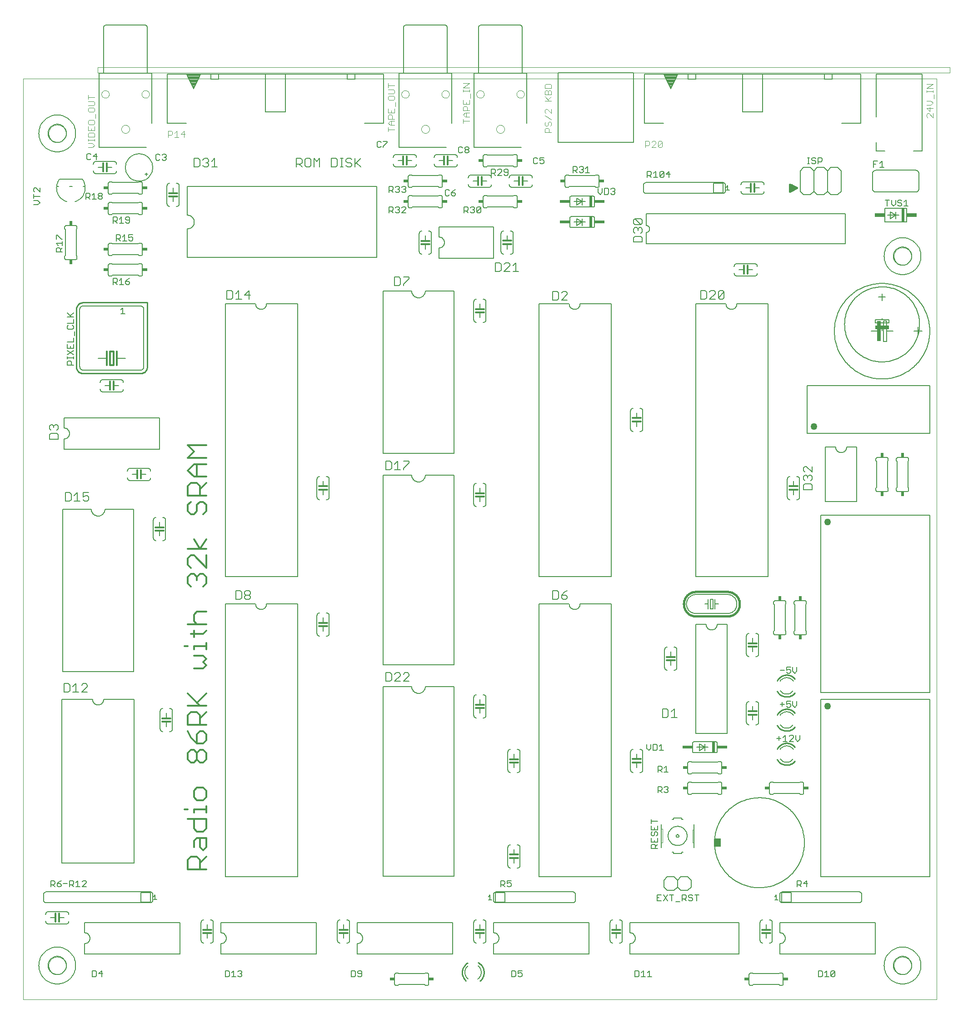
<source format=gbr>
G75*
%MOIN*%
%OFA0B0*%
%FSLAX24Y24*%
%IPPOS*%
%LPD*%
%AMOC8*
5,1,8,0,0,1.08239X$1,22.5*
%
%ADD10C,0.0000*%
%ADD11C,0.0040*%
%ADD12C,0.0160*%
%ADD13C,0.0060*%
%ADD14C,0.0120*%
%ADD15C,0.0070*%
%ADD16R,0.0340X0.0240*%
%ADD17C,0.0050*%
%ADD18R,0.0200X0.0800*%
%ADD19R,0.0750X0.0200*%
%ADD20R,0.0240X0.0340*%
%ADD21C,0.0080*%
%ADD22C,0.0020*%
%ADD23C,0.0100*%
%ADD24R,0.0463X0.0630*%
%ADD25R,0.0200X0.1000*%
%ADD26R,0.0750X0.0300*%
%ADD27C,0.0500*%
%ADD28R,0.1000X0.0250*%
%ADD29R,0.0250X0.1500*%
D10*
X000100Y000100D02*
X000100Y067600D01*
X067100Y067600D01*
X067100Y000100D01*
X000100Y000100D01*
X001970Y002600D02*
X001972Y002650D01*
X001978Y002700D01*
X001988Y002749D01*
X002002Y002797D01*
X002019Y002844D01*
X002040Y002889D01*
X002065Y002933D01*
X002093Y002974D01*
X002125Y003013D01*
X002159Y003050D01*
X002196Y003084D01*
X002236Y003114D01*
X002278Y003141D01*
X002322Y003165D01*
X002368Y003186D01*
X002415Y003202D01*
X002463Y003215D01*
X002513Y003224D01*
X002562Y003229D01*
X002613Y003230D01*
X002663Y003227D01*
X002712Y003220D01*
X002761Y003209D01*
X002809Y003194D01*
X002855Y003176D01*
X002900Y003154D01*
X002943Y003128D01*
X002984Y003099D01*
X003023Y003067D01*
X003059Y003032D01*
X003091Y002994D01*
X003121Y002954D01*
X003148Y002911D01*
X003171Y002867D01*
X003190Y002821D01*
X003206Y002773D01*
X003218Y002724D01*
X003226Y002675D01*
X003230Y002625D01*
X003230Y002575D01*
X003226Y002525D01*
X003218Y002476D01*
X003206Y002427D01*
X003190Y002379D01*
X003171Y002333D01*
X003148Y002289D01*
X003121Y002246D01*
X003091Y002206D01*
X003059Y002168D01*
X003023Y002133D01*
X002984Y002101D01*
X002943Y002072D01*
X002900Y002046D01*
X002855Y002024D01*
X002809Y002006D01*
X002761Y001991D01*
X002712Y001980D01*
X002663Y001973D01*
X002613Y001970D01*
X002562Y001971D01*
X002513Y001976D01*
X002463Y001985D01*
X002415Y001998D01*
X002368Y002014D01*
X002322Y002035D01*
X002278Y002059D01*
X002236Y002086D01*
X002196Y002116D01*
X002159Y002150D01*
X002125Y002187D01*
X002093Y002226D01*
X002065Y002267D01*
X002040Y002311D01*
X002019Y002356D01*
X002002Y002403D01*
X001988Y002451D01*
X001978Y002500D01*
X001972Y002550D01*
X001970Y002600D01*
X001970Y063600D02*
X001972Y063650D01*
X001978Y063700D01*
X001988Y063749D01*
X002002Y063797D01*
X002019Y063844D01*
X002040Y063889D01*
X002065Y063933D01*
X002093Y063974D01*
X002125Y064013D01*
X002159Y064050D01*
X002196Y064084D01*
X002236Y064114D01*
X002278Y064141D01*
X002322Y064165D01*
X002368Y064186D01*
X002415Y064202D01*
X002463Y064215D01*
X002513Y064224D01*
X002562Y064229D01*
X002613Y064230D01*
X002663Y064227D01*
X002712Y064220D01*
X002761Y064209D01*
X002809Y064194D01*
X002855Y064176D01*
X002900Y064154D01*
X002943Y064128D01*
X002984Y064099D01*
X003023Y064067D01*
X003059Y064032D01*
X003091Y063994D01*
X003121Y063954D01*
X003148Y063911D01*
X003171Y063867D01*
X003190Y063821D01*
X003206Y063773D01*
X003218Y063724D01*
X003226Y063675D01*
X003230Y063625D01*
X003230Y063575D01*
X003226Y063525D01*
X003218Y063476D01*
X003206Y063427D01*
X003190Y063379D01*
X003171Y063333D01*
X003148Y063289D01*
X003121Y063246D01*
X003091Y063206D01*
X003059Y063168D01*
X003023Y063133D01*
X002984Y063101D01*
X002943Y063072D01*
X002900Y063046D01*
X002855Y063024D01*
X002809Y063006D01*
X002761Y062991D01*
X002712Y062980D01*
X002663Y062973D01*
X002613Y062970D01*
X002562Y062971D01*
X002513Y062976D01*
X002463Y062985D01*
X002415Y062998D01*
X002368Y063014D01*
X002322Y063035D01*
X002278Y063059D01*
X002236Y063086D01*
X002196Y063116D01*
X002159Y063150D01*
X002125Y063187D01*
X002093Y063226D01*
X002065Y063267D01*
X002040Y063311D01*
X002019Y063356D01*
X002002Y063403D01*
X001988Y063451D01*
X001978Y063500D01*
X001972Y063550D01*
X001970Y063600D01*
X005848Y066475D02*
X005850Y066508D01*
X005856Y066540D01*
X005865Y066571D01*
X005878Y066601D01*
X005895Y066629D01*
X005915Y066655D01*
X005938Y066679D01*
X005963Y066699D01*
X005991Y066717D01*
X006020Y066731D01*
X006051Y066741D01*
X006083Y066748D01*
X006116Y066751D01*
X006149Y066750D01*
X006181Y066745D01*
X006212Y066736D01*
X006243Y066724D01*
X006271Y066708D01*
X006298Y066689D01*
X006322Y066667D01*
X006343Y066642D01*
X006362Y066615D01*
X006377Y066586D01*
X006388Y066556D01*
X006396Y066524D01*
X006400Y066491D01*
X006400Y066459D01*
X006396Y066426D01*
X006388Y066394D01*
X006377Y066364D01*
X006362Y066335D01*
X006343Y066308D01*
X006322Y066283D01*
X006298Y066261D01*
X006271Y066242D01*
X006243Y066226D01*
X006212Y066214D01*
X006181Y066205D01*
X006149Y066200D01*
X006116Y066199D01*
X006083Y066202D01*
X006051Y066209D01*
X006020Y066219D01*
X005991Y066233D01*
X005963Y066251D01*
X005938Y066271D01*
X005915Y066295D01*
X005895Y066321D01*
X005878Y066349D01*
X005865Y066379D01*
X005856Y066410D01*
X005850Y066442D01*
X005848Y066475D01*
X005560Y068050D02*
X005560Y068430D01*
X068060Y068430D01*
X068060Y068050D01*
X005560Y068050D01*
X008800Y066475D02*
X008802Y066508D01*
X008808Y066540D01*
X008817Y066571D01*
X008830Y066601D01*
X008847Y066629D01*
X008867Y066655D01*
X008890Y066679D01*
X008915Y066699D01*
X008943Y066717D01*
X008972Y066731D01*
X009003Y066741D01*
X009035Y066748D01*
X009068Y066751D01*
X009101Y066750D01*
X009133Y066745D01*
X009164Y066736D01*
X009195Y066724D01*
X009223Y066708D01*
X009250Y066689D01*
X009274Y066667D01*
X009295Y066642D01*
X009314Y066615D01*
X009329Y066586D01*
X009340Y066556D01*
X009348Y066524D01*
X009352Y066491D01*
X009352Y066459D01*
X009348Y066426D01*
X009340Y066394D01*
X009329Y066364D01*
X009314Y066335D01*
X009295Y066308D01*
X009274Y066283D01*
X009250Y066261D01*
X009223Y066242D01*
X009195Y066226D01*
X009164Y066214D01*
X009133Y066205D01*
X009101Y066200D01*
X009068Y066199D01*
X009035Y066202D01*
X009003Y066209D01*
X008972Y066219D01*
X008943Y066233D01*
X008915Y066251D01*
X008890Y066271D01*
X008867Y066295D01*
X008847Y066321D01*
X008830Y066349D01*
X008817Y066379D01*
X008808Y066410D01*
X008802Y066442D01*
X008800Y066475D01*
X007305Y063916D02*
X007307Y063950D01*
X007313Y063984D01*
X007323Y064017D01*
X007336Y064048D01*
X007354Y064078D01*
X007374Y064106D01*
X007398Y064131D01*
X007424Y064153D01*
X007452Y064171D01*
X007483Y064187D01*
X007515Y064199D01*
X007549Y064207D01*
X007583Y064211D01*
X007617Y064211D01*
X007651Y064207D01*
X007685Y064199D01*
X007717Y064187D01*
X007747Y064171D01*
X007776Y064153D01*
X007802Y064131D01*
X007826Y064106D01*
X007846Y064078D01*
X007864Y064048D01*
X007877Y064017D01*
X007887Y063984D01*
X007893Y063950D01*
X007895Y063916D01*
X007893Y063882D01*
X007887Y063848D01*
X007877Y063815D01*
X007864Y063784D01*
X007846Y063754D01*
X007826Y063726D01*
X007802Y063701D01*
X007776Y063679D01*
X007748Y063661D01*
X007717Y063645D01*
X007685Y063633D01*
X007651Y063625D01*
X007617Y063621D01*
X007583Y063621D01*
X007549Y063625D01*
X007515Y063633D01*
X007483Y063645D01*
X007452Y063661D01*
X007424Y063679D01*
X007398Y063701D01*
X007374Y063726D01*
X007354Y063754D01*
X007336Y063784D01*
X007323Y063815D01*
X007313Y063848D01*
X007307Y063882D01*
X007305Y063916D01*
X027848Y066475D02*
X027850Y066508D01*
X027856Y066540D01*
X027865Y066571D01*
X027878Y066601D01*
X027895Y066629D01*
X027915Y066655D01*
X027938Y066679D01*
X027963Y066699D01*
X027991Y066717D01*
X028020Y066731D01*
X028051Y066741D01*
X028083Y066748D01*
X028116Y066751D01*
X028149Y066750D01*
X028181Y066745D01*
X028212Y066736D01*
X028243Y066724D01*
X028271Y066708D01*
X028298Y066689D01*
X028322Y066667D01*
X028343Y066642D01*
X028362Y066615D01*
X028377Y066586D01*
X028388Y066556D01*
X028396Y066524D01*
X028400Y066491D01*
X028400Y066459D01*
X028396Y066426D01*
X028388Y066394D01*
X028377Y066364D01*
X028362Y066335D01*
X028343Y066308D01*
X028322Y066283D01*
X028298Y066261D01*
X028271Y066242D01*
X028243Y066226D01*
X028212Y066214D01*
X028181Y066205D01*
X028149Y066200D01*
X028116Y066199D01*
X028083Y066202D01*
X028051Y066209D01*
X028020Y066219D01*
X027991Y066233D01*
X027963Y066251D01*
X027938Y066271D01*
X027915Y066295D01*
X027895Y066321D01*
X027878Y066349D01*
X027865Y066379D01*
X027856Y066410D01*
X027850Y066442D01*
X027848Y066475D01*
X029305Y063916D02*
X029307Y063950D01*
X029313Y063984D01*
X029323Y064017D01*
X029336Y064048D01*
X029354Y064078D01*
X029374Y064106D01*
X029398Y064131D01*
X029424Y064153D01*
X029452Y064171D01*
X029483Y064187D01*
X029515Y064199D01*
X029549Y064207D01*
X029583Y064211D01*
X029617Y064211D01*
X029651Y064207D01*
X029685Y064199D01*
X029717Y064187D01*
X029747Y064171D01*
X029776Y064153D01*
X029802Y064131D01*
X029826Y064106D01*
X029846Y064078D01*
X029864Y064048D01*
X029877Y064017D01*
X029887Y063984D01*
X029893Y063950D01*
X029895Y063916D01*
X029893Y063882D01*
X029887Y063848D01*
X029877Y063815D01*
X029864Y063784D01*
X029846Y063754D01*
X029826Y063726D01*
X029802Y063701D01*
X029776Y063679D01*
X029748Y063661D01*
X029717Y063645D01*
X029685Y063633D01*
X029651Y063625D01*
X029617Y063621D01*
X029583Y063621D01*
X029549Y063625D01*
X029515Y063633D01*
X029483Y063645D01*
X029452Y063661D01*
X029424Y063679D01*
X029398Y063701D01*
X029374Y063726D01*
X029354Y063754D01*
X029336Y063784D01*
X029323Y063815D01*
X029313Y063848D01*
X029307Y063882D01*
X029305Y063916D01*
X030800Y066475D02*
X030802Y066508D01*
X030808Y066540D01*
X030817Y066571D01*
X030830Y066601D01*
X030847Y066629D01*
X030867Y066655D01*
X030890Y066679D01*
X030915Y066699D01*
X030943Y066717D01*
X030972Y066731D01*
X031003Y066741D01*
X031035Y066748D01*
X031068Y066751D01*
X031101Y066750D01*
X031133Y066745D01*
X031164Y066736D01*
X031195Y066724D01*
X031223Y066708D01*
X031250Y066689D01*
X031274Y066667D01*
X031295Y066642D01*
X031314Y066615D01*
X031329Y066586D01*
X031340Y066556D01*
X031348Y066524D01*
X031352Y066491D01*
X031352Y066459D01*
X031348Y066426D01*
X031340Y066394D01*
X031329Y066364D01*
X031314Y066335D01*
X031295Y066308D01*
X031274Y066283D01*
X031250Y066261D01*
X031223Y066242D01*
X031195Y066226D01*
X031164Y066214D01*
X031133Y066205D01*
X031101Y066200D01*
X031068Y066199D01*
X031035Y066202D01*
X031003Y066209D01*
X030972Y066219D01*
X030943Y066233D01*
X030915Y066251D01*
X030890Y066271D01*
X030867Y066295D01*
X030847Y066321D01*
X030830Y066349D01*
X030817Y066379D01*
X030808Y066410D01*
X030802Y066442D01*
X030800Y066475D01*
X033348Y066475D02*
X033350Y066508D01*
X033356Y066540D01*
X033365Y066571D01*
X033378Y066601D01*
X033395Y066629D01*
X033415Y066655D01*
X033438Y066679D01*
X033463Y066699D01*
X033491Y066717D01*
X033520Y066731D01*
X033551Y066741D01*
X033583Y066748D01*
X033616Y066751D01*
X033649Y066750D01*
X033681Y066745D01*
X033712Y066736D01*
X033743Y066724D01*
X033771Y066708D01*
X033798Y066689D01*
X033822Y066667D01*
X033843Y066642D01*
X033862Y066615D01*
X033877Y066586D01*
X033888Y066556D01*
X033896Y066524D01*
X033900Y066491D01*
X033900Y066459D01*
X033896Y066426D01*
X033888Y066394D01*
X033877Y066364D01*
X033862Y066335D01*
X033843Y066308D01*
X033822Y066283D01*
X033798Y066261D01*
X033771Y066242D01*
X033743Y066226D01*
X033712Y066214D01*
X033681Y066205D01*
X033649Y066200D01*
X033616Y066199D01*
X033583Y066202D01*
X033551Y066209D01*
X033520Y066219D01*
X033491Y066233D01*
X033463Y066251D01*
X033438Y066271D01*
X033415Y066295D01*
X033395Y066321D01*
X033378Y066349D01*
X033365Y066379D01*
X033356Y066410D01*
X033350Y066442D01*
X033348Y066475D01*
X034805Y063916D02*
X034807Y063950D01*
X034813Y063984D01*
X034823Y064017D01*
X034836Y064048D01*
X034854Y064078D01*
X034874Y064106D01*
X034898Y064131D01*
X034924Y064153D01*
X034952Y064171D01*
X034983Y064187D01*
X035015Y064199D01*
X035049Y064207D01*
X035083Y064211D01*
X035117Y064211D01*
X035151Y064207D01*
X035185Y064199D01*
X035217Y064187D01*
X035247Y064171D01*
X035276Y064153D01*
X035302Y064131D01*
X035326Y064106D01*
X035346Y064078D01*
X035364Y064048D01*
X035377Y064017D01*
X035387Y063984D01*
X035393Y063950D01*
X035395Y063916D01*
X035393Y063882D01*
X035387Y063848D01*
X035377Y063815D01*
X035364Y063784D01*
X035346Y063754D01*
X035326Y063726D01*
X035302Y063701D01*
X035276Y063679D01*
X035248Y063661D01*
X035217Y063645D01*
X035185Y063633D01*
X035151Y063625D01*
X035117Y063621D01*
X035083Y063621D01*
X035049Y063625D01*
X035015Y063633D01*
X034983Y063645D01*
X034952Y063661D01*
X034924Y063679D01*
X034898Y063701D01*
X034874Y063726D01*
X034854Y063754D01*
X034836Y063784D01*
X034823Y063815D01*
X034813Y063848D01*
X034807Y063882D01*
X034805Y063916D01*
X036300Y066475D02*
X036302Y066508D01*
X036308Y066540D01*
X036317Y066571D01*
X036330Y066601D01*
X036347Y066629D01*
X036367Y066655D01*
X036390Y066679D01*
X036415Y066699D01*
X036443Y066717D01*
X036472Y066731D01*
X036503Y066741D01*
X036535Y066748D01*
X036568Y066751D01*
X036601Y066750D01*
X036633Y066745D01*
X036664Y066736D01*
X036695Y066724D01*
X036723Y066708D01*
X036750Y066689D01*
X036774Y066667D01*
X036795Y066642D01*
X036814Y066615D01*
X036829Y066586D01*
X036840Y066556D01*
X036848Y066524D01*
X036852Y066491D01*
X036852Y066459D01*
X036848Y066426D01*
X036840Y066394D01*
X036829Y066364D01*
X036814Y066335D01*
X036795Y066308D01*
X036774Y066283D01*
X036750Y066261D01*
X036723Y066242D01*
X036695Y066226D01*
X036664Y066214D01*
X036633Y066205D01*
X036601Y066200D01*
X036568Y066199D01*
X036535Y066202D01*
X036503Y066209D01*
X036472Y066219D01*
X036443Y066233D01*
X036415Y066251D01*
X036390Y066271D01*
X036367Y066295D01*
X036347Y066321D01*
X036330Y066349D01*
X036317Y066379D01*
X036308Y066410D01*
X036302Y066442D01*
X036300Y066475D01*
X063970Y054600D02*
X063972Y054650D01*
X063978Y054700D01*
X063988Y054749D01*
X064002Y054797D01*
X064019Y054844D01*
X064040Y054889D01*
X064065Y054933D01*
X064093Y054974D01*
X064125Y055013D01*
X064159Y055050D01*
X064196Y055084D01*
X064236Y055114D01*
X064278Y055141D01*
X064322Y055165D01*
X064368Y055186D01*
X064415Y055202D01*
X064463Y055215D01*
X064513Y055224D01*
X064562Y055229D01*
X064613Y055230D01*
X064663Y055227D01*
X064712Y055220D01*
X064761Y055209D01*
X064809Y055194D01*
X064855Y055176D01*
X064900Y055154D01*
X064943Y055128D01*
X064984Y055099D01*
X065023Y055067D01*
X065059Y055032D01*
X065091Y054994D01*
X065121Y054954D01*
X065148Y054911D01*
X065171Y054867D01*
X065190Y054821D01*
X065206Y054773D01*
X065218Y054724D01*
X065226Y054675D01*
X065230Y054625D01*
X065230Y054575D01*
X065226Y054525D01*
X065218Y054476D01*
X065206Y054427D01*
X065190Y054379D01*
X065171Y054333D01*
X065148Y054289D01*
X065121Y054246D01*
X065091Y054206D01*
X065059Y054168D01*
X065023Y054133D01*
X064984Y054101D01*
X064943Y054072D01*
X064900Y054046D01*
X064855Y054024D01*
X064809Y054006D01*
X064761Y053991D01*
X064712Y053980D01*
X064663Y053973D01*
X064613Y053970D01*
X064562Y053971D01*
X064513Y053976D01*
X064463Y053985D01*
X064415Y053998D01*
X064368Y054014D01*
X064322Y054035D01*
X064278Y054059D01*
X064236Y054086D01*
X064196Y054116D01*
X064159Y054150D01*
X064125Y054187D01*
X064093Y054226D01*
X064065Y054267D01*
X064040Y054311D01*
X064019Y054356D01*
X064002Y054403D01*
X063988Y054451D01*
X063978Y054500D01*
X063972Y054550D01*
X063970Y054600D01*
X063970Y002600D02*
X063972Y002650D01*
X063978Y002700D01*
X063988Y002749D01*
X064002Y002797D01*
X064019Y002844D01*
X064040Y002889D01*
X064065Y002933D01*
X064093Y002974D01*
X064125Y003013D01*
X064159Y003050D01*
X064196Y003084D01*
X064236Y003114D01*
X064278Y003141D01*
X064322Y003165D01*
X064368Y003186D01*
X064415Y003202D01*
X064463Y003215D01*
X064513Y003224D01*
X064562Y003229D01*
X064613Y003230D01*
X064663Y003227D01*
X064712Y003220D01*
X064761Y003209D01*
X064809Y003194D01*
X064855Y003176D01*
X064900Y003154D01*
X064943Y003128D01*
X064984Y003099D01*
X065023Y003067D01*
X065059Y003032D01*
X065091Y002994D01*
X065121Y002954D01*
X065148Y002911D01*
X065171Y002867D01*
X065190Y002821D01*
X065206Y002773D01*
X065218Y002724D01*
X065226Y002675D01*
X065230Y002625D01*
X065230Y002575D01*
X065226Y002525D01*
X065218Y002476D01*
X065206Y002427D01*
X065190Y002379D01*
X065171Y002333D01*
X065148Y002289D01*
X065121Y002246D01*
X065091Y002206D01*
X065059Y002168D01*
X065023Y002133D01*
X064984Y002101D01*
X064943Y002072D01*
X064900Y002046D01*
X064855Y002024D01*
X064809Y002006D01*
X064761Y001991D01*
X064712Y001980D01*
X064663Y001973D01*
X064613Y001970D01*
X064562Y001971D01*
X064513Y001976D01*
X064463Y001985D01*
X064415Y001998D01*
X064368Y002014D01*
X064322Y002035D01*
X064278Y002059D01*
X064236Y002086D01*
X064196Y002116D01*
X064159Y002150D01*
X064125Y002187D01*
X064093Y002226D01*
X064065Y002267D01*
X064040Y002311D01*
X064019Y002356D01*
X064002Y002403D01*
X063988Y002451D01*
X063978Y002500D01*
X063972Y002550D01*
X063970Y002600D01*
D11*
X046890Y062570D02*
X046736Y062570D01*
X046660Y062647D01*
X046967Y062954D01*
X046967Y062647D01*
X046890Y062570D01*
X046660Y062647D02*
X046660Y062954D01*
X046736Y063030D01*
X046890Y063030D01*
X046967Y062954D01*
X046506Y062954D02*
X046429Y063030D01*
X046276Y063030D01*
X046199Y062954D01*
X046046Y062954D02*
X046046Y062800D01*
X045969Y062723D01*
X045739Y062723D01*
X045739Y062570D02*
X045739Y063030D01*
X045969Y063030D01*
X046046Y062954D01*
X046199Y062570D02*
X046506Y062877D01*
X046506Y062954D01*
X046506Y062570D02*
X046199Y062570D01*
X038830Y063687D02*
X038370Y063687D01*
X038370Y063917D01*
X038446Y063994D01*
X038600Y063994D01*
X038677Y063917D01*
X038677Y063687D01*
X038753Y064147D02*
X038830Y064224D01*
X038830Y064377D01*
X038753Y064454D01*
X038677Y064454D01*
X038600Y064377D01*
X038600Y064224D01*
X038523Y064147D01*
X038446Y064147D01*
X038370Y064224D01*
X038370Y064377D01*
X038446Y064454D01*
X038830Y064608D02*
X038370Y064915D01*
X038446Y065068D02*
X038370Y065145D01*
X038370Y065298D01*
X038446Y065375D01*
X038523Y065375D01*
X038830Y065068D01*
X038830Y065375D01*
X038830Y065989D02*
X038370Y065989D01*
X038600Y066066D02*
X038830Y066296D01*
X038830Y066449D02*
X038830Y066679D01*
X038753Y066756D01*
X038677Y066756D01*
X038600Y066679D01*
X038600Y066449D01*
X038830Y066449D02*
X038370Y066449D01*
X038370Y066679D01*
X038446Y066756D01*
X038523Y066756D01*
X038600Y066679D01*
X038830Y066910D02*
X038830Y067140D01*
X038753Y067217D01*
X038446Y067217D01*
X038370Y067140D01*
X038370Y066910D01*
X038830Y066910D01*
X038370Y066296D02*
X038677Y065989D01*
X032907Y066192D02*
X032907Y066499D01*
X032830Y066653D02*
X032830Y066806D01*
X032830Y066729D02*
X032370Y066729D01*
X032370Y066653D02*
X032370Y066806D01*
X032370Y066960D02*
X032830Y067267D01*
X032370Y067267D01*
X032370Y066960D02*
X032830Y066960D01*
X032830Y066039D02*
X032830Y065732D01*
X032370Y065732D01*
X032370Y066039D01*
X032600Y065885D02*
X032600Y065732D01*
X032600Y065578D02*
X032677Y065502D01*
X032677Y065271D01*
X032830Y065271D02*
X032370Y065271D01*
X032370Y065502D01*
X032446Y065578D01*
X032600Y065578D01*
X032600Y065118D02*
X032600Y064811D01*
X032523Y064811D02*
X032370Y064965D01*
X032523Y065118D01*
X032830Y065118D01*
X032830Y064811D02*
X032523Y064811D01*
X032370Y064658D02*
X032370Y064351D01*
X032370Y064504D02*
X032830Y064504D01*
X027330Y064504D02*
X027023Y064504D01*
X026870Y064351D01*
X027023Y064197D01*
X027330Y064197D01*
X027100Y064197D02*
X027100Y064504D01*
X027177Y064658D02*
X027177Y064888D01*
X027100Y064965D01*
X026946Y064965D01*
X026870Y064888D01*
X026870Y064658D01*
X027330Y064658D01*
X027330Y065118D02*
X027330Y065425D01*
X027407Y065578D02*
X027407Y065885D01*
X027253Y066039D02*
X027330Y066116D01*
X027330Y066269D01*
X027253Y066346D01*
X026946Y066346D01*
X026870Y066269D01*
X026870Y066116D01*
X026946Y066039D01*
X027253Y066039D01*
X027253Y066499D02*
X027330Y066576D01*
X027330Y066729D01*
X027253Y066806D01*
X026870Y066806D01*
X026870Y066960D02*
X026870Y067267D01*
X026870Y067113D02*
X027330Y067113D01*
X027253Y066499D02*
X026870Y066499D01*
X026870Y065425D02*
X026870Y065118D01*
X027330Y065118D01*
X027100Y065118D02*
X027100Y065271D01*
X026870Y064044D02*
X026870Y063737D01*
X026870Y063890D02*
X027330Y063890D01*
X011967Y063550D02*
X011660Y063550D01*
X011890Y063780D01*
X011890Y063320D01*
X011506Y063320D02*
X011199Y063320D01*
X011353Y063320D02*
X011353Y063780D01*
X011199Y063627D01*
X011046Y063704D02*
X011046Y063550D01*
X010969Y063473D01*
X010739Y063473D01*
X010739Y063320D02*
X010739Y063780D01*
X010969Y063780D01*
X011046Y063704D01*
X005330Y063798D02*
X005330Y064105D01*
X005253Y064258D02*
X005330Y064335D01*
X005330Y064488D01*
X005253Y064565D01*
X004946Y064565D01*
X004870Y064488D01*
X004870Y064335D01*
X004946Y064258D01*
X005253Y064258D01*
X005100Y063951D02*
X005100Y063798D01*
X005253Y063644D02*
X004946Y063644D01*
X004870Y063568D01*
X004870Y063337D01*
X005330Y063337D01*
X005330Y063568D01*
X005253Y063644D01*
X005330Y063798D02*
X004870Y063798D01*
X004870Y064105D01*
X005407Y064718D02*
X005407Y065025D01*
X005253Y065179D02*
X005330Y065256D01*
X005330Y065409D01*
X005253Y065486D01*
X004946Y065486D01*
X004870Y065409D01*
X004870Y065256D01*
X004946Y065179D01*
X005253Y065179D01*
X005253Y065639D02*
X005330Y065716D01*
X005330Y065869D01*
X005253Y065946D01*
X004870Y065946D01*
X004870Y066100D02*
X004870Y066407D01*
X004870Y066253D02*
X005330Y066253D01*
X005253Y065639D02*
X004870Y065639D01*
X004870Y063184D02*
X004870Y063030D01*
X004870Y063107D02*
X005330Y063107D01*
X005330Y063030D02*
X005330Y063184D01*
X005177Y062877D02*
X004870Y062877D01*
X005177Y062877D02*
X005330Y062723D01*
X005177Y062570D01*
X004870Y062570D01*
X066370Y064838D02*
X066446Y064761D01*
X066370Y064838D02*
X066370Y064991D01*
X066446Y065068D01*
X066523Y065068D01*
X066830Y064761D01*
X066830Y065068D01*
X066600Y065221D02*
X066600Y065528D01*
X066677Y065682D02*
X066830Y065835D01*
X066677Y065989D01*
X066370Y065989D01*
X066370Y065682D02*
X066677Y065682D01*
X066830Y065452D02*
X066370Y065452D01*
X066600Y065221D01*
X066907Y066142D02*
X066907Y066449D01*
X066830Y066603D02*
X066830Y066756D01*
X066830Y066679D02*
X066370Y066679D01*
X066370Y066603D02*
X066370Y066756D01*
X066370Y066910D02*
X066830Y067217D01*
X066370Y067217D01*
X066370Y066910D02*
X066830Y066910D01*
D12*
X056850Y059600D02*
X056350Y059350D01*
X056350Y059850D01*
X056850Y059600D01*
X056775Y059637D02*
X056350Y059637D01*
X056350Y059479D02*
X056608Y059479D01*
X056458Y059796D02*
X056350Y059796D01*
X051750Y030000D02*
X049450Y030000D01*
X049391Y029998D01*
X049333Y029992D01*
X049274Y029983D01*
X049217Y029969D01*
X049161Y029952D01*
X049106Y029931D01*
X049052Y029907D01*
X049000Y029879D01*
X048950Y029848D01*
X048902Y029814D01*
X048857Y029777D01*
X048814Y029736D01*
X048773Y029693D01*
X048736Y029648D01*
X048702Y029600D01*
X048671Y029550D01*
X048643Y029498D01*
X048619Y029444D01*
X048598Y029389D01*
X048581Y029333D01*
X048567Y029276D01*
X048558Y029217D01*
X048552Y029159D01*
X048550Y029100D01*
X048552Y029041D01*
X048558Y028983D01*
X048567Y028924D01*
X048581Y028867D01*
X048598Y028811D01*
X048619Y028756D01*
X048643Y028702D01*
X048671Y028650D01*
X048702Y028600D01*
X048736Y028552D01*
X048773Y028507D01*
X048814Y028464D01*
X048857Y028423D01*
X048902Y028386D01*
X048950Y028352D01*
X049000Y028321D01*
X049052Y028293D01*
X049106Y028269D01*
X049161Y028248D01*
X049217Y028231D01*
X049274Y028217D01*
X049333Y028208D01*
X049391Y028202D01*
X049450Y028200D01*
X051750Y028200D01*
X051809Y028202D01*
X051867Y028208D01*
X051926Y028217D01*
X051983Y028231D01*
X052039Y028248D01*
X052094Y028269D01*
X052148Y028293D01*
X052200Y028321D01*
X052250Y028352D01*
X052298Y028386D01*
X052343Y028423D01*
X052386Y028464D01*
X052427Y028507D01*
X052464Y028552D01*
X052498Y028600D01*
X052529Y028650D01*
X052557Y028702D01*
X052581Y028756D01*
X052602Y028811D01*
X052619Y028867D01*
X052633Y028924D01*
X052642Y028983D01*
X052648Y029041D01*
X052650Y029100D01*
X052648Y029159D01*
X052642Y029217D01*
X052633Y029276D01*
X052619Y029333D01*
X052602Y029389D01*
X052581Y029444D01*
X052557Y029498D01*
X052529Y029550D01*
X052498Y029600D01*
X052464Y029648D01*
X052427Y029693D01*
X052386Y029736D01*
X052343Y029777D01*
X052298Y029814D01*
X052250Y029848D01*
X052200Y029879D01*
X052148Y029907D01*
X052094Y029931D01*
X052039Y029952D01*
X051983Y029969D01*
X051926Y029983D01*
X051867Y029992D01*
X051809Y029998D01*
X051750Y030000D01*
D13*
X051750Y029800D02*
X049450Y029800D01*
X049399Y029798D01*
X049348Y029793D01*
X049298Y029783D01*
X049248Y029770D01*
X049200Y029754D01*
X049153Y029734D01*
X049107Y029710D01*
X049064Y029684D01*
X049022Y029654D01*
X048983Y029621D01*
X048946Y029586D01*
X048912Y029548D01*
X048881Y029507D01*
X048852Y029465D01*
X048827Y029420D01*
X048806Y029374D01*
X048787Y029326D01*
X048773Y029277D01*
X048762Y029227D01*
X048754Y029177D01*
X048750Y029126D01*
X048750Y029074D01*
X048754Y029023D01*
X048762Y028973D01*
X048773Y028923D01*
X048787Y028874D01*
X048806Y028826D01*
X048827Y028780D01*
X048852Y028735D01*
X048881Y028693D01*
X048912Y028652D01*
X048946Y028614D01*
X048983Y028579D01*
X049022Y028546D01*
X049064Y028516D01*
X049107Y028490D01*
X049153Y028466D01*
X049200Y028446D01*
X049248Y028430D01*
X049298Y028417D01*
X049348Y028407D01*
X049399Y028402D01*
X049450Y028400D01*
X051750Y028400D01*
X051801Y028402D01*
X051852Y028407D01*
X051902Y028417D01*
X051952Y028430D01*
X052000Y028446D01*
X052047Y028466D01*
X052093Y028490D01*
X052136Y028516D01*
X052178Y028546D01*
X052217Y028579D01*
X052254Y028614D01*
X052288Y028652D01*
X052319Y028693D01*
X052348Y028735D01*
X052373Y028780D01*
X052394Y028826D01*
X052413Y028874D01*
X052427Y028923D01*
X052438Y028973D01*
X052446Y029023D01*
X052450Y029074D01*
X052450Y029126D01*
X052446Y029177D01*
X052438Y029227D01*
X052427Y029277D01*
X052413Y029326D01*
X052394Y029374D01*
X052373Y029420D01*
X052348Y029465D01*
X052319Y029507D01*
X052288Y029548D01*
X052254Y029586D01*
X052217Y029621D01*
X052178Y029654D01*
X052136Y029684D01*
X052093Y029710D01*
X052047Y029734D01*
X052000Y029754D01*
X051952Y029770D01*
X051902Y029783D01*
X051852Y029793D01*
X051801Y029798D01*
X051750Y029800D01*
X051100Y029100D02*
X050850Y029100D01*
X050850Y028750D01*
X050700Y028750D02*
X050500Y028750D01*
X050500Y029450D01*
X050700Y029450D01*
X050700Y028750D01*
X050350Y028750D02*
X050350Y029100D01*
X050100Y029100D01*
X050350Y029100D02*
X050350Y029450D01*
X050850Y029450D02*
X050850Y029100D01*
X051000Y027600D02*
X051750Y027600D01*
X051750Y019600D01*
X049450Y019600D01*
X049450Y027600D01*
X050200Y027600D01*
X050202Y027561D01*
X050208Y027522D01*
X050217Y027484D01*
X050230Y027447D01*
X050247Y027411D01*
X050267Y027378D01*
X050291Y027346D01*
X050317Y027317D01*
X050346Y027291D01*
X050378Y027267D01*
X050411Y027247D01*
X050447Y027230D01*
X050484Y027217D01*
X050522Y027208D01*
X050561Y027202D01*
X050600Y027200D01*
X050639Y027202D01*
X050678Y027208D01*
X050716Y027217D01*
X050753Y027230D01*
X050789Y027247D01*
X050822Y027267D01*
X050854Y027291D01*
X050883Y027317D01*
X050909Y027346D01*
X050933Y027378D01*
X050953Y027411D01*
X050970Y027447D01*
X050983Y027484D01*
X050992Y027522D01*
X050998Y027561D01*
X051000Y027600D01*
X053150Y026750D02*
X053150Y025450D01*
X053152Y025424D01*
X053157Y025398D01*
X053165Y025373D01*
X053177Y025350D01*
X053191Y025328D01*
X053209Y025309D01*
X053228Y025291D01*
X053250Y025277D01*
X053273Y025265D01*
X053298Y025257D01*
X053324Y025252D01*
X053350Y025250D01*
X053600Y025600D02*
X053600Y025970D01*
X053600Y026220D02*
X053600Y026600D01*
X053350Y026950D02*
X053324Y026948D01*
X053298Y026943D01*
X053273Y026935D01*
X053250Y026923D01*
X053228Y026909D01*
X053209Y026891D01*
X053191Y026872D01*
X053177Y026850D01*
X053165Y026827D01*
X053157Y026802D01*
X053152Y026776D01*
X053150Y026750D01*
X053850Y026950D02*
X053876Y026948D01*
X053902Y026943D01*
X053927Y026935D01*
X053950Y026923D01*
X053972Y026909D01*
X053991Y026891D01*
X054009Y026872D01*
X054023Y026850D01*
X054035Y026827D01*
X054043Y026802D01*
X054048Y026776D01*
X054050Y026750D01*
X054050Y025450D01*
X054048Y025424D01*
X054043Y025398D01*
X054035Y025373D01*
X054023Y025350D01*
X054009Y025328D01*
X053991Y025309D01*
X053972Y025291D01*
X053950Y025277D01*
X053927Y025265D01*
X053902Y025257D01*
X053876Y025252D01*
X053850Y025250D01*
X055250Y026850D02*
X055950Y026850D01*
X055967Y026852D01*
X055984Y026856D01*
X056000Y026863D01*
X056014Y026873D01*
X056027Y026886D01*
X056037Y026900D01*
X056044Y026916D01*
X056048Y026933D01*
X056050Y026950D01*
X056050Y027100D01*
X056000Y027150D01*
X056000Y029050D01*
X056050Y029100D01*
X056050Y029250D01*
X056048Y029267D01*
X056044Y029284D01*
X056037Y029300D01*
X056027Y029314D01*
X056014Y029327D01*
X056000Y029337D01*
X055984Y029344D01*
X055967Y029348D01*
X055950Y029350D01*
X055250Y029350D01*
X055233Y029348D01*
X055216Y029344D01*
X055200Y029337D01*
X055186Y029327D01*
X055173Y029314D01*
X055163Y029300D01*
X055156Y029284D01*
X055152Y029267D01*
X055150Y029250D01*
X055150Y029100D01*
X055200Y029050D01*
X055200Y027150D01*
X055150Y027100D01*
X055150Y026950D01*
X055152Y026933D01*
X055156Y026916D01*
X055163Y026900D01*
X055173Y026886D01*
X055186Y026873D01*
X055200Y026863D01*
X055216Y026856D01*
X055233Y026852D01*
X055250Y026850D01*
X056650Y026950D02*
X056650Y027100D01*
X056700Y027150D01*
X056700Y029050D01*
X056650Y029100D01*
X056650Y029250D01*
X056652Y029267D01*
X056656Y029284D01*
X056663Y029300D01*
X056673Y029314D01*
X056686Y029327D01*
X056700Y029337D01*
X056716Y029344D01*
X056733Y029348D01*
X056750Y029350D01*
X057450Y029350D01*
X057467Y029348D01*
X057484Y029344D01*
X057500Y029337D01*
X057514Y029327D01*
X057527Y029314D01*
X057537Y029300D01*
X057544Y029284D01*
X057548Y029267D01*
X057550Y029250D01*
X057550Y029100D01*
X057500Y029050D01*
X057500Y027150D01*
X057550Y027100D01*
X057550Y026950D01*
X057548Y026933D01*
X057544Y026916D01*
X057537Y026900D01*
X057527Y026886D01*
X057514Y026873D01*
X057500Y026863D01*
X057484Y026856D01*
X057467Y026852D01*
X057450Y026850D01*
X056750Y026850D01*
X056733Y026852D01*
X056716Y026856D01*
X056700Y026863D01*
X056686Y026873D01*
X056673Y026886D01*
X056663Y026900D01*
X056656Y026916D01*
X056652Y026933D01*
X056650Y026950D01*
X055626Y022732D02*
X055656Y022697D01*
X055687Y022664D01*
X055722Y022634D01*
X055758Y022607D01*
X055796Y022583D01*
X055836Y022561D01*
X055878Y022543D01*
X055921Y022527D01*
X055965Y022515D01*
X056009Y022507D01*
X056055Y022502D01*
X056100Y022500D01*
X055620Y023460D02*
X055649Y023496D01*
X055681Y023530D01*
X055716Y023561D01*
X055752Y023589D01*
X055791Y023614D01*
X055832Y023637D01*
X055874Y023656D01*
X055917Y023672D01*
X055962Y023684D01*
X056008Y023693D01*
X056054Y023698D01*
X056100Y023700D01*
X056574Y022732D02*
X056544Y022697D01*
X056513Y022664D01*
X056478Y022634D01*
X056442Y022607D01*
X056404Y022583D01*
X056364Y022561D01*
X056322Y022543D01*
X056279Y022527D01*
X056235Y022515D01*
X056191Y022507D01*
X056145Y022502D01*
X056100Y022500D01*
X056588Y023449D02*
X056559Y023486D01*
X056527Y023521D01*
X056492Y023554D01*
X056455Y023584D01*
X056416Y023610D01*
X056375Y023633D01*
X056331Y023654D01*
X056287Y023670D01*
X056241Y023683D01*
X056195Y023692D01*
X056147Y023698D01*
X056100Y023700D01*
X054050Y021750D02*
X054050Y020450D01*
X054048Y020424D01*
X054043Y020398D01*
X054035Y020373D01*
X054023Y020350D01*
X054009Y020328D01*
X053991Y020309D01*
X053972Y020291D01*
X053950Y020277D01*
X053927Y020265D01*
X053902Y020257D01*
X053876Y020252D01*
X053850Y020250D01*
X053600Y020600D02*
X053600Y020980D01*
X053600Y021230D02*
X053600Y021600D01*
X053350Y021950D02*
X053324Y021948D01*
X053298Y021943D01*
X053273Y021935D01*
X053250Y021923D01*
X053228Y021909D01*
X053209Y021891D01*
X053191Y021872D01*
X053177Y021850D01*
X053165Y021827D01*
X053157Y021802D01*
X053152Y021776D01*
X053150Y021750D01*
X053150Y020450D01*
X053152Y020424D01*
X053157Y020398D01*
X053165Y020373D01*
X053177Y020350D01*
X053191Y020328D01*
X053209Y020309D01*
X053228Y020291D01*
X053250Y020277D01*
X053273Y020265D01*
X053298Y020257D01*
X053324Y020252D01*
X053350Y020250D01*
X054050Y021750D02*
X054048Y021776D01*
X054043Y021802D01*
X054035Y021827D01*
X054023Y021850D01*
X054009Y021872D01*
X053991Y021891D01*
X053972Y021909D01*
X053950Y021923D01*
X053927Y021935D01*
X053902Y021943D01*
X053876Y021948D01*
X053850Y021950D01*
X056100Y021200D02*
X056147Y021198D01*
X056195Y021192D01*
X056241Y021183D01*
X056287Y021170D01*
X056331Y021154D01*
X056375Y021133D01*
X056416Y021110D01*
X056455Y021084D01*
X056492Y021054D01*
X056527Y021021D01*
X056559Y020986D01*
X056588Y020949D01*
X056100Y020000D02*
X056055Y020002D01*
X056009Y020007D01*
X055965Y020015D01*
X055921Y020027D01*
X055878Y020043D01*
X055836Y020061D01*
X055796Y020083D01*
X055758Y020107D01*
X055722Y020134D01*
X055687Y020164D01*
X055656Y020197D01*
X055626Y020232D01*
X056100Y020000D02*
X056145Y020002D01*
X056191Y020007D01*
X056235Y020015D01*
X056279Y020027D01*
X056322Y020043D01*
X056364Y020061D01*
X056404Y020083D01*
X056442Y020107D01*
X056478Y020134D01*
X056513Y020164D01*
X056544Y020197D01*
X056574Y020232D01*
X056100Y021200D02*
X056054Y021198D01*
X056008Y021193D01*
X055962Y021184D01*
X055917Y021172D01*
X055874Y021156D01*
X055832Y021137D01*
X055791Y021114D01*
X055752Y021089D01*
X055716Y021061D01*
X055681Y021030D01*
X055649Y020996D01*
X055620Y020960D01*
X056574Y017732D02*
X056544Y017697D01*
X056513Y017664D01*
X056478Y017634D01*
X056442Y017607D01*
X056404Y017583D01*
X056364Y017561D01*
X056322Y017543D01*
X056279Y017527D01*
X056235Y017515D01*
X056191Y017507D01*
X056145Y017502D01*
X056100Y017500D01*
X055620Y018460D02*
X055649Y018496D01*
X055681Y018530D01*
X055716Y018561D01*
X055752Y018589D01*
X055791Y018614D01*
X055832Y018637D01*
X055874Y018656D01*
X055917Y018672D01*
X055962Y018684D01*
X056008Y018693D01*
X056054Y018698D01*
X056100Y018700D01*
X055626Y017732D02*
X055656Y017697D01*
X055687Y017664D01*
X055722Y017634D01*
X055758Y017607D01*
X055796Y017583D01*
X055836Y017561D01*
X055878Y017543D01*
X055921Y017527D01*
X055965Y017515D01*
X056009Y017507D01*
X056055Y017502D01*
X056100Y017500D01*
X056588Y018449D02*
X056559Y018486D01*
X056527Y018521D01*
X056492Y018554D01*
X056455Y018584D01*
X056416Y018610D01*
X056375Y018633D01*
X056331Y018654D01*
X056287Y018670D01*
X056241Y018683D01*
X056195Y018692D01*
X056147Y018698D01*
X056100Y018700D01*
X055100Y016050D02*
X054950Y016050D01*
X054933Y016048D01*
X054916Y016044D01*
X054900Y016037D01*
X054886Y016027D01*
X054873Y016014D01*
X054863Y016000D01*
X054856Y015984D01*
X054852Y015967D01*
X054850Y015950D01*
X054850Y015250D01*
X054852Y015233D01*
X054856Y015216D01*
X054863Y015200D01*
X054873Y015186D01*
X054886Y015173D01*
X054900Y015163D01*
X054916Y015156D01*
X054933Y015152D01*
X054950Y015150D01*
X055100Y015150D01*
X055150Y015200D01*
X057050Y015200D01*
X057100Y015150D01*
X057250Y015150D01*
X057267Y015152D01*
X057284Y015156D01*
X057300Y015163D01*
X057314Y015173D01*
X057327Y015186D01*
X057337Y015200D01*
X057344Y015216D01*
X057348Y015233D01*
X057350Y015250D01*
X057350Y015950D01*
X057348Y015967D01*
X057344Y015984D01*
X057337Y016000D01*
X057327Y016014D01*
X057314Y016027D01*
X057300Y016037D01*
X057284Y016044D01*
X057267Y016048D01*
X057250Y016050D01*
X057100Y016050D01*
X057050Y016000D01*
X055150Y016000D01*
X055100Y016050D01*
X051350Y015950D02*
X051350Y015250D01*
X051348Y015233D01*
X051344Y015216D01*
X051337Y015200D01*
X051327Y015186D01*
X051314Y015173D01*
X051300Y015163D01*
X051284Y015156D01*
X051267Y015152D01*
X051250Y015150D01*
X051100Y015150D01*
X051050Y015200D01*
X049150Y015200D01*
X049100Y015150D01*
X048950Y015150D01*
X048933Y015152D01*
X048916Y015156D01*
X048900Y015163D01*
X048886Y015173D01*
X048873Y015186D01*
X048863Y015200D01*
X048856Y015216D01*
X048852Y015233D01*
X048850Y015250D01*
X048850Y015950D01*
X048852Y015967D01*
X048856Y015984D01*
X048863Y016000D01*
X048873Y016014D01*
X048886Y016027D01*
X048900Y016037D01*
X048916Y016044D01*
X048933Y016048D01*
X048950Y016050D01*
X049100Y016050D01*
X049150Y016000D01*
X051050Y016000D01*
X051100Y016050D01*
X051250Y016050D01*
X051267Y016048D01*
X051284Y016044D01*
X051300Y016037D01*
X051314Y016027D01*
X051327Y016014D01*
X051337Y016000D01*
X051344Y015984D01*
X051348Y015967D01*
X051350Y015950D01*
X051250Y016650D02*
X051100Y016650D01*
X051050Y016700D01*
X049150Y016700D01*
X049100Y016650D01*
X048950Y016650D01*
X048933Y016652D01*
X048916Y016656D01*
X048900Y016663D01*
X048886Y016673D01*
X048873Y016686D01*
X048863Y016700D01*
X048856Y016716D01*
X048852Y016733D01*
X048850Y016750D01*
X048850Y017450D01*
X048852Y017467D01*
X048856Y017484D01*
X048863Y017500D01*
X048873Y017514D01*
X048886Y017527D01*
X048900Y017537D01*
X048916Y017544D01*
X048933Y017548D01*
X048950Y017550D01*
X049100Y017550D01*
X049150Y017500D01*
X051050Y017500D01*
X051100Y017550D01*
X051250Y017550D01*
X051267Y017548D01*
X051284Y017544D01*
X051300Y017537D01*
X051314Y017527D01*
X051327Y017514D01*
X051337Y017500D01*
X051344Y017484D01*
X051348Y017467D01*
X051350Y017450D01*
X051350Y016750D01*
X051348Y016733D01*
X051344Y016716D01*
X051337Y016700D01*
X051327Y016686D01*
X051314Y016673D01*
X051300Y016663D01*
X051284Y016656D01*
X051267Y016652D01*
X051250Y016650D01*
X050900Y018200D02*
X049300Y018200D01*
X049283Y018202D01*
X049266Y018206D01*
X049250Y018213D01*
X049236Y018223D01*
X049223Y018236D01*
X049213Y018250D01*
X049206Y018266D01*
X049202Y018283D01*
X049200Y018300D01*
X049200Y018900D01*
X049202Y018917D01*
X049206Y018934D01*
X049213Y018950D01*
X049223Y018964D01*
X049236Y018977D01*
X049250Y018987D01*
X049266Y018994D01*
X049283Y018998D01*
X049300Y019000D01*
X050900Y019000D01*
X050917Y018998D01*
X050934Y018994D01*
X050950Y018987D01*
X050964Y018977D01*
X050977Y018964D01*
X050987Y018950D01*
X050994Y018934D01*
X050998Y018917D01*
X051000Y018900D01*
X051000Y018300D01*
X050998Y018283D01*
X050994Y018266D01*
X050987Y018250D01*
X050977Y018236D01*
X050964Y018223D01*
X050950Y018213D01*
X050934Y018206D01*
X050917Y018202D01*
X050900Y018200D01*
X050350Y018600D02*
X050100Y018600D01*
X050100Y018850D01*
X050100Y018600D02*
X049700Y018350D01*
X049700Y018850D01*
X050100Y018600D01*
X050100Y018350D01*
X050100Y018600D02*
X049500Y018600D01*
X045550Y018250D02*
X045550Y016950D01*
X045548Y016924D01*
X045543Y016898D01*
X045535Y016873D01*
X045523Y016850D01*
X045509Y016828D01*
X045491Y016809D01*
X045472Y016791D01*
X045450Y016777D01*
X045427Y016765D01*
X045402Y016757D01*
X045376Y016752D01*
X045350Y016750D01*
X045100Y017100D02*
X045100Y017480D01*
X045100Y017730D02*
X045100Y018100D01*
X045350Y018450D02*
X045376Y018448D01*
X045402Y018443D01*
X045427Y018435D01*
X045450Y018423D01*
X045472Y018409D01*
X045491Y018391D01*
X045509Y018372D01*
X045523Y018350D01*
X045535Y018327D01*
X045543Y018302D01*
X045548Y018276D01*
X045550Y018250D01*
X044850Y018450D02*
X044824Y018448D01*
X044798Y018443D01*
X044773Y018435D01*
X044750Y018423D01*
X044728Y018409D01*
X044709Y018391D01*
X044691Y018372D01*
X044677Y018350D01*
X044665Y018327D01*
X044657Y018302D01*
X044652Y018276D01*
X044650Y018250D01*
X044650Y016950D01*
X044652Y016924D01*
X044657Y016898D01*
X044665Y016873D01*
X044677Y016850D01*
X044691Y016828D01*
X044709Y016809D01*
X044728Y016791D01*
X044750Y016777D01*
X044773Y016765D01*
X044798Y016757D01*
X044824Y016752D01*
X044850Y016750D01*
X046900Y012950D02*
X046900Y012600D01*
X046900Y011600D01*
X046900Y011250D01*
X047700Y010900D02*
X047800Y010900D01*
X047800Y010800D01*
X048400Y010800D01*
X048400Y010900D01*
X048500Y010900D01*
X049300Y011250D02*
X049300Y011600D01*
X049300Y012550D01*
X049300Y012950D01*
X048500Y013300D02*
X048400Y013300D01*
X048400Y013400D01*
X047800Y013400D01*
X047800Y013300D01*
X047700Y013300D01*
X048000Y012100D02*
X048002Y012120D01*
X048008Y012138D01*
X048017Y012156D01*
X048029Y012171D01*
X048044Y012183D01*
X048062Y012192D01*
X048080Y012198D01*
X048100Y012200D01*
X048120Y012198D01*
X048138Y012192D01*
X048156Y012183D01*
X048171Y012171D01*
X048183Y012156D01*
X048192Y012138D01*
X048198Y012120D01*
X048200Y012100D01*
X048198Y012080D01*
X048192Y012062D01*
X048183Y012044D01*
X048171Y012029D01*
X048156Y012017D01*
X048138Y012008D01*
X048120Y012002D01*
X048100Y012000D01*
X048080Y012002D01*
X048062Y012008D01*
X048044Y012017D01*
X048029Y012029D01*
X048017Y012044D01*
X048008Y012062D01*
X048002Y012080D01*
X048000Y012100D01*
X047400Y012100D02*
X047402Y012152D01*
X047408Y012204D01*
X047418Y012256D01*
X047431Y012306D01*
X047448Y012356D01*
X047469Y012404D01*
X047494Y012450D01*
X047522Y012494D01*
X047553Y012536D01*
X047587Y012576D01*
X047624Y012613D01*
X047664Y012647D01*
X047706Y012678D01*
X047750Y012706D01*
X047796Y012731D01*
X047844Y012752D01*
X047894Y012769D01*
X047944Y012782D01*
X047996Y012792D01*
X048048Y012798D01*
X048100Y012800D01*
X048152Y012798D01*
X048204Y012792D01*
X048256Y012782D01*
X048306Y012769D01*
X048356Y012752D01*
X048404Y012731D01*
X048450Y012706D01*
X048494Y012678D01*
X048536Y012647D01*
X048576Y012613D01*
X048613Y012576D01*
X048647Y012536D01*
X048678Y012494D01*
X048706Y012450D01*
X048731Y012404D01*
X048752Y012356D01*
X048769Y012306D01*
X048782Y012256D01*
X048792Y012204D01*
X048798Y012152D01*
X048800Y012100D01*
X048798Y012048D01*
X048792Y011996D01*
X048782Y011944D01*
X048769Y011894D01*
X048752Y011844D01*
X048731Y011796D01*
X048706Y011750D01*
X048678Y011706D01*
X048647Y011664D01*
X048613Y011624D01*
X048576Y011587D01*
X048536Y011553D01*
X048494Y011522D01*
X048450Y011494D01*
X048404Y011469D01*
X048356Y011448D01*
X048306Y011431D01*
X048256Y011418D01*
X048204Y011408D01*
X048152Y011402D01*
X048100Y011400D01*
X048048Y011402D01*
X047996Y011408D01*
X047944Y011418D01*
X047894Y011431D01*
X047844Y011448D01*
X047796Y011469D01*
X047750Y011494D01*
X047706Y011522D01*
X047664Y011553D01*
X047624Y011587D01*
X047587Y011624D01*
X047553Y011664D01*
X047522Y011706D01*
X047494Y011750D01*
X047469Y011796D01*
X047448Y011844D01*
X047431Y011894D01*
X047418Y011944D01*
X047408Y011996D01*
X047402Y012048D01*
X047400Y012100D01*
X047350Y009100D02*
X047100Y008850D01*
X047100Y008350D01*
X047350Y008100D01*
X047850Y008100D01*
X048100Y008350D01*
X048350Y008100D01*
X048850Y008100D01*
X049100Y008350D01*
X049100Y008850D01*
X048850Y009100D01*
X048350Y009100D01*
X048100Y008850D01*
X048100Y008350D01*
X048100Y008850D02*
X047850Y009100D01*
X047350Y009100D01*
X044600Y005750D02*
X044600Y005000D01*
X044639Y004998D01*
X044678Y004992D01*
X044716Y004983D01*
X044753Y004970D01*
X044789Y004953D01*
X044822Y004933D01*
X044854Y004909D01*
X044883Y004883D01*
X044909Y004854D01*
X044933Y004822D01*
X044953Y004789D01*
X044970Y004753D01*
X044983Y004716D01*
X044992Y004678D01*
X044998Y004639D01*
X045000Y004600D01*
X044998Y004561D01*
X044992Y004522D01*
X044983Y004484D01*
X044970Y004447D01*
X044953Y004411D01*
X044933Y004378D01*
X044909Y004346D01*
X044883Y004317D01*
X044854Y004291D01*
X044822Y004267D01*
X044789Y004247D01*
X044753Y004230D01*
X044716Y004217D01*
X044678Y004208D01*
X044639Y004202D01*
X044600Y004200D01*
X044600Y003450D01*
X052600Y003450D01*
X052600Y005750D01*
X044600Y005750D01*
X044050Y005750D02*
X044050Y004450D01*
X044048Y004424D01*
X044043Y004398D01*
X044035Y004373D01*
X044023Y004350D01*
X044009Y004328D01*
X043991Y004309D01*
X043972Y004291D01*
X043950Y004277D01*
X043927Y004265D01*
X043902Y004257D01*
X043876Y004252D01*
X043850Y004250D01*
X043600Y004600D02*
X043600Y004970D01*
X043600Y005220D02*
X043600Y005600D01*
X043350Y005950D02*
X043324Y005948D01*
X043298Y005943D01*
X043273Y005935D01*
X043250Y005923D01*
X043228Y005909D01*
X043209Y005891D01*
X043191Y005872D01*
X043177Y005850D01*
X043165Y005827D01*
X043157Y005802D01*
X043152Y005776D01*
X043150Y005750D01*
X043150Y004450D01*
X043152Y004424D01*
X043157Y004398D01*
X043165Y004373D01*
X043177Y004350D01*
X043191Y004328D01*
X043209Y004309D01*
X043228Y004291D01*
X043250Y004277D01*
X043273Y004265D01*
X043298Y004257D01*
X043324Y004252D01*
X043350Y004250D01*
X041600Y003450D02*
X041600Y005750D01*
X034600Y005750D01*
X034600Y005000D01*
X034639Y004998D01*
X034678Y004992D01*
X034716Y004983D01*
X034753Y004970D01*
X034789Y004953D01*
X034822Y004933D01*
X034854Y004909D01*
X034883Y004883D01*
X034909Y004854D01*
X034933Y004822D01*
X034953Y004789D01*
X034970Y004753D01*
X034983Y004716D01*
X034992Y004678D01*
X034998Y004639D01*
X035000Y004600D01*
X034998Y004561D01*
X034992Y004522D01*
X034983Y004484D01*
X034970Y004447D01*
X034953Y004411D01*
X034933Y004378D01*
X034909Y004346D01*
X034883Y004317D01*
X034854Y004291D01*
X034822Y004267D01*
X034789Y004247D01*
X034753Y004230D01*
X034716Y004217D01*
X034678Y004208D01*
X034639Y004202D01*
X034600Y004200D01*
X034600Y003450D01*
X041600Y003450D01*
X044050Y005750D02*
X044048Y005776D01*
X044043Y005802D01*
X044035Y005827D01*
X044023Y005850D01*
X044009Y005872D01*
X043991Y005891D01*
X043972Y005909D01*
X043950Y005923D01*
X043927Y005935D01*
X043902Y005943D01*
X043876Y005948D01*
X043850Y005950D01*
X043250Y009100D02*
X037950Y009100D01*
X037950Y029100D01*
X040150Y029100D01*
X040152Y029061D01*
X040158Y029022D01*
X040167Y028984D01*
X040180Y028947D01*
X040197Y028911D01*
X040217Y028878D01*
X040241Y028846D01*
X040267Y028817D01*
X040296Y028791D01*
X040328Y028767D01*
X040361Y028747D01*
X040397Y028730D01*
X040434Y028717D01*
X040472Y028708D01*
X040511Y028702D01*
X040550Y028700D01*
X040589Y028702D01*
X040628Y028708D01*
X040666Y028717D01*
X040703Y028730D01*
X040739Y028747D01*
X040772Y028767D01*
X040804Y028791D01*
X040833Y028817D01*
X040859Y028846D01*
X040883Y028878D01*
X040903Y028911D01*
X040920Y028947D01*
X040933Y028984D01*
X040942Y029022D01*
X040948Y029061D01*
X040950Y029100D01*
X043250Y029100D01*
X043250Y009100D01*
X040600Y007800D02*
X040600Y007400D01*
X040598Y007374D01*
X040593Y007348D01*
X040585Y007323D01*
X040573Y007300D01*
X040559Y007278D01*
X040541Y007259D01*
X040522Y007241D01*
X040500Y007227D01*
X040477Y007215D01*
X040452Y007207D01*
X040426Y007202D01*
X040400Y007200D01*
X034800Y007200D01*
X034750Y007250D02*
X034750Y007950D01*
X035450Y007950D01*
X035450Y007250D01*
X034750Y007250D01*
X034800Y007200D02*
X034774Y007202D01*
X034748Y007207D01*
X034723Y007215D01*
X034700Y007227D01*
X034678Y007241D01*
X034659Y007259D01*
X034641Y007278D01*
X034627Y007300D01*
X034615Y007323D01*
X034607Y007348D01*
X034602Y007374D01*
X034600Y007400D01*
X034600Y007800D01*
X034602Y007826D01*
X034607Y007852D01*
X034615Y007877D01*
X034627Y007900D01*
X034641Y007922D01*
X034659Y007941D01*
X034678Y007959D01*
X034700Y007973D01*
X034723Y007985D01*
X034748Y007993D01*
X034774Y007998D01*
X034800Y008000D01*
X040400Y008000D01*
X040426Y007998D01*
X040452Y007993D01*
X040477Y007985D01*
X040500Y007973D01*
X040522Y007959D01*
X040541Y007941D01*
X040559Y007922D01*
X040573Y007900D01*
X040585Y007877D01*
X040593Y007852D01*
X040598Y007826D01*
X040600Y007800D01*
X036550Y009950D02*
X036550Y011250D01*
X036548Y011276D01*
X036543Y011302D01*
X036535Y011327D01*
X036523Y011350D01*
X036509Y011372D01*
X036491Y011391D01*
X036472Y011409D01*
X036450Y011423D01*
X036427Y011435D01*
X036402Y011443D01*
X036376Y011448D01*
X036350Y011450D01*
X036100Y011100D02*
X036100Y010730D01*
X036100Y010480D02*
X036100Y010100D01*
X035850Y009750D02*
X035824Y009752D01*
X035798Y009757D01*
X035773Y009765D01*
X035750Y009777D01*
X035728Y009791D01*
X035709Y009809D01*
X035691Y009828D01*
X035677Y009850D01*
X035665Y009873D01*
X035657Y009898D01*
X035652Y009924D01*
X035650Y009950D01*
X035650Y011250D01*
X035652Y011276D01*
X035657Y011302D01*
X035665Y011327D01*
X035677Y011350D01*
X035691Y011372D01*
X035709Y011391D01*
X035728Y011409D01*
X035750Y011423D01*
X035773Y011435D01*
X035798Y011443D01*
X035824Y011448D01*
X035850Y011450D01*
X036550Y009950D02*
X036548Y009924D01*
X036543Y009898D01*
X036535Y009873D01*
X036523Y009850D01*
X036509Y009828D01*
X036491Y009809D01*
X036472Y009791D01*
X036450Y009777D01*
X036427Y009765D01*
X036402Y009757D01*
X036376Y009752D01*
X036350Y009750D01*
X034050Y005750D02*
X034050Y004450D01*
X034048Y004424D01*
X034043Y004398D01*
X034035Y004373D01*
X034023Y004350D01*
X034009Y004328D01*
X033991Y004309D01*
X033972Y004291D01*
X033950Y004277D01*
X033927Y004265D01*
X033902Y004257D01*
X033876Y004252D01*
X033850Y004250D01*
X033600Y004600D02*
X033600Y004970D01*
X033600Y005220D02*
X033600Y005600D01*
X033350Y005950D02*
X033324Y005948D01*
X033298Y005943D01*
X033273Y005935D01*
X033250Y005923D01*
X033228Y005909D01*
X033209Y005891D01*
X033191Y005872D01*
X033177Y005850D01*
X033165Y005827D01*
X033157Y005802D01*
X033152Y005776D01*
X033150Y005750D01*
X033150Y004450D01*
X033152Y004424D01*
X033157Y004398D01*
X033165Y004373D01*
X033177Y004350D01*
X033191Y004328D01*
X033209Y004309D01*
X033228Y004291D01*
X033250Y004277D01*
X033273Y004265D01*
X033298Y004257D01*
X033324Y004252D01*
X033350Y004250D01*
X031600Y003450D02*
X031600Y005750D01*
X024600Y005750D01*
X024600Y005000D01*
X024639Y004998D01*
X024678Y004992D01*
X024716Y004983D01*
X024753Y004970D01*
X024789Y004953D01*
X024822Y004933D01*
X024854Y004909D01*
X024883Y004883D01*
X024909Y004854D01*
X024933Y004822D01*
X024953Y004789D01*
X024970Y004753D01*
X024983Y004716D01*
X024992Y004678D01*
X024998Y004639D01*
X025000Y004600D01*
X024998Y004561D01*
X024992Y004522D01*
X024983Y004484D01*
X024970Y004447D01*
X024953Y004411D01*
X024933Y004378D01*
X024909Y004346D01*
X024883Y004317D01*
X024854Y004291D01*
X024822Y004267D01*
X024789Y004247D01*
X024753Y004230D01*
X024716Y004217D01*
X024678Y004208D01*
X024639Y004202D01*
X024600Y004200D01*
X024600Y003450D01*
X031600Y003450D01*
X033700Y002100D02*
X033698Y002053D01*
X033692Y002005D01*
X033683Y001959D01*
X033670Y001913D01*
X033654Y001869D01*
X033633Y001825D01*
X033610Y001784D01*
X033584Y001745D01*
X033554Y001708D01*
X033521Y001673D01*
X033486Y001641D01*
X033449Y001612D01*
X032500Y002100D02*
X032502Y002145D01*
X032507Y002191D01*
X032515Y002235D01*
X032527Y002279D01*
X032543Y002322D01*
X032561Y002364D01*
X032583Y002404D01*
X032607Y002442D01*
X032634Y002478D01*
X032664Y002513D01*
X032697Y002544D01*
X032732Y002574D01*
X032500Y002100D02*
X032502Y002055D01*
X032507Y002009D01*
X032515Y001965D01*
X032527Y001921D01*
X032543Y001878D01*
X032561Y001836D01*
X032583Y001796D01*
X032607Y001758D01*
X032634Y001722D01*
X032664Y001687D01*
X032697Y001656D01*
X032732Y001626D01*
X033700Y002100D02*
X033698Y002146D01*
X033693Y002192D01*
X033684Y002238D01*
X033672Y002283D01*
X033656Y002326D01*
X033637Y002368D01*
X033614Y002409D01*
X033589Y002448D01*
X033561Y002484D01*
X033530Y002519D01*
X033496Y002551D01*
X033460Y002580D01*
X034050Y005750D02*
X034048Y005776D01*
X034043Y005802D01*
X034035Y005827D01*
X034023Y005850D01*
X034009Y005872D01*
X033991Y005891D01*
X033972Y005909D01*
X033950Y005923D01*
X033927Y005935D01*
X033902Y005943D01*
X033876Y005948D01*
X033850Y005950D01*
X031700Y009150D02*
X031700Y023050D01*
X029600Y023050D01*
X029598Y023006D01*
X029592Y022963D01*
X029583Y022921D01*
X029570Y022879D01*
X029553Y022839D01*
X029533Y022800D01*
X029510Y022763D01*
X029483Y022729D01*
X029454Y022696D01*
X029421Y022667D01*
X029387Y022640D01*
X029350Y022617D01*
X029311Y022597D01*
X029271Y022580D01*
X029229Y022567D01*
X029187Y022558D01*
X029144Y022552D01*
X029100Y022550D01*
X029056Y022552D01*
X029013Y022558D01*
X028971Y022567D01*
X028929Y022580D01*
X028889Y022597D01*
X028850Y022617D01*
X028813Y022640D01*
X028779Y022667D01*
X028746Y022696D01*
X028717Y022729D01*
X028690Y022763D01*
X028667Y022800D01*
X028647Y022839D01*
X028630Y022879D01*
X028617Y022921D01*
X028608Y022963D01*
X028602Y023006D01*
X028600Y023050D01*
X026500Y023050D01*
X026500Y009150D01*
X031700Y009150D01*
X029750Y002050D02*
X029600Y002050D01*
X029550Y002000D01*
X027650Y002000D01*
X027600Y002050D01*
X027450Y002050D01*
X027433Y002048D01*
X027416Y002044D01*
X027400Y002037D01*
X027386Y002027D01*
X027373Y002014D01*
X027363Y002000D01*
X027356Y001984D01*
X027352Y001967D01*
X027350Y001950D01*
X027350Y001250D01*
X027352Y001233D01*
X027356Y001216D01*
X027363Y001200D01*
X027373Y001186D01*
X027386Y001173D01*
X027400Y001163D01*
X027416Y001156D01*
X027433Y001152D01*
X027450Y001150D01*
X027600Y001150D01*
X027650Y001200D01*
X029550Y001200D01*
X029600Y001150D01*
X029750Y001150D01*
X029767Y001152D01*
X029784Y001156D01*
X029800Y001163D01*
X029814Y001173D01*
X029827Y001186D01*
X029837Y001200D01*
X029844Y001216D01*
X029848Y001233D01*
X029850Y001250D01*
X029850Y001950D01*
X029848Y001967D01*
X029844Y001984D01*
X029837Y002000D01*
X029827Y002014D01*
X029814Y002027D01*
X029800Y002037D01*
X029784Y002044D01*
X029767Y002048D01*
X029750Y002050D01*
X024050Y004450D02*
X024050Y005750D01*
X024048Y005776D01*
X024043Y005802D01*
X024035Y005827D01*
X024023Y005850D01*
X024009Y005872D01*
X023991Y005891D01*
X023972Y005909D01*
X023950Y005923D01*
X023927Y005935D01*
X023902Y005943D01*
X023876Y005948D01*
X023850Y005950D01*
X023600Y005600D02*
X023600Y005220D01*
X023600Y004970D02*
X023600Y004600D01*
X023350Y004250D02*
X023324Y004252D01*
X023298Y004257D01*
X023273Y004265D01*
X023250Y004277D01*
X023228Y004291D01*
X023209Y004309D01*
X023191Y004328D01*
X023177Y004350D01*
X023165Y004373D01*
X023157Y004398D01*
X023152Y004424D01*
X023150Y004450D01*
X023150Y005750D01*
X023152Y005776D01*
X023157Y005802D01*
X023165Y005827D01*
X023177Y005850D01*
X023191Y005872D01*
X023209Y005891D01*
X023228Y005909D01*
X023250Y005923D01*
X023273Y005935D01*
X023298Y005943D01*
X023324Y005948D01*
X023350Y005950D01*
X024050Y004450D02*
X024048Y004424D01*
X024043Y004398D01*
X024035Y004373D01*
X024023Y004350D01*
X024009Y004328D01*
X023991Y004309D01*
X023972Y004291D01*
X023950Y004277D01*
X023927Y004265D01*
X023902Y004257D01*
X023876Y004252D01*
X023850Y004250D01*
X021600Y003450D02*
X021600Y005750D01*
X014600Y005750D01*
X014600Y005000D01*
X014639Y004998D01*
X014678Y004992D01*
X014716Y004983D01*
X014753Y004970D01*
X014789Y004953D01*
X014822Y004933D01*
X014854Y004909D01*
X014883Y004883D01*
X014909Y004854D01*
X014933Y004822D01*
X014953Y004789D01*
X014970Y004753D01*
X014983Y004716D01*
X014992Y004678D01*
X014998Y004639D01*
X015000Y004600D01*
X014998Y004561D01*
X014992Y004522D01*
X014983Y004484D01*
X014970Y004447D01*
X014953Y004411D01*
X014933Y004378D01*
X014909Y004346D01*
X014883Y004317D01*
X014854Y004291D01*
X014822Y004267D01*
X014789Y004247D01*
X014753Y004230D01*
X014716Y004217D01*
X014678Y004208D01*
X014639Y004202D01*
X014600Y004200D01*
X014600Y003450D01*
X021600Y003450D01*
X020250Y009100D02*
X014950Y009100D01*
X014950Y029100D01*
X017150Y029100D01*
X017152Y029061D01*
X017158Y029022D01*
X017167Y028984D01*
X017180Y028947D01*
X017197Y028911D01*
X017217Y028878D01*
X017241Y028846D01*
X017267Y028817D01*
X017296Y028791D01*
X017328Y028767D01*
X017361Y028747D01*
X017397Y028730D01*
X017434Y028717D01*
X017472Y028708D01*
X017511Y028702D01*
X017550Y028700D01*
X017589Y028702D01*
X017628Y028708D01*
X017666Y028717D01*
X017703Y028730D01*
X017739Y028747D01*
X017772Y028767D01*
X017804Y028791D01*
X017833Y028817D01*
X017859Y028846D01*
X017883Y028878D01*
X017903Y028911D01*
X017920Y028947D01*
X017933Y028984D01*
X017942Y029022D01*
X017948Y029061D01*
X017950Y029100D01*
X020250Y029100D01*
X020250Y009100D01*
X014050Y005750D02*
X014050Y004450D01*
X014048Y004424D01*
X014043Y004398D01*
X014035Y004373D01*
X014023Y004350D01*
X014009Y004328D01*
X013991Y004309D01*
X013972Y004291D01*
X013950Y004277D01*
X013927Y004265D01*
X013902Y004257D01*
X013876Y004252D01*
X013850Y004250D01*
X013600Y004600D02*
X013600Y004970D01*
X013600Y005220D02*
X013600Y005600D01*
X013350Y005950D02*
X013324Y005948D01*
X013298Y005943D01*
X013273Y005935D01*
X013250Y005923D01*
X013228Y005909D01*
X013209Y005891D01*
X013191Y005872D01*
X013177Y005850D01*
X013165Y005827D01*
X013157Y005802D01*
X013152Y005776D01*
X013150Y005750D01*
X013150Y004450D01*
X013152Y004424D01*
X013157Y004398D01*
X013165Y004373D01*
X013177Y004350D01*
X013191Y004328D01*
X013209Y004309D01*
X013228Y004291D01*
X013250Y004277D01*
X013273Y004265D01*
X013298Y004257D01*
X013324Y004252D01*
X013350Y004250D01*
X011600Y003450D02*
X011600Y005750D01*
X004600Y005750D01*
X004600Y005000D01*
X004639Y004998D01*
X004678Y004992D01*
X004716Y004983D01*
X004753Y004970D01*
X004789Y004953D01*
X004822Y004933D01*
X004854Y004909D01*
X004883Y004883D01*
X004909Y004854D01*
X004933Y004822D01*
X004953Y004789D01*
X004970Y004753D01*
X004983Y004716D01*
X004992Y004678D01*
X004998Y004639D01*
X005000Y004600D01*
X004998Y004561D01*
X004992Y004522D01*
X004983Y004484D01*
X004970Y004447D01*
X004953Y004411D01*
X004933Y004378D01*
X004909Y004346D01*
X004883Y004317D01*
X004854Y004291D01*
X004822Y004267D01*
X004789Y004247D01*
X004753Y004230D01*
X004716Y004217D01*
X004678Y004208D01*
X004639Y004202D01*
X004600Y004200D01*
X004600Y003450D01*
X011600Y003450D01*
X014050Y005750D02*
X014048Y005776D01*
X014043Y005802D01*
X014035Y005827D01*
X014023Y005850D01*
X014009Y005872D01*
X013991Y005891D01*
X013972Y005909D01*
X013950Y005923D01*
X013927Y005935D01*
X013902Y005943D01*
X013876Y005948D01*
X013850Y005950D01*
X009600Y007400D02*
X009600Y007800D01*
X009598Y007826D01*
X009593Y007852D01*
X009585Y007877D01*
X009573Y007900D01*
X009559Y007922D01*
X009541Y007941D01*
X009522Y007959D01*
X009500Y007973D01*
X009477Y007985D01*
X009452Y007993D01*
X009426Y007998D01*
X009400Y008000D01*
X001800Y008000D01*
X001774Y007998D01*
X001748Y007993D01*
X001723Y007985D01*
X001700Y007973D01*
X001678Y007959D01*
X001659Y007941D01*
X001641Y007922D01*
X001627Y007900D01*
X001615Y007877D01*
X001607Y007852D01*
X001602Y007826D01*
X001600Y007800D01*
X001600Y007400D01*
X001602Y007374D01*
X001607Y007348D01*
X001615Y007323D01*
X001627Y007300D01*
X001641Y007278D01*
X001659Y007259D01*
X001678Y007241D01*
X001700Y007227D01*
X001723Y007215D01*
X001748Y007207D01*
X001774Y007202D01*
X001800Y007200D01*
X009400Y007200D01*
X009450Y007250D02*
X008750Y007250D01*
X008750Y007950D01*
X009450Y007950D01*
X009450Y007250D01*
X009400Y007200D02*
X009426Y007202D01*
X009452Y007207D01*
X009477Y007215D01*
X009500Y007227D01*
X009522Y007241D01*
X009541Y007259D01*
X009559Y007278D01*
X009573Y007300D01*
X009585Y007323D01*
X009593Y007348D01*
X009598Y007374D01*
X009600Y007400D01*
X008250Y010100D02*
X008250Y022100D01*
X006000Y022100D01*
X005998Y022061D01*
X005992Y022022D01*
X005983Y021984D01*
X005970Y021947D01*
X005953Y021911D01*
X005933Y021878D01*
X005909Y021846D01*
X005883Y021817D01*
X005854Y021791D01*
X005822Y021767D01*
X005789Y021747D01*
X005753Y021730D01*
X005716Y021717D01*
X005678Y021708D01*
X005639Y021702D01*
X005600Y021700D01*
X005561Y021702D01*
X005522Y021708D01*
X005484Y021717D01*
X005447Y021730D01*
X005411Y021747D01*
X005378Y021767D01*
X005346Y021791D01*
X005317Y021817D01*
X005291Y021846D01*
X005267Y021878D01*
X005247Y021911D01*
X005230Y021947D01*
X005217Y021984D01*
X005208Y022022D01*
X005202Y022061D01*
X005200Y022100D01*
X002950Y022100D01*
X002950Y010100D01*
X008250Y010100D01*
X003250Y006550D02*
X001950Y006550D01*
X001924Y006548D01*
X001898Y006543D01*
X001873Y006535D01*
X001850Y006523D01*
X001828Y006509D01*
X001809Y006491D01*
X001791Y006472D01*
X001777Y006450D01*
X001765Y006427D01*
X001757Y006402D01*
X001752Y006376D01*
X001750Y006350D01*
X002100Y006100D02*
X002470Y006100D01*
X002720Y006100D02*
X003100Y006100D01*
X003450Y006350D02*
X003448Y006376D01*
X003443Y006402D01*
X003435Y006427D01*
X003423Y006450D01*
X003409Y006472D01*
X003391Y006491D01*
X003372Y006509D01*
X003350Y006523D01*
X003327Y006535D01*
X003302Y006543D01*
X003276Y006548D01*
X003250Y006550D01*
X003450Y005850D02*
X003448Y005824D01*
X003443Y005798D01*
X003435Y005773D01*
X003423Y005750D01*
X003409Y005728D01*
X003391Y005709D01*
X003372Y005691D01*
X003350Y005677D01*
X003327Y005665D01*
X003302Y005657D01*
X003276Y005652D01*
X003250Y005650D01*
X001950Y005650D01*
X001924Y005652D01*
X001898Y005657D01*
X001873Y005665D01*
X001850Y005677D01*
X001828Y005691D01*
X001809Y005709D01*
X001791Y005728D01*
X001777Y005750D01*
X001765Y005773D01*
X001757Y005798D01*
X001752Y005824D01*
X001750Y005850D01*
X001250Y002600D02*
X001252Y002673D01*
X001258Y002746D01*
X001268Y002818D01*
X001282Y002890D01*
X001299Y002961D01*
X001321Y003031D01*
X001346Y003100D01*
X001375Y003167D01*
X001407Y003232D01*
X001443Y003296D01*
X001483Y003358D01*
X001525Y003417D01*
X001571Y003474D01*
X001620Y003528D01*
X001672Y003580D01*
X001726Y003629D01*
X001783Y003675D01*
X001842Y003717D01*
X001904Y003757D01*
X001968Y003793D01*
X002033Y003825D01*
X002100Y003854D01*
X002169Y003879D01*
X002239Y003901D01*
X002310Y003918D01*
X002382Y003932D01*
X002454Y003942D01*
X002527Y003948D01*
X002600Y003950D01*
X002673Y003948D01*
X002746Y003942D01*
X002818Y003932D01*
X002890Y003918D01*
X002961Y003901D01*
X003031Y003879D01*
X003100Y003854D01*
X003167Y003825D01*
X003232Y003793D01*
X003296Y003757D01*
X003358Y003717D01*
X003417Y003675D01*
X003474Y003629D01*
X003528Y003580D01*
X003580Y003528D01*
X003629Y003474D01*
X003675Y003417D01*
X003717Y003358D01*
X003757Y003296D01*
X003793Y003232D01*
X003825Y003167D01*
X003854Y003100D01*
X003879Y003031D01*
X003901Y002961D01*
X003918Y002890D01*
X003932Y002818D01*
X003942Y002746D01*
X003948Y002673D01*
X003950Y002600D01*
X003948Y002527D01*
X003942Y002454D01*
X003932Y002382D01*
X003918Y002310D01*
X003901Y002239D01*
X003879Y002169D01*
X003854Y002100D01*
X003825Y002033D01*
X003793Y001968D01*
X003757Y001904D01*
X003717Y001842D01*
X003675Y001783D01*
X003629Y001726D01*
X003580Y001672D01*
X003528Y001620D01*
X003474Y001571D01*
X003417Y001525D01*
X003358Y001483D01*
X003296Y001443D01*
X003232Y001407D01*
X003167Y001375D01*
X003100Y001346D01*
X003031Y001321D01*
X002961Y001299D01*
X002890Y001282D01*
X002818Y001268D01*
X002746Y001258D01*
X002673Y001252D01*
X002600Y001250D01*
X002527Y001252D01*
X002454Y001258D01*
X002382Y001268D01*
X002310Y001282D01*
X002239Y001299D01*
X002169Y001321D01*
X002100Y001346D01*
X002033Y001375D01*
X001968Y001407D01*
X001904Y001443D01*
X001842Y001483D01*
X001783Y001525D01*
X001726Y001571D01*
X001672Y001620D01*
X001620Y001672D01*
X001571Y001726D01*
X001525Y001783D01*
X001483Y001842D01*
X001443Y001904D01*
X001407Y001968D01*
X001375Y002033D01*
X001346Y002100D01*
X001321Y002169D01*
X001299Y002239D01*
X001282Y002310D01*
X001268Y002382D01*
X001258Y002454D01*
X001252Y002527D01*
X001250Y002600D01*
X010150Y019950D02*
X010150Y021250D01*
X010152Y021276D01*
X010157Y021302D01*
X010165Y021327D01*
X010177Y021350D01*
X010191Y021372D01*
X010209Y021391D01*
X010228Y021409D01*
X010250Y021423D01*
X010273Y021435D01*
X010298Y021443D01*
X010324Y021448D01*
X010350Y021450D01*
X010600Y021100D02*
X010600Y020720D01*
X010600Y020470D02*
X010600Y020100D01*
X010350Y019750D02*
X010324Y019752D01*
X010298Y019757D01*
X010273Y019765D01*
X010250Y019777D01*
X010228Y019791D01*
X010209Y019809D01*
X010191Y019828D01*
X010177Y019850D01*
X010165Y019873D01*
X010157Y019898D01*
X010152Y019924D01*
X010150Y019950D01*
X010850Y019750D02*
X010876Y019752D01*
X010902Y019757D01*
X010927Y019765D01*
X010950Y019777D01*
X010972Y019791D01*
X010991Y019809D01*
X011009Y019828D01*
X011023Y019850D01*
X011035Y019873D01*
X011043Y019898D01*
X011048Y019924D01*
X011050Y019950D01*
X011050Y021250D01*
X011048Y021276D01*
X011043Y021302D01*
X011035Y021327D01*
X011023Y021350D01*
X011009Y021372D01*
X010991Y021391D01*
X010972Y021409D01*
X010950Y021423D01*
X010927Y021435D01*
X010902Y021443D01*
X010876Y021448D01*
X010850Y021450D01*
X008200Y024150D02*
X008200Y036050D01*
X006100Y036050D01*
X006098Y036006D01*
X006092Y035963D01*
X006083Y035921D01*
X006070Y035879D01*
X006053Y035839D01*
X006033Y035800D01*
X006010Y035763D01*
X005983Y035729D01*
X005954Y035696D01*
X005921Y035667D01*
X005887Y035640D01*
X005850Y035617D01*
X005811Y035597D01*
X005771Y035580D01*
X005729Y035567D01*
X005687Y035558D01*
X005644Y035552D01*
X005600Y035550D01*
X005556Y035552D01*
X005513Y035558D01*
X005471Y035567D01*
X005429Y035580D01*
X005389Y035597D01*
X005350Y035617D01*
X005313Y035640D01*
X005279Y035667D01*
X005246Y035696D01*
X005217Y035729D01*
X005190Y035763D01*
X005167Y035800D01*
X005147Y035839D01*
X005130Y035879D01*
X005117Y035921D01*
X005108Y035963D01*
X005102Y036006D01*
X005100Y036050D01*
X003000Y036050D01*
X003000Y024150D01*
X008200Y024150D01*
X014950Y031100D02*
X020250Y031100D01*
X020250Y051100D01*
X017950Y051100D01*
X017948Y051061D01*
X017942Y051022D01*
X017933Y050984D01*
X017920Y050947D01*
X017903Y050911D01*
X017883Y050878D01*
X017859Y050846D01*
X017833Y050817D01*
X017804Y050791D01*
X017772Y050767D01*
X017739Y050747D01*
X017703Y050730D01*
X017666Y050717D01*
X017628Y050708D01*
X017589Y050702D01*
X017550Y050700D01*
X017511Y050702D01*
X017472Y050708D01*
X017434Y050717D01*
X017397Y050730D01*
X017361Y050747D01*
X017328Y050767D01*
X017296Y050791D01*
X017267Y050817D01*
X017241Y050846D01*
X017217Y050878D01*
X017197Y050911D01*
X017180Y050947D01*
X017167Y050984D01*
X017158Y051022D01*
X017152Y051061D01*
X017150Y051100D01*
X014950Y051100D01*
X014950Y031100D01*
X015691Y030071D02*
X016011Y030071D01*
X016118Y029964D01*
X016118Y029537D01*
X016011Y029430D01*
X015691Y029430D01*
X015691Y030071D01*
X016335Y029964D02*
X016335Y029857D01*
X016442Y029750D01*
X016656Y029750D01*
X016762Y029644D01*
X016762Y029537D01*
X016656Y029430D01*
X016442Y029430D01*
X016335Y029537D01*
X016335Y029644D01*
X016442Y029750D01*
X016656Y029750D02*
X016762Y029857D01*
X016762Y029964D01*
X016656Y030071D01*
X016442Y030071D01*
X016335Y029964D01*
X021650Y028250D02*
X021650Y026950D01*
X021652Y026924D01*
X021657Y026898D01*
X021665Y026873D01*
X021677Y026850D01*
X021691Y026828D01*
X021709Y026809D01*
X021728Y026791D01*
X021750Y026777D01*
X021773Y026765D01*
X021798Y026757D01*
X021824Y026752D01*
X021850Y026750D01*
X022100Y027100D02*
X022100Y027470D01*
X022100Y027720D02*
X022100Y028100D01*
X021850Y028450D02*
X021824Y028448D01*
X021798Y028443D01*
X021773Y028435D01*
X021750Y028423D01*
X021728Y028409D01*
X021709Y028391D01*
X021691Y028372D01*
X021677Y028350D01*
X021665Y028327D01*
X021657Y028302D01*
X021652Y028276D01*
X021650Y028250D01*
X022350Y028450D02*
X022376Y028448D01*
X022402Y028443D01*
X022427Y028435D01*
X022450Y028423D01*
X022472Y028409D01*
X022491Y028391D01*
X022509Y028372D01*
X022523Y028350D01*
X022535Y028327D01*
X022543Y028302D01*
X022548Y028276D01*
X022550Y028250D01*
X022550Y026950D01*
X022548Y026924D01*
X022543Y026898D01*
X022535Y026873D01*
X022523Y026850D01*
X022509Y026828D01*
X022491Y026809D01*
X022472Y026791D01*
X022450Y026777D01*
X022427Y026765D01*
X022402Y026757D01*
X022376Y026752D01*
X022350Y026750D01*
X026500Y024650D02*
X026500Y038550D01*
X028600Y038550D01*
X028602Y038506D01*
X028608Y038463D01*
X028617Y038421D01*
X028630Y038379D01*
X028647Y038339D01*
X028667Y038300D01*
X028690Y038263D01*
X028717Y038229D01*
X028746Y038196D01*
X028779Y038167D01*
X028813Y038140D01*
X028850Y038117D01*
X028889Y038097D01*
X028929Y038080D01*
X028971Y038067D01*
X029013Y038058D01*
X029056Y038052D01*
X029100Y038050D01*
X029144Y038052D01*
X029187Y038058D01*
X029229Y038067D01*
X029271Y038080D01*
X029311Y038097D01*
X029350Y038117D01*
X029387Y038140D01*
X029421Y038167D01*
X029454Y038196D01*
X029483Y038229D01*
X029510Y038263D01*
X029533Y038300D01*
X029553Y038339D01*
X029570Y038379D01*
X029583Y038421D01*
X029592Y038463D01*
X029598Y038506D01*
X029600Y038550D01*
X031700Y038550D01*
X031700Y024650D01*
X026500Y024650D01*
X033150Y022250D02*
X033150Y020950D01*
X033152Y020924D01*
X033157Y020898D01*
X033165Y020873D01*
X033177Y020850D01*
X033191Y020828D01*
X033209Y020809D01*
X033228Y020791D01*
X033250Y020777D01*
X033273Y020765D01*
X033298Y020757D01*
X033324Y020752D01*
X033350Y020750D01*
X033600Y021100D02*
X033600Y021470D01*
X033600Y021720D02*
X033600Y022100D01*
X033350Y022450D02*
X033324Y022448D01*
X033298Y022443D01*
X033273Y022435D01*
X033250Y022423D01*
X033228Y022409D01*
X033209Y022391D01*
X033191Y022372D01*
X033177Y022350D01*
X033165Y022327D01*
X033157Y022302D01*
X033152Y022276D01*
X033150Y022250D01*
X033850Y022450D02*
X033876Y022448D01*
X033902Y022443D01*
X033927Y022435D01*
X033950Y022423D01*
X033972Y022409D01*
X033991Y022391D01*
X034009Y022372D01*
X034023Y022350D01*
X034035Y022327D01*
X034043Y022302D01*
X034048Y022276D01*
X034050Y022250D01*
X034050Y020950D01*
X034048Y020924D01*
X034043Y020898D01*
X034035Y020873D01*
X034023Y020850D01*
X034009Y020828D01*
X033991Y020809D01*
X033972Y020791D01*
X033950Y020777D01*
X033927Y020765D01*
X033902Y020757D01*
X033876Y020752D01*
X033850Y020750D01*
X035650Y018250D02*
X035650Y016950D01*
X035652Y016924D01*
X035657Y016898D01*
X035665Y016873D01*
X035677Y016850D01*
X035691Y016828D01*
X035709Y016809D01*
X035728Y016791D01*
X035750Y016777D01*
X035773Y016765D01*
X035798Y016757D01*
X035824Y016752D01*
X035850Y016750D01*
X036100Y017100D02*
X036100Y017470D01*
X036100Y017720D02*
X036100Y018100D01*
X035850Y018450D02*
X035824Y018448D01*
X035798Y018443D01*
X035773Y018435D01*
X035750Y018423D01*
X035728Y018409D01*
X035709Y018391D01*
X035691Y018372D01*
X035677Y018350D01*
X035665Y018327D01*
X035657Y018302D01*
X035652Y018276D01*
X035650Y018250D01*
X036350Y018450D02*
X036376Y018448D01*
X036402Y018443D01*
X036427Y018435D01*
X036450Y018423D01*
X036472Y018409D01*
X036491Y018391D01*
X036509Y018372D01*
X036523Y018350D01*
X036535Y018327D01*
X036543Y018302D01*
X036548Y018276D01*
X036550Y018250D01*
X036550Y016950D01*
X036548Y016924D01*
X036543Y016898D01*
X036535Y016873D01*
X036523Y016850D01*
X036509Y016828D01*
X036491Y016809D01*
X036472Y016791D01*
X036450Y016777D01*
X036427Y016765D01*
X036402Y016757D01*
X036376Y016752D01*
X036350Y016750D01*
X047150Y024450D02*
X047150Y025750D01*
X047152Y025776D01*
X047157Y025802D01*
X047165Y025827D01*
X047177Y025850D01*
X047191Y025872D01*
X047209Y025891D01*
X047228Y025909D01*
X047250Y025923D01*
X047273Y025935D01*
X047298Y025943D01*
X047324Y025948D01*
X047350Y025950D01*
X047600Y025600D02*
X047600Y025220D01*
X047600Y024970D02*
X047600Y024600D01*
X047350Y024250D02*
X047324Y024252D01*
X047298Y024257D01*
X047273Y024265D01*
X047250Y024277D01*
X047228Y024291D01*
X047209Y024309D01*
X047191Y024328D01*
X047177Y024350D01*
X047165Y024373D01*
X047157Y024398D01*
X047152Y024424D01*
X047150Y024450D01*
X047850Y024250D02*
X047876Y024252D01*
X047902Y024257D01*
X047927Y024265D01*
X047950Y024277D01*
X047972Y024291D01*
X047991Y024309D01*
X048009Y024328D01*
X048023Y024350D01*
X048035Y024373D01*
X048043Y024398D01*
X048048Y024424D01*
X048050Y024450D01*
X048050Y025750D01*
X048048Y025776D01*
X048043Y025802D01*
X048035Y025827D01*
X048023Y025850D01*
X048009Y025872D01*
X047991Y025891D01*
X047972Y025909D01*
X047950Y025923D01*
X047927Y025935D01*
X047902Y025943D01*
X047876Y025948D01*
X047850Y025950D01*
X049450Y031100D02*
X054750Y031100D01*
X054750Y051100D01*
X052450Y051100D01*
X052448Y051061D01*
X052442Y051022D01*
X052433Y050984D01*
X052420Y050947D01*
X052403Y050911D01*
X052383Y050878D01*
X052359Y050846D01*
X052333Y050817D01*
X052304Y050791D01*
X052272Y050767D01*
X052239Y050747D01*
X052203Y050730D01*
X052166Y050717D01*
X052128Y050708D01*
X052089Y050702D01*
X052050Y050700D01*
X052011Y050702D01*
X051972Y050708D01*
X051934Y050717D01*
X051897Y050730D01*
X051861Y050747D01*
X051828Y050767D01*
X051796Y050791D01*
X051767Y050817D01*
X051741Y050846D01*
X051717Y050878D01*
X051697Y050911D01*
X051680Y050947D01*
X051667Y050984D01*
X051658Y051022D01*
X051652Y051061D01*
X051650Y051100D01*
X049450Y051100D01*
X049450Y031100D01*
X043250Y031100D02*
X037950Y031100D01*
X037950Y051100D01*
X040150Y051100D01*
X040012Y051380D02*
X039585Y051380D01*
X040012Y051807D01*
X040012Y051914D01*
X039906Y052021D01*
X039692Y052021D01*
X039585Y051914D01*
X039368Y051914D02*
X039368Y051487D01*
X039261Y051380D01*
X038941Y051380D01*
X038941Y052021D01*
X039261Y052021D01*
X039368Y051914D01*
X040150Y051100D02*
X040152Y051061D01*
X040158Y051022D01*
X040167Y050984D01*
X040180Y050947D01*
X040197Y050911D01*
X040217Y050878D01*
X040241Y050846D01*
X040267Y050817D01*
X040296Y050791D01*
X040328Y050767D01*
X040361Y050747D01*
X040397Y050730D01*
X040434Y050717D01*
X040472Y050708D01*
X040511Y050702D01*
X040550Y050700D01*
X040589Y050702D01*
X040628Y050708D01*
X040666Y050717D01*
X040703Y050730D01*
X040739Y050747D01*
X040772Y050767D01*
X040804Y050791D01*
X040833Y050817D01*
X040859Y050846D01*
X040883Y050878D01*
X040903Y050911D01*
X040920Y050947D01*
X040933Y050984D01*
X040942Y051022D01*
X040948Y051061D01*
X040950Y051100D01*
X043250Y051100D01*
X043250Y031100D01*
X040012Y030071D02*
X039799Y029964D01*
X039585Y029750D01*
X039906Y029750D01*
X040012Y029644D01*
X040012Y029537D01*
X039906Y029430D01*
X039692Y029430D01*
X039585Y029537D01*
X039585Y029750D01*
X039368Y029537D02*
X039368Y029964D01*
X039261Y030071D01*
X038941Y030071D01*
X038941Y029430D01*
X039261Y029430D01*
X039368Y029537D01*
X034050Y036450D02*
X034050Y037750D01*
X034048Y037776D01*
X034043Y037802D01*
X034035Y037827D01*
X034023Y037850D01*
X034009Y037872D01*
X033991Y037891D01*
X033972Y037909D01*
X033950Y037923D01*
X033927Y037935D01*
X033902Y037943D01*
X033876Y037948D01*
X033850Y037950D01*
X033600Y037600D02*
X033600Y037220D01*
X033600Y036970D02*
X033600Y036600D01*
X033350Y036250D02*
X033324Y036252D01*
X033298Y036257D01*
X033273Y036265D01*
X033250Y036277D01*
X033228Y036291D01*
X033209Y036309D01*
X033191Y036328D01*
X033177Y036350D01*
X033165Y036373D01*
X033157Y036398D01*
X033152Y036424D01*
X033150Y036450D01*
X033150Y037750D01*
X033152Y037776D01*
X033157Y037802D01*
X033165Y037827D01*
X033177Y037850D01*
X033191Y037872D01*
X033209Y037891D01*
X033228Y037909D01*
X033250Y037923D01*
X033273Y037935D01*
X033298Y037943D01*
X033324Y037948D01*
X033350Y037950D01*
X034050Y036450D02*
X034048Y036424D01*
X034043Y036398D01*
X034035Y036373D01*
X034023Y036350D01*
X034009Y036328D01*
X033991Y036309D01*
X033972Y036291D01*
X033950Y036277D01*
X033927Y036265D01*
X033902Y036257D01*
X033876Y036252D01*
X033850Y036250D01*
X031700Y040150D02*
X031700Y052050D01*
X029600Y052050D01*
X029598Y052006D01*
X029592Y051963D01*
X029583Y051921D01*
X029570Y051879D01*
X029553Y051839D01*
X029533Y051800D01*
X029510Y051763D01*
X029483Y051729D01*
X029454Y051696D01*
X029421Y051667D01*
X029387Y051640D01*
X029350Y051617D01*
X029311Y051597D01*
X029271Y051580D01*
X029229Y051567D01*
X029187Y051558D01*
X029144Y051552D01*
X029100Y051550D01*
X029056Y051552D01*
X029013Y051558D01*
X028971Y051567D01*
X028929Y051580D01*
X028889Y051597D01*
X028850Y051617D01*
X028813Y051640D01*
X028779Y051667D01*
X028746Y051696D01*
X028717Y051729D01*
X028690Y051763D01*
X028667Y051800D01*
X028647Y051839D01*
X028630Y051879D01*
X028617Y051921D01*
X028608Y051963D01*
X028602Y052006D01*
X028600Y052050D01*
X026500Y052050D01*
X026500Y040150D01*
X031700Y040150D01*
X022550Y038250D02*
X022550Y036950D01*
X022548Y036924D01*
X022543Y036898D01*
X022535Y036873D01*
X022523Y036850D01*
X022509Y036828D01*
X022491Y036809D01*
X022472Y036791D01*
X022450Y036777D01*
X022427Y036765D01*
X022402Y036757D01*
X022376Y036752D01*
X022350Y036750D01*
X022100Y037100D02*
X022100Y037480D01*
X022100Y037730D02*
X022100Y038100D01*
X022350Y038450D02*
X022376Y038448D01*
X022402Y038443D01*
X022427Y038435D01*
X022450Y038423D01*
X022472Y038409D01*
X022491Y038391D01*
X022509Y038372D01*
X022523Y038350D01*
X022535Y038327D01*
X022543Y038302D01*
X022548Y038276D01*
X022550Y038250D01*
X021850Y038450D02*
X021824Y038448D01*
X021798Y038443D01*
X021773Y038435D01*
X021750Y038423D01*
X021728Y038409D01*
X021709Y038391D01*
X021691Y038372D01*
X021677Y038350D01*
X021665Y038327D01*
X021657Y038302D01*
X021652Y038276D01*
X021650Y038250D01*
X021650Y036950D01*
X021652Y036924D01*
X021657Y036898D01*
X021665Y036873D01*
X021677Y036850D01*
X021691Y036828D01*
X021709Y036809D01*
X021728Y036791D01*
X021750Y036777D01*
X021773Y036765D01*
X021798Y036757D01*
X021824Y036752D01*
X021850Y036750D01*
X010550Y035250D02*
X010550Y033950D01*
X010548Y033924D01*
X010543Y033898D01*
X010535Y033873D01*
X010523Y033850D01*
X010509Y033828D01*
X010491Y033809D01*
X010472Y033791D01*
X010450Y033777D01*
X010427Y033765D01*
X010402Y033757D01*
X010376Y033752D01*
X010350Y033750D01*
X010100Y034100D02*
X010100Y034470D01*
X010100Y034720D02*
X010100Y035100D01*
X009850Y035450D02*
X009824Y035448D01*
X009798Y035443D01*
X009773Y035435D01*
X009750Y035423D01*
X009728Y035409D01*
X009709Y035391D01*
X009691Y035372D01*
X009677Y035350D01*
X009665Y035327D01*
X009657Y035302D01*
X009652Y035276D01*
X009650Y035250D01*
X009650Y033950D01*
X009652Y033924D01*
X009657Y033898D01*
X009665Y033873D01*
X009677Y033850D01*
X009691Y033828D01*
X009709Y033809D01*
X009728Y033791D01*
X009750Y033777D01*
X009773Y033765D01*
X009798Y033757D01*
X009824Y033752D01*
X009850Y033750D01*
X010550Y035250D02*
X010548Y035276D01*
X010543Y035302D01*
X010535Y035327D01*
X010523Y035350D01*
X010509Y035372D01*
X010491Y035391D01*
X010472Y035409D01*
X010450Y035423D01*
X010427Y035435D01*
X010402Y035443D01*
X010376Y035448D01*
X010350Y035450D01*
X009250Y038150D02*
X007950Y038150D01*
X007924Y038152D01*
X007898Y038157D01*
X007873Y038165D01*
X007850Y038177D01*
X007828Y038191D01*
X007809Y038209D01*
X007791Y038228D01*
X007777Y038250D01*
X007765Y038273D01*
X007757Y038298D01*
X007752Y038324D01*
X007750Y038350D01*
X008100Y038600D02*
X008480Y038600D01*
X008730Y038600D02*
X009100Y038600D01*
X009450Y038350D02*
X009448Y038324D01*
X009443Y038298D01*
X009435Y038273D01*
X009423Y038250D01*
X009409Y038228D01*
X009391Y038209D01*
X009372Y038191D01*
X009350Y038177D01*
X009327Y038165D01*
X009302Y038157D01*
X009276Y038152D01*
X009250Y038150D01*
X009450Y038850D02*
X009448Y038876D01*
X009443Y038902D01*
X009435Y038927D01*
X009423Y038950D01*
X009409Y038972D01*
X009391Y038991D01*
X009372Y039009D01*
X009350Y039023D01*
X009327Y039035D01*
X009302Y039043D01*
X009276Y039048D01*
X009250Y039050D01*
X007950Y039050D01*
X007924Y039048D01*
X007898Y039043D01*
X007873Y039035D01*
X007850Y039023D01*
X007828Y039009D01*
X007809Y038991D01*
X007791Y038972D01*
X007777Y038950D01*
X007765Y038927D01*
X007757Y038902D01*
X007752Y038876D01*
X007750Y038850D01*
X010100Y040450D02*
X010100Y042750D01*
X003100Y042750D01*
X003100Y042000D01*
X003139Y041998D01*
X003178Y041992D01*
X003216Y041983D01*
X003253Y041970D01*
X003289Y041953D01*
X003322Y041933D01*
X003354Y041909D01*
X003383Y041883D01*
X003409Y041854D01*
X003433Y041822D01*
X003453Y041789D01*
X003470Y041753D01*
X003483Y041716D01*
X003492Y041678D01*
X003498Y041639D01*
X003500Y041600D01*
X003498Y041561D01*
X003492Y041522D01*
X003483Y041484D01*
X003470Y041447D01*
X003453Y041411D01*
X003433Y041378D01*
X003409Y041346D01*
X003383Y041317D01*
X003354Y041291D01*
X003322Y041267D01*
X003289Y041247D01*
X003253Y041230D01*
X003216Y041217D01*
X003178Y041208D01*
X003139Y041202D01*
X003100Y041200D01*
X003100Y040450D01*
X010100Y040450D01*
X007250Y044650D02*
X005950Y044650D01*
X005924Y044652D01*
X005898Y044657D01*
X005873Y044665D01*
X005850Y044677D01*
X005828Y044691D01*
X005809Y044709D01*
X005791Y044728D01*
X005777Y044750D01*
X005765Y044773D01*
X005757Y044798D01*
X005752Y044824D01*
X005750Y044850D01*
X006100Y045100D02*
X006470Y045100D01*
X006720Y045100D02*
X007100Y045100D01*
X007450Y044850D02*
X007448Y044824D01*
X007443Y044798D01*
X007435Y044773D01*
X007423Y044750D01*
X007409Y044728D01*
X007391Y044709D01*
X007372Y044691D01*
X007350Y044677D01*
X007327Y044665D01*
X007302Y044657D01*
X007276Y044652D01*
X007250Y044650D01*
X007450Y045350D02*
X007448Y045376D01*
X007443Y045402D01*
X007435Y045427D01*
X007423Y045450D01*
X007409Y045472D01*
X007391Y045491D01*
X007372Y045509D01*
X007350Y045523D01*
X007327Y045535D01*
X007302Y045543D01*
X007276Y045548D01*
X007250Y045550D01*
X005950Y045550D01*
X005924Y045548D01*
X005898Y045543D01*
X005873Y045535D01*
X005850Y045523D01*
X005828Y045509D01*
X005809Y045491D01*
X005791Y045472D01*
X005777Y045450D01*
X005765Y045427D01*
X005757Y045402D01*
X005752Y045376D01*
X005750Y045350D01*
X004500Y046250D02*
X008700Y046250D01*
X008730Y046252D01*
X008760Y046257D01*
X008789Y046266D01*
X008816Y046279D01*
X008842Y046294D01*
X008866Y046313D01*
X008887Y046334D01*
X008906Y046358D01*
X008921Y046384D01*
X008934Y046411D01*
X008943Y046440D01*
X008948Y046470D01*
X008950Y046500D01*
X008950Y050700D01*
X008948Y050730D01*
X008943Y050760D01*
X008934Y050789D01*
X008921Y050816D01*
X008906Y050842D01*
X008887Y050866D01*
X008866Y050887D01*
X008842Y050906D01*
X008816Y050921D01*
X008789Y050934D01*
X008760Y050943D01*
X008730Y050948D01*
X008700Y050950D01*
X004500Y050950D01*
X004470Y050948D01*
X004440Y050943D01*
X004411Y050934D01*
X004384Y050921D01*
X004358Y050906D01*
X004334Y050887D01*
X004313Y050866D01*
X004294Y050842D01*
X004279Y050816D01*
X004266Y050789D01*
X004257Y050760D01*
X004252Y050730D01*
X004250Y050700D01*
X004250Y046500D01*
X004252Y046470D01*
X004257Y046440D01*
X004266Y046411D01*
X004279Y046384D01*
X004294Y046358D01*
X004313Y046334D01*
X004334Y046313D01*
X004358Y046294D01*
X004384Y046279D01*
X004411Y046266D01*
X004440Y046257D01*
X004470Y046252D01*
X004500Y046250D01*
X005600Y047100D02*
X006230Y047100D01*
X006970Y047100D02*
X007600Y047100D01*
X006600Y053150D02*
X006450Y053150D01*
X006433Y053152D01*
X006416Y053156D01*
X006400Y053163D01*
X006386Y053173D01*
X006373Y053186D01*
X006363Y053200D01*
X006356Y053216D01*
X006352Y053233D01*
X006350Y053250D01*
X006350Y053950D01*
X006352Y053967D01*
X006356Y053984D01*
X006363Y054000D01*
X006373Y054014D01*
X006386Y054027D01*
X006400Y054037D01*
X006416Y054044D01*
X006433Y054048D01*
X006450Y054050D01*
X006600Y054050D01*
X006650Y054000D01*
X008550Y054000D01*
X008600Y054050D01*
X008750Y054050D01*
X008767Y054048D01*
X008784Y054044D01*
X008800Y054037D01*
X008814Y054027D01*
X008827Y054014D01*
X008837Y054000D01*
X008844Y053984D01*
X008848Y053967D01*
X008850Y053950D01*
X008850Y053250D01*
X008848Y053233D01*
X008844Y053216D01*
X008837Y053200D01*
X008827Y053186D01*
X008814Y053173D01*
X008800Y053163D01*
X008784Y053156D01*
X008767Y053152D01*
X008750Y053150D01*
X008600Y053150D01*
X008550Y053200D01*
X006650Y053200D01*
X006600Y053150D01*
X006600Y054650D02*
X006650Y054700D01*
X008550Y054700D01*
X008600Y054650D01*
X008750Y054650D01*
X008767Y054652D01*
X008784Y054656D01*
X008800Y054663D01*
X008814Y054673D01*
X008827Y054686D01*
X008837Y054700D01*
X008844Y054716D01*
X008848Y054733D01*
X008850Y054750D01*
X008850Y055450D01*
X008848Y055467D01*
X008844Y055484D01*
X008837Y055500D01*
X008827Y055514D01*
X008814Y055527D01*
X008800Y055537D01*
X008784Y055544D01*
X008767Y055548D01*
X008750Y055550D01*
X008600Y055550D01*
X008550Y055500D01*
X006650Y055500D01*
X006600Y055550D01*
X006450Y055550D01*
X006433Y055548D01*
X006416Y055544D01*
X006400Y055537D01*
X006386Y055527D01*
X006373Y055514D01*
X006363Y055500D01*
X006356Y055484D01*
X006352Y055467D01*
X006350Y055450D01*
X006350Y054750D01*
X006352Y054733D01*
X006356Y054716D01*
X006363Y054700D01*
X006373Y054686D01*
X006386Y054673D01*
X006400Y054663D01*
X006416Y054656D01*
X006433Y054652D01*
X006450Y054650D01*
X006600Y054650D01*
X004050Y054600D02*
X004050Y054450D01*
X004048Y054433D01*
X004044Y054416D01*
X004037Y054400D01*
X004027Y054386D01*
X004014Y054373D01*
X004000Y054363D01*
X003984Y054356D01*
X003967Y054352D01*
X003950Y054350D01*
X003250Y054350D01*
X003233Y054352D01*
X003216Y054356D01*
X003200Y054363D01*
X003186Y054373D01*
X003173Y054386D01*
X003163Y054400D01*
X003156Y054416D01*
X003152Y054433D01*
X003150Y054450D01*
X003150Y054600D01*
X003200Y054650D01*
X003200Y056550D01*
X003150Y056600D01*
X003150Y056750D01*
X003152Y056767D01*
X003156Y056784D01*
X003163Y056800D01*
X003173Y056814D01*
X003186Y056827D01*
X003200Y056837D01*
X003216Y056844D01*
X003233Y056848D01*
X003250Y056850D01*
X003950Y056850D01*
X003967Y056848D01*
X003984Y056844D01*
X004000Y056837D01*
X004014Y056827D01*
X004027Y056814D01*
X004037Y056800D01*
X004044Y056784D01*
X004048Y056767D01*
X004050Y056750D01*
X004050Y056600D01*
X004000Y056550D01*
X004000Y054650D01*
X004050Y054600D01*
X006450Y057650D02*
X006600Y057650D01*
X006650Y057700D01*
X008550Y057700D01*
X008600Y057650D01*
X008750Y057650D01*
X008767Y057652D01*
X008784Y057656D01*
X008800Y057663D01*
X008814Y057673D01*
X008827Y057686D01*
X008837Y057700D01*
X008844Y057716D01*
X008848Y057733D01*
X008850Y057750D01*
X008850Y058450D01*
X008848Y058467D01*
X008844Y058484D01*
X008837Y058500D01*
X008827Y058514D01*
X008814Y058527D01*
X008800Y058537D01*
X008784Y058544D01*
X008767Y058548D01*
X008750Y058550D01*
X008600Y058550D01*
X008550Y058500D01*
X006650Y058500D01*
X006600Y058550D01*
X006450Y058550D01*
X006433Y058548D01*
X006416Y058544D01*
X006400Y058537D01*
X006386Y058527D01*
X006373Y058514D01*
X006363Y058500D01*
X006356Y058484D01*
X006352Y058467D01*
X006350Y058450D01*
X006350Y057750D01*
X006352Y057733D01*
X006356Y057716D01*
X006363Y057700D01*
X006373Y057686D01*
X006386Y057673D01*
X006400Y057663D01*
X006416Y057656D01*
X006433Y057652D01*
X006450Y057650D01*
X006450Y059150D02*
X006600Y059150D01*
X006650Y059200D01*
X008550Y059200D01*
X008600Y059150D01*
X008750Y059150D01*
X008767Y059152D01*
X008784Y059156D01*
X008800Y059163D01*
X008814Y059173D01*
X008827Y059186D01*
X008837Y059200D01*
X008844Y059216D01*
X008848Y059233D01*
X008850Y059250D01*
X008850Y059950D01*
X008848Y059967D01*
X008844Y059984D01*
X008837Y060000D01*
X008827Y060014D01*
X008814Y060027D01*
X008800Y060037D01*
X008784Y060044D01*
X008767Y060048D01*
X008750Y060050D01*
X008600Y060050D01*
X008550Y060000D01*
X006650Y060000D01*
X006600Y060050D01*
X006450Y060050D01*
X006433Y060048D01*
X006416Y060044D01*
X006400Y060037D01*
X006386Y060027D01*
X006373Y060014D01*
X006363Y060000D01*
X006356Y059984D01*
X006352Y059967D01*
X006350Y059950D01*
X006350Y059250D01*
X006352Y059233D01*
X006356Y059216D01*
X006363Y059200D01*
X006373Y059186D01*
X006386Y059173D01*
X006400Y059163D01*
X006416Y059156D01*
X006433Y059152D01*
X006450Y059150D01*
X006750Y060650D02*
X005450Y060650D01*
X005424Y060652D01*
X005398Y060657D01*
X005373Y060665D01*
X005350Y060677D01*
X005328Y060691D01*
X005309Y060709D01*
X005291Y060728D01*
X005277Y060750D01*
X005265Y060773D01*
X005257Y060798D01*
X005252Y060824D01*
X005250Y060850D01*
X005600Y061100D02*
X005980Y061100D01*
X006230Y061100D02*
X006600Y061100D01*
X006950Y061350D02*
X006948Y061376D01*
X006943Y061402D01*
X006935Y061427D01*
X006923Y061450D01*
X006909Y061472D01*
X006891Y061491D01*
X006872Y061509D01*
X006850Y061523D01*
X006827Y061535D01*
X006802Y061543D01*
X006776Y061548D01*
X006750Y061550D01*
X005450Y061550D01*
X005424Y061548D01*
X005398Y061543D01*
X005373Y061535D01*
X005350Y061523D01*
X005328Y061509D01*
X005309Y061491D01*
X005291Y061472D01*
X005277Y061450D01*
X005265Y061427D01*
X005257Y061402D01*
X005252Y061376D01*
X005250Y061350D01*
X006750Y060650D02*
X006776Y060652D01*
X006802Y060657D01*
X006827Y060665D01*
X006850Y060677D01*
X006872Y060691D01*
X006891Y060709D01*
X006909Y060728D01*
X006923Y060750D01*
X006935Y060773D01*
X006943Y060798D01*
X006948Y060824D01*
X006950Y060850D01*
X007600Y061100D02*
X007602Y061163D01*
X007608Y061225D01*
X007618Y061287D01*
X007631Y061349D01*
X007649Y061409D01*
X007670Y061468D01*
X007695Y061526D01*
X007724Y061582D01*
X007756Y061636D01*
X007791Y061688D01*
X007829Y061737D01*
X007871Y061785D01*
X007915Y061829D01*
X007963Y061871D01*
X008012Y061909D01*
X008064Y061944D01*
X008118Y061976D01*
X008174Y062005D01*
X008232Y062030D01*
X008291Y062051D01*
X008351Y062069D01*
X008413Y062082D01*
X008475Y062092D01*
X008537Y062098D01*
X008600Y062100D01*
X008663Y062098D01*
X008725Y062092D01*
X008787Y062082D01*
X008849Y062069D01*
X008909Y062051D01*
X008968Y062030D01*
X009026Y062005D01*
X009082Y061976D01*
X009136Y061944D01*
X009188Y061909D01*
X009237Y061871D01*
X009285Y061829D01*
X009329Y061785D01*
X009371Y061737D01*
X009409Y061688D01*
X009444Y061636D01*
X009476Y061582D01*
X009505Y061526D01*
X009530Y061468D01*
X009551Y061409D01*
X009569Y061349D01*
X009582Y061287D01*
X009592Y061225D01*
X009598Y061163D01*
X009600Y061100D01*
X009598Y061037D01*
X009592Y060975D01*
X009582Y060913D01*
X009569Y060851D01*
X009551Y060791D01*
X009530Y060732D01*
X009505Y060674D01*
X009476Y060618D01*
X009444Y060564D01*
X009409Y060512D01*
X009371Y060463D01*
X009329Y060415D01*
X009285Y060371D01*
X009237Y060329D01*
X009188Y060291D01*
X009136Y060256D01*
X009082Y060224D01*
X009026Y060195D01*
X008968Y060170D01*
X008909Y060149D01*
X008849Y060131D01*
X008787Y060118D01*
X008725Y060108D01*
X008663Y060102D01*
X008600Y060100D01*
X008537Y060102D01*
X008475Y060108D01*
X008413Y060118D01*
X008351Y060131D01*
X008291Y060149D01*
X008232Y060170D01*
X008174Y060195D01*
X008118Y060224D01*
X008064Y060256D01*
X008012Y060291D01*
X007963Y060329D01*
X007915Y060371D01*
X007871Y060415D01*
X007829Y060463D01*
X007791Y060512D01*
X007756Y060564D01*
X007724Y060618D01*
X007695Y060674D01*
X007670Y060732D01*
X007649Y060791D01*
X007631Y060851D01*
X007618Y060913D01*
X007608Y060975D01*
X007602Y061037D01*
X007600Y061100D01*
X009050Y060600D02*
X009150Y060600D01*
X009150Y060500D01*
X009150Y060600D02*
X009150Y060700D01*
X009150Y060600D02*
X009250Y060600D01*
X010650Y059750D02*
X010650Y058450D01*
X010652Y058424D01*
X010657Y058398D01*
X010665Y058373D01*
X010677Y058350D01*
X010691Y058328D01*
X010709Y058309D01*
X010728Y058291D01*
X010750Y058277D01*
X010773Y058265D01*
X010798Y058257D01*
X010824Y058252D01*
X010850Y058250D01*
X011100Y058600D02*
X011100Y058970D01*
X011100Y059220D02*
X011100Y059600D01*
X011350Y059950D02*
X011376Y059948D01*
X011402Y059943D01*
X011427Y059935D01*
X011450Y059923D01*
X011472Y059909D01*
X011491Y059891D01*
X011509Y059872D01*
X011523Y059850D01*
X011535Y059827D01*
X011543Y059802D01*
X011548Y059776D01*
X011550Y059750D01*
X011550Y058450D01*
X011548Y058424D01*
X011543Y058398D01*
X011535Y058373D01*
X011523Y058350D01*
X011509Y058328D01*
X011491Y058309D01*
X011472Y058291D01*
X011450Y058277D01*
X011427Y058265D01*
X011402Y058257D01*
X011376Y058252D01*
X011350Y058250D01*
X012150Y057600D02*
X012150Y059700D01*
X026050Y059700D01*
X026050Y054500D01*
X012150Y054500D01*
X012150Y056600D01*
X012194Y056602D01*
X012237Y056608D01*
X012279Y056617D01*
X012321Y056630D01*
X012361Y056647D01*
X012400Y056667D01*
X012437Y056690D01*
X012471Y056717D01*
X012504Y056746D01*
X012533Y056779D01*
X012560Y056813D01*
X012583Y056850D01*
X012603Y056889D01*
X012620Y056929D01*
X012633Y056971D01*
X012642Y057013D01*
X012648Y057056D01*
X012650Y057100D01*
X012648Y057144D01*
X012642Y057187D01*
X012633Y057229D01*
X012620Y057271D01*
X012603Y057311D01*
X012583Y057350D01*
X012560Y057387D01*
X012533Y057421D01*
X012504Y057454D01*
X012471Y057483D01*
X012437Y057510D01*
X012400Y057533D01*
X012361Y057553D01*
X012321Y057570D01*
X012279Y057583D01*
X012237Y057592D01*
X012194Y057598D01*
X012150Y057600D01*
X010650Y059750D02*
X010652Y059776D01*
X010657Y059802D01*
X010665Y059827D01*
X010677Y059850D01*
X010691Y059872D01*
X010709Y059891D01*
X010728Y059909D01*
X010750Y059923D01*
X010773Y059935D01*
X010798Y059943D01*
X010824Y059948D01*
X010850Y059950D01*
X015046Y052071D02*
X015367Y052071D01*
X015473Y051964D01*
X015473Y051537D01*
X015367Y051430D01*
X015046Y051430D01*
X015046Y052071D01*
X015691Y051857D02*
X015904Y052071D01*
X015904Y051430D01*
X015691Y051430D02*
X016118Y051430D01*
X016335Y051750D02*
X016762Y051750D01*
X016656Y051430D02*
X016656Y052071D01*
X016335Y051750D01*
X020130Y061130D02*
X020130Y061771D01*
X020450Y061771D01*
X020557Y061664D01*
X020557Y061450D01*
X020450Y061344D01*
X020130Y061344D01*
X020344Y061344D02*
X020557Y061130D01*
X020775Y061237D02*
X020881Y061130D01*
X021095Y061130D01*
X021202Y061237D01*
X021202Y061664D01*
X021095Y061771D01*
X020881Y061771D01*
X020775Y061664D01*
X020775Y061237D01*
X021419Y061130D02*
X021419Y061771D01*
X021633Y061557D01*
X021846Y061771D01*
X021846Y061130D01*
X022708Y061130D02*
X022708Y061771D01*
X023028Y061771D01*
X023135Y061664D01*
X023135Y061237D01*
X023028Y061130D01*
X022708Y061130D01*
X023353Y061130D02*
X023566Y061130D01*
X023460Y061130D02*
X023460Y061771D01*
X023566Y061771D02*
X023353Y061771D01*
X023782Y061664D02*
X023782Y061557D01*
X023889Y061450D01*
X024103Y061450D01*
X024209Y061344D01*
X024209Y061237D01*
X024103Y061130D01*
X023889Y061130D01*
X023782Y061237D01*
X023782Y061664D02*
X023889Y061771D01*
X024103Y061771D01*
X024209Y061664D01*
X024427Y061771D02*
X024427Y061130D01*
X024427Y061344D02*
X024854Y061771D01*
X024534Y061450D02*
X024854Y061130D01*
X027450Y061150D02*
X028750Y061150D01*
X028776Y061152D01*
X028802Y061157D01*
X028827Y061165D01*
X028850Y061177D01*
X028872Y061191D01*
X028891Y061209D01*
X028909Y061228D01*
X028923Y061250D01*
X028935Y061273D01*
X028943Y061298D01*
X028948Y061324D01*
X028950Y061350D01*
X028600Y061600D02*
X028220Y061600D01*
X027970Y061600D02*
X027600Y061600D01*
X027250Y061350D02*
X027252Y061324D01*
X027257Y061298D01*
X027265Y061273D01*
X027277Y061250D01*
X027291Y061228D01*
X027309Y061209D01*
X027328Y061191D01*
X027350Y061177D01*
X027373Y061165D01*
X027398Y061157D01*
X027424Y061152D01*
X027450Y061150D01*
X027250Y061850D02*
X027252Y061876D01*
X027257Y061902D01*
X027265Y061927D01*
X027277Y061950D01*
X027291Y061972D01*
X027309Y061991D01*
X027328Y062009D01*
X027350Y062023D01*
X027373Y062035D01*
X027398Y062043D01*
X027424Y062048D01*
X027450Y062050D01*
X028750Y062050D01*
X028776Y062048D01*
X028802Y062043D01*
X028827Y062035D01*
X028850Y062023D01*
X028872Y062009D01*
X028891Y061991D01*
X028909Y061972D01*
X028923Y061950D01*
X028935Y061927D01*
X028943Y061902D01*
X028948Y061876D01*
X028950Y061850D01*
X028600Y060550D02*
X028650Y060500D01*
X030550Y060500D01*
X030600Y060550D01*
X030750Y060550D01*
X030767Y060548D01*
X030784Y060544D01*
X030800Y060537D01*
X030814Y060527D01*
X030827Y060514D01*
X030837Y060500D01*
X030844Y060484D01*
X030848Y060467D01*
X030850Y060450D01*
X030850Y059750D01*
X030848Y059733D01*
X030844Y059716D01*
X030837Y059700D01*
X030827Y059686D01*
X030814Y059673D01*
X030800Y059663D01*
X030784Y059656D01*
X030767Y059652D01*
X030750Y059650D01*
X030600Y059650D01*
X030550Y059700D01*
X028650Y059700D01*
X028600Y059650D01*
X028450Y059650D01*
X028433Y059652D01*
X028416Y059656D01*
X028400Y059663D01*
X028386Y059673D01*
X028373Y059686D01*
X028363Y059700D01*
X028356Y059716D01*
X028352Y059733D01*
X028350Y059750D01*
X028350Y060450D01*
X028352Y060467D01*
X028356Y060484D01*
X028363Y060500D01*
X028373Y060514D01*
X028386Y060527D01*
X028400Y060537D01*
X028416Y060544D01*
X028433Y060548D01*
X028450Y060550D01*
X028600Y060550D01*
X028600Y059050D02*
X028650Y059000D01*
X030550Y059000D01*
X030600Y059050D01*
X030750Y059050D01*
X030767Y059048D01*
X030784Y059044D01*
X030800Y059037D01*
X030814Y059027D01*
X030827Y059014D01*
X030837Y059000D01*
X030844Y058984D01*
X030848Y058967D01*
X030850Y058950D01*
X030850Y058250D01*
X030848Y058233D01*
X030844Y058216D01*
X030837Y058200D01*
X030827Y058186D01*
X030814Y058173D01*
X030800Y058163D01*
X030784Y058156D01*
X030767Y058152D01*
X030750Y058150D01*
X030600Y058150D01*
X030550Y058200D01*
X028650Y058200D01*
X028600Y058150D01*
X028450Y058150D01*
X028433Y058152D01*
X028416Y058156D01*
X028400Y058163D01*
X028386Y058173D01*
X028373Y058186D01*
X028363Y058200D01*
X028356Y058216D01*
X028352Y058233D01*
X028350Y058250D01*
X028350Y058950D01*
X028352Y058967D01*
X028356Y058984D01*
X028363Y059000D01*
X028373Y059014D01*
X028386Y059027D01*
X028400Y059037D01*
X028416Y059044D01*
X028433Y059048D01*
X028450Y059050D01*
X028600Y059050D01*
X030450Y061150D02*
X031750Y061150D01*
X031776Y061152D01*
X031802Y061157D01*
X031827Y061165D01*
X031850Y061177D01*
X031872Y061191D01*
X031891Y061209D01*
X031909Y061228D01*
X031923Y061250D01*
X031935Y061273D01*
X031943Y061298D01*
X031948Y061324D01*
X031950Y061350D01*
X031600Y061600D02*
X031230Y061600D01*
X030980Y061600D02*
X030600Y061600D01*
X030250Y061350D02*
X030252Y061324D01*
X030257Y061298D01*
X030265Y061273D01*
X030277Y061250D01*
X030291Y061228D01*
X030309Y061209D01*
X030328Y061191D01*
X030350Y061177D01*
X030373Y061165D01*
X030398Y061157D01*
X030424Y061152D01*
X030450Y061150D01*
X030250Y061850D02*
X030252Y061876D01*
X030257Y061902D01*
X030265Y061927D01*
X030277Y061950D01*
X030291Y061972D01*
X030309Y061991D01*
X030328Y062009D01*
X030350Y062023D01*
X030373Y062035D01*
X030398Y062043D01*
X030424Y062048D01*
X030450Y062050D01*
X031750Y062050D01*
X031776Y062048D01*
X031802Y062043D01*
X031827Y062035D01*
X031850Y062023D01*
X031872Y062009D01*
X031891Y061991D01*
X031909Y061972D01*
X031923Y061950D01*
X031935Y061927D01*
X031943Y061902D01*
X031948Y061876D01*
X031950Y061850D01*
X032950Y060550D02*
X034250Y060550D01*
X034276Y060548D01*
X034302Y060543D01*
X034327Y060535D01*
X034350Y060523D01*
X034372Y060509D01*
X034391Y060491D01*
X034409Y060472D01*
X034423Y060450D01*
X034435Y060427D01*
X034443Y060402D01*
X034448Y060376D01*
X034450Y060350D01*
X034100Y060100D02*
X033720Y060100D01*
X033470Y060100D02*
X033100Y060100D01*
X032750Y059850D02*
X032752Y059824D01*
X032757Y059798D01*
X032765Y059773D01*
X032777Y059750D01*
X032791Y059728D01*
X032809Y059709D01*
X032828Y059691D01*
X032850Y059677D01*
X032873Y059665D01*
X032898Y059657D01*
X032924Y059652D01*
X032950Y059650D01*
X034250Y059650D01*
X034276Y059652D01*
X034302Y059657D01*
X034327Y059665D01*
X034350Y059677D01*
X034372Y059691D01*
X034391Y059709D01*
X034409Y059728D01*
X034423Y059750D01*
X034435Y059773D01*
X034443Y059798D01*
X034448Y059824D01*
X034450Y059850D01*
X034100Y059050D02*
X033950Y059050D01*
X033933Y059048D01*
X033916Y059044D01*
X033900Y059037D01*
X033886Y059027D01*
X033873Y059014D01*
X033863Y059000D01*
X033856Y058984D01*
X033852Y058967D01*
X033850Y058950D01*
X033850Y058250D01*
X033852Y058233D01*
X033856Y058216D01*
X033863Y058200D01*
X033873Y058186D01*
X033886Y058173D01*
X033900Y058163D01*
X033916Y058156D01*
X033933Y058152D01*
X033950Y058150D01*
X034100Y058150D01*
X034150Y058200D01*
X036050Y058200D01*
X036100Y058150D01*
X036250Y058150D01*
X036267Y058152D01*
X036284Y058156D01*
X036300Y058163D01*
X036314Y058173D01*
X036327Y058186D01*
X036337Y058200D01*
X036344Y058216D01*
X036348Y058233D01*
X036350Y058250D01*
X036350Y058950D01*
X036348Y058967D01*
X036344Y058984D01*
X036337Y059000D01*
X036327Y059014D01*
X036314Y059027D01*
X036300Y059037D01*
X036284Y059044D01*
X036267Y059048D01*
X036250Y059050D01*
X036100Y059050D01*
X036050Y059000D01*
X034150Y059000D01*
X034100Y059050D01*
X032750Y060350D02*
X032752Y060376D01*
X032757Y060402D01*
X032765Y060427D01*
X032777Y060450D01*
X032791Y060472D01*
X032809Y060491D01*
X032828Y060509D01*
X032850Y060523D01*
X032873Y060535D01*
X032898Y060543D01*
X032924Y060548D01*
X032950Y060550D01*
X033850Y061250D02*
X033850Y061950D01*
X033852Y061967D01*
X033856Y061984D01*
X033863Y062000D01*
X033873Y062014D01*
X033886Y062027D01*
X033900Y062037D01*
X033916Y062044D01*
X033933Y062048D01*
X033950Y062050D01*
X034100Y062050D01*
X034150Y062000D01*
X036050Y062000D01*
X036100Y062050D01*
X036250Y062050D01*
X036267Y062048D01*
X036284Y062044D01*
X036300Y062037D01*
X036314Y062027D01*
X036327Y062014D01*
X036337Y062000D01*
X036344Y061984D01*
X036348Y061967D01*
X036350Y061950D01*
X036350Y061250D01*
X036348Y061233D01*
X036344Y061216D01*
X036337Y061200D01*
X036327Y061186D01*
X036314Y061173D01*
X036300Y061163D01*
X036284Y061156D01*
X036267Y061152D01*
X036250Y061150D01*
X036100Y061150D01*
X036050Y061200D01*
X034150Y061200D01*
X034100Y061150D01*
X033950Y061150D01*
X033933Y061152D01*
X033916Y061156D01*
X033900Y061163D01*
X033886Y061173D01*
X033873Y061186D01*
X033863Y061200D01*
X033856Y061216D01*
X033852Y061233D01*
X033850Y061250D01*
X035950Y060550D02*
X037250Y060550D01*
X037276Y060548D01*
X037302Y060543D01*
X037327Y060535D01*
X037350Y060523D01*
X037372Y060509D01*
X037391Y060491D01*
X037409Y060472D01*
X037423Y060450D01*
X037435Y060427D01*
X037443Y060402D01*
X037448Y060376D01*
X037450Y060350D01*
X037100Y060100D02*
X036720Y060100D01*
X036470Y060100D02*
X036100Y060100D01*
X035750Y059850D02*
X035752Y059824D01*
X035757Y059798D01*
X035765Y059773D01*
X035777Y059750D01*
X035791Y059728D01*
X035809Y059709D01*
X035828Y059691D01*
X035850Y059677D01*
X035873Y059665D01*
X035898Y059657D01*
X035924Y059652D01*
X035950Y059650D01*
X037250Y059650D01*
X037276Y059652D01*
X037302Y059657D01*
X037327Y059665D01*
X037350Y059677D01*
X037372Y059691D01*
X037391Y059709D01*
X037409Y059728D01*
X037423Y059750D01*
X037435Y059773D01*
X037443Y059798D01*
X037448Y059824D01*
X037450Y059850D01*
X035950Y060550D02*
X035924Y060548D01*
X035898Y060543D01*
X035873Y060535D01*
X035850Y060523D01*
X035828Y060509D01*
X035809Y060491D01*
X035791Y060472D01*
X035777Y060450D01*
X035765Y060427D01*
X035757Y060402D01*
X035752Y060376D01*
X035750Y060350D01*
X034600Y056750D02*
X034600Y054450D01*
X030600Y054450D01*
X030600Y055200D01*
X030639Y055202D01*
X030678Y055208D01*
X030716Y055217D01*
X030753Y055230D01*
X030789Y055247D01*
X030822Y055267D01*
X030854Y055291D01*
X030883Y055317D01*
X030909Y055346D01*
X030933Y055378D01*
X030953Y055411D01*
X030970Y055447D01*
X030983Y055484D01*
X030992Y055522D01*
X030998Y055561D01*
X031000Y055600D01*
X030998Y055639D01*
X030992Y055678D01*
X030983Y055716D01*
X030970Y055753D01*
X030953Y055789D01*
X030933Y055822D01*
X030909Y055854D01*
X030883Y055883D01*
X030854Y055909D01*
X030822Y055933D01*
X030789Y055953D01*
X030753Y055970D01*
X030716Y055983D01*
X030678Y055992D01*
X030639Y055998D01*
X030600Y056000D01*
X030600Y056750D01*
X034600Y056750D01*
X035150Y056250D02*
X035150Y054950D01*
X035152Y054924D01*
X035157Y054898D01*
X035165Y054873D01*
X035177Y054850D01*
X035191Y054828D01*
X035209Y054809D01*
X035228Y054791D01*
X035250Y054777D01*
X035273Y054765D01*
X035298Y054757D01*
X035324Y054752D01*
X035350Y054750D01*
X035600Y055100D02*
X035600Y055480D01*
X035600Y055730D02*
X035600Y056100D01*
X035850Y056450D02*
X035876Y056448D01*
X035902Y056443D01*
X035927Y056435D01*
X035950Y056423D01*
X035972Y056409D01*
X035991Y056391D01*
X036009Y056372D01*
X036023Y056350D01*
X036035Y056327D01*
X036043Y056302D01*
X036048Y056276D01*
X036050Y056250D01*
X036050Y054950D01*
X036048Y054924D01*
X036043Y054898D01*
X036035Y054873D01*
X036023Y054850D01*
X036009Y054828D01*
X035991Y054809D01*
X035972Y054791D01*
X035950Y054777D01*
X035927Y054765D01*
X035902Y054757D01*
X035876Y054752D01*
X035850Y054750D01*
X035150Y056250D02*
X035152Y056276D01*
X035157Y056302D01*
X035165Y056327D01*
X035177Y056350D01*
X035191Y056372D01*
X035209Y056391D01*
X035228Y056409D01*
X035250Y056423D01*
X035273Y056435D01*
X035298Y056443D01*
X035324Y056448D01*
X035350Y056450D01*
X040200Y056800D02*
X040200Y057400D01*
X040202Y057417D01*
X040206Y057434D01*
X040213Y057450D01*
X040223Y057464D01*
X040236Y057477D01*
X040250Y057487D01*
X040266Y057494D01*
X040283Y057498D01*
X040300Y057500D01*
X041900Y057500D01*
X041917Y057498D01*
X041934Y057494D01*
X041950Y057487D01*
X041964Y057477D01*
X041977Y057464D01*
X041987Y057450D01*
X041994Y057434D01*
X041998Y057417D01*
X042000Y057400D01*
X042000Y056800D01*
X041998Y056783D01*
X041994Y056766D01*
X041987Y056750D01*
X041977Y056736D01*
X041964Y056723D01*
X041950Y056713D01*
X041934Y056706D01*
X041917Y056702D01*
X041900Y056700D01*
X040300Y056700D01*
X040283Y056702D01*
X040266Y056706D01*
X040250Y056713D01*
X040236Y056723D01*
X040223Y056736D01*
X040213Y056750D01*
X040206Y056766D01*
X040202Y056783D01*
X040200Y056800D01*
X040500Y057100D02*
X041100Y057100D01*
X041100Y057350D01*
X041100Y057100D02*
X041100Y056850D01*
X041100Y057100D02*
X040700Y056850D01*
X040700Y057350D01*
X041100Y057100D01*
X041350Y057100D01*
X041900Y058200D02*
X040300Y058200D01*
X040283Y058202D01*
X040266Y058206D01*
X040250Y058213D01*
X040236Y058223D01*
X040223Y058236D01*
X040213Y058250D01*
X040206Y058266D01*
X040202Y058283D01*
X040200Y058300D01*
X040200Y058900D01*
X040202Y058917D01*
X040206Y058934D01*
X040213Y058950D01*
X040223Y058964D01*
X040236Y058977D01*
X040250Y058987D01*
X040266Y058994D01*
X040283Y058998D01*
X040300Y059000D01*
X041900Y059000D01*
X041917Y058998D01*
X041934Y058994D01*
X041950Y058987D01*
X041964Y058977D01*
X041977Y058964D01*
X041987Y058950D01*
X041994Y058934D01*
X041998Y058917D01*
X042000Y058900D01*
X042000Y058300D01*
X041998Y058283D01*
X041994Y058266D01*
X041987Y058250D01*
X041977Y058236D01*
X041964Y058223D01*
X041950Y058213D01*
X041934Y058206D01*
X041917Y058202D01*
X041900Y058200D01*
X041350Y058600D02*
X041100Y058600D01*
X041100Y058850D01*
X041100Y058600D02*
X040700Y058350D01*
X040700Y058850D01*
X041100Y058600D01*
X041100Y058350D01*
X041100Y058600D02*
X040500Y058600D01*
X040100Y059650D02*
X040150Y059700D01*
X042050Y059700D01*
X042100Y059650D01*
X042250Y059650D01*
X042267Y059652D01*
X042284Y059656D01*
X042300Y059663D01*
X042314Y059673D01*
X042327Y059686D01*
X042337Y059700D01*
X042344Y059716D01*
X042348Y059733D01*
X042350Y059750D01*
X042350Y060450D01*
X042348Y060467D01*
X042344Y060484D01*
X042337Y060500D01*
X042327Y060514D01*
X042314Y060527D01*
X042300Y060537D01*
X042284Y060544D01*
X042267Y060548D01*
X042250Y060550D01*
X042100Y060550D01*
X042050Y060500D01*
X040150Y060500D01*
X040100Y060550D01*
X039950Y060550D01*
X039933Y060548D01*
X039916Y060544D01*
X039900Y060537D01*
X039886Y060527D01*
X039873Y060514D01*
X039863Y060500D01*
X039856Y060484D01*
X039852Y060467D01*
X039850Y060450D01*
X039850Y059750D01*
X039852Y059733D01*
X039856Y059716D01*
X039863Y059700D01*
X039873Y059686D01*
X039886Y059673D01*
X039900Y059663D01*
X039916Y059656D01*
X039933Y059652D01*
X039950Y059650D01*
X040100Y059650D01*
X045600Y059800D02*
X045600Y059400D01*
X045602Y059374D01*
X045607Y059348D01*
X045615Y059323D01*
X045627Y059300D01*
X045641Y059278D01*
X045659Y059259D01*
X045678Y059241D01*
X045700Y059227D01*
X045723Y059215D01*
X045748Y059207D01*
X045774Y059202D01*
X045800Y059200D01*
X051400Y059200D01*
X051450Y059250D02*
X051450Y059950D01*
X050750Y059950D01*
X050750Y059250D01*
X051450Y059250D01*
X051400Y059200D02*
X051426Y059202D01*
X051452Y059207D01*
X051477Y059215D01*
X051500Y059227D01*
X051522Y059241D01*
X051541Y059259D01*
X051559Y059278D01*
X051573Y059300D01*
X051585Y059323D01*
X051593Y059348D01*
X051598Y059374D01*
X051600Y059400D01*
X051600Y059800D01*
X051598Y059826D01*
X051593Y059852D01*
X051585Y059877D01*
X051573Y059900D01*
X051559Y059922D01*
X051541Y059941D01*
X051522Y059959D01*
X051500Y059973D01*
X051477Y059985D01*
X051452Y059993D01*
X051426Y059998D01*
X051400Y060000D01*
X045800Y060000D01*
X045774Y059998D01*
X045748Y059993D01*
X045723Y059985D01*
X045700Y059973D01*
X045678Y059959D01*
X045659Y059941D01*
X045641Y059922D01*
X045627Y059900D01*
X045615Y059877D01*
X045607Y059852D01*
X045602Y059826D01*
X045600Y059800D01*
X045800Y057700D02*
X060400Y057700D01*
X060400Y055500D01*
X045800Y055500D01*
X045800Y056350D01*
X045830Y056352D01*
X045860Y056357D01*
X045889Y056366D01*
X045916Y056379D01*
X045942Y056394D01*
X045966Y056413D01*
X045987Y056434D01*
X046006Y056458D01*
X046021Y056484D01*
X046034Y056511D01*
X046043Y056540D01*
X046048Y056570D01*
X046050Y056600D01*
X046048Y056630D01*
X046043Y056660D01*
X046034Y056689D01*
X046021Y056716D01*
X046006Y056742D01*
X045987Y056766D01*
X045966Y056787D01*
X045942Y056806D01*
X045916Y056821D01*
X045889Y056834D01*
X045860Y056843D01*
X045830Y056848D01*
X045800Y056850D01*
X045800Y057700D01*
X049796Y052071D02*
X050117Y052071D01*
X050223Y051964D01*
X050223Y051537D01*
X050117Y051430D01*
X049796Y051430D01*
X049796Y052071D01*
X050441Y051964D02*
X050548Y052071D01*
X050761Y052071D01*
X050868Y051964D01*
X050868Y051857D01*
X050441Y051430D01*
X050868Y051430D01*
X051085Y051537D02*
X051512Y051964D01*
X051512Y051537D01*
X051406Y051430D01*
X051192Y051430D01*
X051085Y051537D01*
X051085Y051964D01*
X051192Y052071D01*
X051406Y052071D01*
X051512Y051964D01*
X052450Y053150D02*
X053750Y053150D01*
X053776Y053152D01*
X053802Y053157D01*
X053827Y053165D01*
X053850Y053177D01*
X053872Y053191D01*
X053891Y053209D01*
X053909Y053228D01*
X053923Y053250D01*
X053935Y053273D01*
X053943Y053298D01*
X053948Y053324D01*
X053950Y053350D01*
X053600Y053600D02*
X053230Y053600D01*
X052980Y053600D02*
X052600Y053600D01*
X052250Y053850D02*
X052252Y053876D01*
X052257Y053902D01*
X052265Y053927D01*
X052277Y053950D01*
X052291Y053972D01*
X052309Y053991D01*
X052328Y054009D01*
X052350Y054023D01*
X052373Y054035D01*
X052398Y054043D01*
X052424Y054048D01*
X052450Y054050D01*
X053750Y054050D01*
X053776Y054048D01*
X053802Y054043D01*
X053827Y054035D01*
X053850Y054023D01*
X053872Y054009D01*
X053891Y053991D01*
X053909Y053972D01*
X053923Y053950D01*
X053935Y053927D01*
X053943Y053902D01*
X053948Y053876D01*
X053950Y053850D01*
X052450Y053150D02*
X052424Y053152D01*
X052398Y053157D01*
X052373Y053165D01*
X052350Y053177D01*
X052328Y053191D01*
X052309Y053209D01*
X052291Y053228D01*
X052277Y053250D01*
X052265Y053273D01*
X052257Y053298D01*
X052252Y053324D01*
X052250Y053350D01*
X052950Y059150D02*
X054250Y059150D01*
X054276Y059152D01*
X054302Y059157D01*
X054327Y059165D01*
X054350Y059177D01*
X054372Y059191D01*
X054391Y059209D01*
X054409Y059228D01*
X054423Y059250D01*
X054435Y059273D01*
X054443Y059298D01*
X054448Y059324D01*
X054450Y059350D01*
X054100Y059600D02*
X053730Y059600D01*
X053480Y059600D02*
X053100Y059600D01*
X052750Y059850D02*
X052752Y059876D01*
X052757Y059902D01*
X052765Y059927D01*
X052777Y059950D01*
X052791Y059972D01*
X052809Y059991D01*
X052828Y060009D01*
X052850Y060023D01*
X052873Y060035D01*
X052898Y060043D01*
X052924Y060048D01*
X052950Y060050D01*
X054250Y060050D01*
X054276Y060048D01*
X054302Y060043D01*
X054327Y060035D01*
X054350Y060023D01*
X054372Y060009D01*
X054391Y059991D01*
X054409Y059972D01*
X054423Y059950D01*
X054435Y059927D01*
X054443Y059902D01*
X054448Y059876D01*
X054450Y059850D01*
X052950Y059150D02*
X052924Y059152D01*
X052898Y059157D01*
X052873Y059165D01*
X052850Y059177D01*
X052828Y059191D01*
X052809Y059209D01*
X052791Y059228D01*
X052777Y059250D01*
X052765Y059273D01*
X052757Y059298D01*
X052752Y059324D01*
X052750Y059350D01*
X057100Y059350D02*
X057100Y060850D01*
X057350Y061100D01*
X057850Y061100D01*
X058100Y060850D01*
X058100Y059350D01*
X058350Y059100D01*
X058850Y059100D01*
X059100Y059350D01*
X059350Y059100D01*
X059850Y059100D01*
X060100Y059350D01*
X060100Y060850D01*
X059850Y061100D01*
X059350Y061100D01*
X059100Y060850D01*
X059100Y059350D01*
X058100Y059350D02*
X057850Y059100D01*
X057350Y059100D01*
X057100Y059350D01*
X058100Y060850D02*
X058350Y061100D01*
X058850Y061100D01*
X059100Y060850D01*
X062400Y060650D02*
X062400Y059550D01*
X062402Y059520D01*
X062407Y059490D01*
X062416Y059461D01*
X062429Y059434D01*
X062444Y059408D01*
X062463Y059384D01*
X062484Y059363D01*
X062508Y059344D01*
X062534Y059329D01*
X062561Y059316D01*
X062590Y059307D01*
X062620Y059302D01*
X062650Y059300D01*
X065550Y059300D01*
X065580Y059302D01*
X065610Y059307D01*
X065639Y059316D01*
X065666Y059329D01*
X065692Y059344D01*
X065716Y059363D01*
X065737Y059384D01*
X065756Y059408D01*
X065771Y059434D01*
X065784Y059461D01*
X065793Y059490D01*
X065798Y059520D01*
X065800Y059550D01*
X065800Y060650D01*
X065798Y060680D01*
X065793Y060710D01*
X065784Y060739D01*
X065771Y060766D01*
X065756Y060792D01*
X065737Y060816D01*
X065716Y060837D01*
X065692Y060856D01*
X065666Y060871D01*
X065639Y060884D01*
X065610Y060893D01*
X065580Y060898D01*
X065550Y060900D01*
X062650Y060900D01*
X062620Y060898D01*
X062590Y060893D01*
X062561Y060884D01*
X062534Y060871D01*
X062508Y060856D01*
X062484Y060837D01*
X062463Y060816D01*
X062444Y060792D01*
X062429Y060766D01*
X062416Y060739D01*
X062407Y060710D01*
X062402Y060680D01*
X062400Y060650D01*
X063300Y058100D02*
X063300Y057100D01*
X064900Y057100D01*
X064900Y058100D01*
X063300Y058100D01*
X063700Y057850D02*
X064100Y057600D01*
X064100Y057850D01*
X064100Y057600D02*
X064100Y057350D01*
X064100Y057600D02*
X063500Y057600D01*
X063700Y057350D02*
X063700Y057850D01*
X064100Y057600D02*
X063700Y057350D01*
X064100Y057600D02*
X064350Y057600D01*
X063250Y054600D02*
X063252Y054673D01*
X063258Y054746D01*
X063268Y054818D01*
X063282Y054890D01*
X063299Y054961D01*
X063321Y055031D01*
X063346Y055100D01*
X063375Y055167D01*
X063407Y055232D01*
X063443Y055296D01*
X063483Y055358D01*
X063525Y055417D01*
X063571Y055474D01*
X063620Y055528D01*
X063672Y055580D01*
X063726Y055629D01*
X063783Y055675D01*
X063842Y055717D01*
X063904Y055757D01*
X063968Y055793D01*
X064033Y055825D01*
X064100Y055854D01*
X064169Y055879D01*
X064239Y055901D01*
X064310Y055918D01*
X064382Y055932D01*
X064454Y055942D01*
X064527Y055948D01*
X064600Y055950D01*
X064673Y055948D01*
X064746Y055942D01*
X064818Y055932D01*
X064890Y055918D01*
X064961Y055901D01*
X065031Y055879D01*
X065100Y055854D01*
X065167Y055825D01*
X065232Y055793D01*
X065296Y055757D01*
X065358Y055717D01*
X065417Y055675D01*
X065474Y055629D01*
X065528Y055580D01*
X065580Y055528D01*
X065629Y055474D01*
X065675Y055417D01*
X065717Y055358D01*
X065757Y055296D01*
X065793Y055232D01*
X065825Y055167D01*
X065854Y055100D01*
X065879Y055031D01*
X065901Y054961D01*
X065918Y054890D01*
X065932Y054818D01*
X065942Y054746D01*
X065948Y054673D01*
X065950Y054600D01*
X065948Y054527D01*
X065942Y054454D01*
X065932Y054382D01*
X065918Y054310D01*
X065901Y054239D01*
X065879Y054169D01*
X065854Y054100D01*
X065825Y054033D01*
X065793Y053968D01*
X065757Y053904D01*
X065717Y053842D01*
X065675Y053783D01*
X065629Y053726D01*
X065580Y053672D01*
X065528Y053620D01*
X065474Y053571D01*
X065417Y053525D01*
X065358Y053483D01*
X065296Y053443D01*
X065232Y053407D01*
X065167Y053375D01*
X065100Y053346D01*
X065031Y053321D01*
X064961Y053299D01*
X064890Y053282D01*
X064818Y053268D01*
X064746Y053258D01*
X064673Y053252D01*
X064600Y053250D01*
X064527Y053252D01*
X064454Y053258D01*
X064382Y053268D01*
X064310Y053282D01*
X064239Y053299D01*
X064169Y053321D01*
X064100Y053346D01*
X064033Y053375D01*
X063968Y053407D01*
X063904Y053443D01*
X063842Y053483D01*
X063783Y053525D01*
X063726Y053571D01*
X063672Y053620D01*
X063620Y053672D01*
X063571Y053726D01*
X063525Y053783D01*
X063483Y053842D01*
X063443Y053904D01*
X063407Y053968D01*
X063375Y054033D01*
X063346Y054100D01*
X063321Y054169D01*
X063299Y054239D01*
X063282Y054310D01*
X063268Y054382D01*
X063258Y054454D01*
X063252Y054527D01*
X063250Y054600D01*
X063100Y051850D02*
X063100Y051350D01*
X062850Y051600D02*
X063350Y051600D01*
X063100Y050050D02*
X063100Y049950D01*
X063600Y049950D01*
X063600Y049700D01*
X062600Y049700D01*
X062600Y049950D01*
X063100Y049950D01*
X063200Y049850D02*
X063200Y048350D01*
X063450Y048350D01*
X063450Y049100D01*
X063450Y049850D01*
X063200Y049850D01*
X060350Y049600D02*
X060352Y049705D01*
X060358Y049809D01*
X060368Y049913D01*
X060382Y050017D01*
X060400Y050120D01*
X060421Y050223D01*
X060447Y050324D01*
X060477Y050425D01*
X060510Y050524D01*
X060547Y050622D01*
X060588Y050719D01*
X060632Y050813D01*
X060680Y050906D01*
X060732Y050998D01*
X060787Y051087D01*
X060845Y051174D01*
X060906Y051258D01*
X060971Y051341D01*
X061039Y051421D01*
X061110Y051498D01*
X061183Y051572D01*
X061260Y051644D01*
X061339Y051712D01*
X061421Y051778D01*
X061505Y051840D01*
X061591Y051899D01*
X061680Y051955D01*
X061771Y052007D01*
X061863Y052056D01*
X061958Y052101D01*
X062054Y052143D01*
X062151Y052181D01*
X062250Y052215D01*
X062350Y052246D01*
X062452Y052272D01*
X062554Y052295D01*
X062657Y052314D01*
X062761Y052329D01*
X062865Y052340D01*
X062969Y052347D01*
X063074Y052350D01*
X063179Y052349D01*
X063283Y052344D01*
X063387Y052335D01*
X063491Y052322D01*
X063595Y052305D01*
X063697Y052284D01*
X063799Y052260D01*
X063900Y052231D01*
X063999Y052199D01*
X064098Y052163D01*
X064195Y052123D01*
X064290Y052079D01*
X064383Y052032D01*
X064475Y051982D01*
X064565Y051927D01*
X064652Y051870D01*
X064738Y051809D01*
X064820Y051745D01*
X064901Y051678D01*
X064979Y051608D01*
X065054Y051535D01*
X065126Y051459D01*
X065195Y051381D01*
X065262Y051300D01*
X065325Y051216D01*
X065385Y051131D01*
X065441Y051042D01*
X065495Y050952D01*
X065544Y050860D01*
X065590Y050766D01*
X065633Y050670D01*
X065672Y050573D01*
X065707Y050475D01*
X065739Y050375D01*
X065766Y050274D01*
X065790Y050172D01*
X065810Y050069D01*
X065826Y049965D01*
X065838Y049861D01*
X065846Y049757D01*
X065850Y049652D01*
X065850Y049548D01*
X065846Y049443D01*
X065838Y049339D01*
X065826Y049235D01*
X065810Y049131D01*
X065790Y049028D01*
X065766Y048926D01*
X065739Y048825D01*
X065707Y048725D01*
X065672Y048627D01*
X065633Y048530D01*
X065590Y048434D01*
X065544Y048340D01*
X065495Y048248D01*
X065441Y048158D01*
X065385Y048069D01*
X065325Y047984D01*
X065262Y047900D01*
X065195Y047819D01*
X065126Y047741D01*
X065054Y047665D01*
X064979Y047592D01*
X064901Y047522D01*
X064820Y047455D01*
X064738Y047391D01*
X064652Y047330D01*
X064565Y047273D01*
X064475Y047218D01*
X064383Y047168D01*
X064290Y047121D01*
X064195Y047077D01*
X064098Y047037D01*
X063999Y047001D01*
X063900Y046969D01*
X063799Y046940D01*
X063697Y046916D01*
X063595Y046895D01*
X063491Y046878D01*
X063387Y046865D01*
X063283Y046856D01*
X063179Y046851D01*
X063074Y046850D01*
X062969Y046853D01*
X062865Y046860D01*
X062761Y046871D01*
X062657Y046886D01*
X062554Y046905D01*
X062452Y046928D01*
X062350Y046954D01*
X062250Y046985D01*
X062151Y047019D01*
X062054Y047057D01*
X061958Y047099D01*
X061863Y047144D01*
X061771Y047193D01*
X061680Y047245D01*
X061591Y047301D01*
X061505Y047360D01*
X061421Y047422D01*
X061339Y047488D01*
X061260Y047556D01*
X061183Y047628D01*
X061110Y047702D01*
X061039Y047779D01*
X060971Y047859D01*
X060906Y047942D01*
X060845Y048026D01*
X060787Y048113D01*
X060732Y048202D01*
X060680Y048294D01*
X060632Y048387D01*
X060588Y048481D01*
X060547Y048578D01*
X060510Y048676D01*
X060477Y048775D01*
X060447Y048876D01*
X060421Y048977D01*
X060400Y049080D01*
X060382Y049183D01*
X060368Y049287D01*
X060358Y049391D01*
X060352Y049495D01*
X060350Y049600D01*
X062300Y049100D02*
X062850Y049100D01*
X059600Y049100D02*
X059602Y049218D01*
X059608Y049336D01*
X059618Y049454D01*
X059632Y049571D01*
X059650Y049688D01*
X059672Y049805D01*
X059697Y049920D01*
X059727Y050034D01*
X059761Y050148D01*
X059798Y050260D01*
X059839Y050371D01*
X059884Y050480D01*
X059932Y050588D01*
X059984Y050694D01*
X060040Y050799D01*
X060099Y050901D01*
X060161Y051001D01*
X060227Y051099D01*
X060296Y051195D01*
X060369Y051289D01*
X060444Y051380D01*
X060523Y051468D01*
X060604Y051554D01*
X060689Y051637D01*
X060776Y051717D01*
X060865Y051794D01*
X060958Y051868D01*
X061052Y051938D01*
X061149Y052006D01*
X061249Y052070D01*
X061350Y052131D01*
X061453Y052188D01*
X061559Y052242D01*
X061666Y052293D01*
X061774Y052339D01*
X061884Y052382D01*
X061996Y052421D01*
X062109Y052457D01*
X062223Y052488D01*
X062338Y052516D01*
X062453Y052540D01*
X062570Y052560D01*
X062687Y052576D01*
X062805Y052588D01*
X062923Y052596D01*
X063041Y052600D01*
X063159Y052600D01*
X063277Y052596D01*
X063395Y052588D01*
X063513Y052576D01*
X063630Y052560D01*
X063747Y052540D01*
X063862Y052516D01*
X063977Y052488D01*
X064091Y052457D01*
X064204Y052421D01*
X064316Y052382D01*
X064426Y052339D01*
X064534Y052293D01*
X064641Y052242D01*
X064747Y052188D01*
X064850Y052131D01*
X064951Y052070D01*
X065051Y052006D01*
X065148Y051938D01*
X065242Y051868D01*
X065335Y051794D01*
X065424Y051717D01*
X065511Y051637D01*
X065596Y051554D01*
X065677Y051468D01*
X065756Y051380D01*
X065831Y051289D01*
X065904Y051195D01*
X065973Y051099D01*
X066039Y051001D01*
X066101Y050901D01*
X066160Y050799D01*
X066216Y050694D01*
X066268Y050588D01*
X066316Y050480D01*
X066361Y050371D01*
X066402Y050260D01*
X066439Y050148D01*
X066473Y050034D01*
X066503Y049920D01*
X066528Y049805D01*
X066550Y049688D01*
X066568Y049571D01*
X066582Y049454D01*
X066592Y049336D01*
X066598Y049218D01*
X066600Y049100D01*
X066598Y048982D01*
X066592Y048864D01*
X066582Y048746D01*
X066568Y048629D01*
X066550Y048512D01*
X066528Y048395D01*
X066503Y048280D01*
X066473Y048166D01*
X066439Y048052D01*
X066402Y047940D01*
X066361Y047829D01*
X066316Y047720D01*
X066268Y047612D01*
X066216Y047506D01*
X066160Y047401D01*
X066101Y047299D01*
X066039Y047199D01*
X065973Y047101D01*
X065904Y047005D01*
X065831Y046911D01*
X065756Y046820D01*
X065677Y046732D01*
X065596Y046646D01*
X065511Y046563D01*
X065424Y046483D01*
X065335Y046406D01*
X065242Y046332D01*
X065148Y046262D01*
X065051Y046194D01*
X064951Y046130D01*
X064850Y046069D01*
X064747Y046012D01*
X064641Y045958D01*
X064534Y045907D01*
X064426Y045861D01*
X064316Y045818D01*
X064204Y045779D01*
X064091Y045743D01*
X063977Y045712D01*
X063862Y045684D01*
X063747Y045660D01*
X063630Y045640D01*
X063513Y045624D01*
X063395Y045612D01*
X063277Y045604D01*
X063159Y045600D01*
X063041Y045600D01*
X062923Y045604D01*
X062805Y045612D01*
X062687Y045624D01*
X062570Y045640D01*
X062453Y045660D01*
X062338Y045684D01*
X062223Y045712D01*
X062109Y045743D01*
X061996Y045779D01*
X061884Y045818D01*
X061774Y045861D01*
X061666Y045907D01*
X061559Y045958D01*
X061453Y046012D01*
X061350Y046069D01*
X061249Y046130D01*
X061149Y046194D01*
X061052Y046262D01*
X060958Y046332D01*
X060865Y046406D01*
X060776Y046483D01*
X060689Y046563D01*
X060604Y046646D01*
X060523Y046732D01*
X060444Y046820D01*
X060369Y046911D01*
X060296Y047005D01*
X060227Y047101D01*
X060161Y047199D01*
X060099Y047299D01*
X060040Y047401D01*
X059984Y047506D01*
X059932Y047612D01*
X059884Y047720D01*
X059839Y047829D01*
X059798Y047940D01*
X059761Y048052D01*
X059727Y048166D01*
X059697Y048280D01*
X059672Y048395D01*
X059650Y048512D01*
X059632Y048629D01*
X059618Y048746D01*
X059608Y048864D01*
X059602Y048982D01*
X059600Y049100D01*
X063100Y049150D02*
X063100Y049350D01*
X063450Y049100D02*
X063900Y049100D01*
X065450Y049100D02*
X066050Y049100D01*
X065750Y049400D02*
X065750Y048800D01*
X061250Y040600D02*
X060500Y040600D01*
X060498Y040561D01*
X060492Y040522D01*
X060483Y040484D01*
X060470Y040447D01*
X060453Y040411D01*
X060433Y040378D01*
X060409Y040346D01*
X060383Y040317D01*
X060354Y040291D01*
X060322Y040267D01*
X060289Y040247D01*
X060253Y040230D01*
X060216Y040217D01*
X060178Y040208D01*
X060139Y040202D01*
X060100Y040200D01*
X060061Y040202D01*
X060022Y040208D01*
X059984Y040217D01*
X059947Y040230D01*
X059911Y040247D01*
X059878Y040267D01*
X059846Y040291D01*
X059817Y040317D01*
X059791Y040346D01*
X059767Y040378D01*
X059747Y040411D01*
X059730Y040447D01*
X059717Y040484D01*
X059708Y040522D01*
X059702Y040561D01*
X059700Y040600D01*
X058950Y040600D01*
X058950Y036600D01*
X061250Y036600D01*
X061250Y040600D01*
X062650Y039750D02*
X062650Y039600D01*
X062700Y039550D01*
X062700Y037650D01*
X062650Y037600D01*
X062650Y037450D01*
X062652Y037433D01*
X062656Y037416D01*
X062663Y037400D01*
X062673Y037386D01*
X062686Y037373D01*
X062700Y037363D01*
X062716Y037356D01*
X062733Y037352D01*
X062750Y037350D01*
X063450Y037350D01*
X063467Y037352D01*
X063484Y037356D01*
X063500Y037363D01*
X063514Y037373D01*
X063527Y037386D01*
X063537Y037400D01*
X063544Y037416D01*
X063548Y037433D01*
X063550Y037450D01*
X063550Y037600D01*
X063500Y037650D01*
X063500Y039550D01*
X063550Y039600D01*
X063550Y039750D01*
X063548Y039767D01*
X063544Y039784D01*
X063537Y039800D01*
X063527Y039814D01*
X063514Y039827D01*
X063500Y039837D01*
X063484Y039844D01*
X063467Y039848D01*
X063450Y039850D01*
X062750Y039850D01*
X062733Y039848D01*
X062716Y039844D01*
X062700Y039837D01*
X062686Y039827D01*
X062673Y039814D01*
X062663Y039800D01*
X062656Y039784D01*
X062652Y039767D01*
X062650Y039750D01*
X064150Y039750D02*
X064150Y039600D01*
X064200Y039550D01*
X064200Y037650D01*
X064150Y037600D01*
X064150Y037450D01*
X064152Y037433D01*
X064156Y037416D01*
X064163Y037400D01*
X064173Y037386D01*
X064186Y037373D01*
X064200Y037363D01*
X064216Y037356D01*
X064233Y037352D01*
X064250Y037350D01*
X064950Y037350D01*
X064967Y037352D01*
X064984Y037356D01*
X065000Y037363D01*
X065014Y037373D01*
X065027Y037386D01*
X065037Y037400D01*
X065044Y037416D01*
X065048Y037433D01*
X065050Y037450D01*
X065050Y037600D01*
X065000Y037650D01*
X065000Y039550D01*
X065050Y039600D01*
X065050Y039750D01*
X065048Y039767D01*
X065044Y039784D01*
X065037Y039800D01*
X065027Y039814D01*
X065014Y039827D01*
X065000Y039837D01*
X064984Y039844D01*
X064967Y039848D01*
X064950Y039850D01*
X064250Y039850D01*
X064233Y039848D01*
X064216Y039844D01*
X064200Y039837D01*
X064186Y039827D01*
X064173Y039814D01*
X064163Y039800D01*
X064156Y039784D01*
X064152Y039767D01*
X064150Y039750D01*
X057050Y038250D02*
X057050Y036950D01*
X057048Y036924D01*
X057043Y036898D01*
X057035Y036873D01*
X057023Y036850D01*
X057009Y036828D01*
X056991Y036809D01*
X056972Y036791D01*
X056950Y036777D01*
X056927Y036765D01*
X056902Y036757D01*
X056876Y036752D01*
X056850Y036750D01*
X056600Y037100D02*
X056600Y037480D01*
X056600Y037730D02*
X056600Y038100D01*
X056850Y038450D02*
X056876Y038448D01*
X056902Y038443D01*
X056927Y038435D01*
X056950Y038423D01*
X056972Y038409D01*
X056991Y038391D01*
X057009Y038372D01*
X057023Y038350D01*
X057035Y038327D01*
X057043Y038302D01*
X057048Y038276D01*
X057050Y038250D01*
X056350Y038450D02*
X056324Y038448D01*
X056298Y038443D01*
X056273Y038435D01*
X056250Y038423D01*
X056228Y038409D01*
X056209Y038391D01*
X056191Y038372D01*
X056177Y038350D01*
X056165Y038327D01*
X056157Y038302D01*
X056152Y038276D01*
X056150Y038250D01*
X056150Y036950D01*
X056152Y036924D01*
X056157Y036898D01*
X056165Y036873D01*
X056177Y036850D01*
X056191Y036828D01*
X056209Y036809D01*
X056228Y036791D01*
X056250Y036777D01*
X056273Y036765D01*
X056298Y036757D01*
X056324Y036752D01*
X056350Y036750D01*
X045550Y041950D02*
X045550Y043250D01*
X045548Y043276D01*
X045543Y043302D01*
X045535Y043327D01*
X045523Y043350D01*
X045509Y043372D01*
X045491Y043391D01*
X045472Y043409D01*
X045450Y043423D01*
X045427Y043435D01*
X045402Y043443D01*
X045376Y043448D01*
X045350Y043450D01*
X045100Y043100D02*
X045100Y042730D01*
X045100Y042480D02*
X045100Y042100D01*
X045350Y041750D02*
X045376Y041752D01*
X045402Y041757D01*
X045427Y041765D01*
X045450Y041777D01*
X045472Y041791D01*
X045491Y041809D01*
X045509Y041828D01*
X045523Y041850D01*
X045535Y041873D01*
X045543Y041898D01*
X045548Y041924D01*
X045550Y041950D01*
X044850Y041750D02*
X044824Y041752D01*
X044798Y041757D01*
X044773Y041765D01*
X044750Y041777D01*
X044728Y041791D01*
X044709Y041809D01*
X044691Y041828D01*
X044677Y041850D01*
X044665Y041873D01*
X044657Y041898D01*
X044652Y041924D01*
X044650Y041950D01*
X044650Y043250D01*
X044652Y043276D01*
X044657Y043302D01*
X044665Y043327D01*
X044677Y043350D01*
X044691Y043372D01*
X044709Y043391D01*
X044728Y043409D01*
X044750Y043423D01*
X044773Y043435D01*
X044798Y043443D01*
X044824Y043448D01*
X044850Y043450D01*
X034050Y049950D02*
X034050Y051250D01*
X034048Y051276D01*
X034043Y051302D01*
X034035Y051327D01*
X034023Y051350D01*
X034009Y051372D01*
X033991Y051391D01*
X033972Y051409D01*
X033950Y051423D01*
X033927Y051435D01*
X033902Y051443D01*
X033876Y051448D01*
X033850Y051450D01*
X033600Y051100D02*
X033600Y050720D01*
X033600Y050470D02*
X033600Y050100D01*
X033850Y049750D02*
X033876Y049752D01*
X033902Y049757D01*
X033927Y049765D01*
X033950Y049777D01*
X033972Y049791D01*
X033991Y049809D01*
X034009Y049828D01*
X034023Y049850D01*
X034035Y049873D01*
X034043Y049898D01*
X034048Y049924D01*
X034050Y049950D01*
X033350Y049750D02*
X033324Y049752D01*
X033298Y049757D01*
X033273Y049765D01*
X033250Y049777D01*
X033228Y049791D01*
X033209Y049809D01*
X033191Y049828D01*
X033177Y049850D01*
X033165Y049873D01*
X033157Y049898D01*
X033152Y049924D01*
X033150Y049950D01*
X033150Y051250D01*
X033152Y051276D01*
X033157Y051302D01*
X033165Y051327D01*
X033177Y051350D01*
X033191Y051372D01*
X033209Y051391D01*
X033228Y051409D01*
X033250Y051423D01*
X033273Y051435D01*
X033298Y051443D01*
X033324Y051448D01*
X033350Y051450D01*
X030050Y054950D02*
X030050Y056250D01*
X030048Y056276D01*
X030043Y056302D01*
X030035Y056327D01*
X030023Y056350D01*
X030009Y056372D01*
X029991Y056391D01*
X029972Y056409D01*
X029950Y056423D01*
X029927Y056435D01*
X029902Y056443D01*
X029876Y056448D01*
X029850Y056450D01*
X029600Y056100D02*
X029600Y055720D01*
X029600Y055470D02*
X029600Y055100D01*
X029350Y054750D02*
X029324Y054752D01*
X029298Y054757D01*
X029273Y054765D01*
X029250Y054777D01*
X029228Y054791D01*
X029209Y054809D01*
X029191Y054828D01*
X029177Y054850D01*
X029165Y054873D01*
X029157Y054898D01*
X029152Y054924D01*
X029150Y054950D01*
X029150Y056250D01*
X029152Y056276D01*
X029157Y056302D01*
X029165Y056327D01*
X029177Y056350D01*
X029191Y056372D01*
X029209Y056391D01*
X029228Y056409D01*
X029250Y056423D01*
X029273Y056435D01*
X029298Y056443D01*
X029324Y056448D01*
X029350Y056450D01*
X030050Y054950D02*
X030048Y054924D01*
X030043Y054898D01*
X030035Y054873D01*
X030023Y054850D01*
X030009Y054828D01*
X029991Y054809D01*
X029972Y054791D01*
X029950Y054777D01*
X029927Y054765D01*
X029902Y054757D01*
X029876Y054752D01*
X029850Y054750D01*
X001250Y063600D02*
X001252Y063673D01*
X001258Y063746D01*
X001268Y063818D01*
X001282Y063890D01*
X001299Y063961D01*
X001321Y064031D01*
X001346Y064100D01*
X001375Y064167D01*
X001407Y064232D01*
X001443Y064296D01*
X001483Y064358D01*
X001525Y064417D01*
X001571Y064474D01*
X001620Y064528D01*
X001672Y064580D01*
X001726Y064629D01*
X001783Y064675D01*
X001842Y064717D01*
X001904Y064757D01*
X001968Y064793D01*
X002033Y064825D01*
X002100Y064854D01*
X002169Y064879D01*
X002239Y064901D01*
X002310Y064918D01*
X002382Y064932D01*
X002454Y064942D01*
X002527Y064948D01*
X002600Y064950D01*
X002673Y064948D01*
X002746Y064942D01*
X002818Y064932D01*
X002890Y064918D01*
X002961Y064901D01*
X003031Y064879D01*
X003100Y064854D01*
X003167Y064825D01*
X003232Y064793D01*
X003296Y064757D01*
X003358Y064717D01*
X003417Y064675D01*
X003474Y064629D01*
X003528Y064580D01*
X003580Y064528D01*
X003629Y064474D01*
X003675Y064417D01*
X003717Y064358D01*
X003757Y064296D01*
X003793Y064232D01*
X003825Y064167D01*
X003854Y064100D01*
X003879Y064031D01*
X003901Y063961D01*
X003918Y063890D01*
X003932Y063818D01*
X003942Y063746D01*
X003948Y063673D01*
X003950Y063600D01*
X003948Y063527D01*
X003942Y063454D01*
X003932Y063382D01*
X003918Y063310D01*
X003901Y063239D01*
X003879Y063169D01*
X003854Y063100D01*
X003825Y063033D01*
X003793Y062968D01*
X003757Y062904D01*
X003717Y062842D01*
X003675Y062783D01*
X003629Y062726D01*
X003580Y062672D01*
X003528Y062620D01*
X003474Y062571D01*
X003417Y062525D01*
X003358Y062483D01*
X003296Y062443D01*
X003232Y062407D01*
X003167Y062375D01*
X003100Y062346D01*
X003031Y062321D01*
X002961Y062299D01*
X002890Y062282D01*
X002818Y062268D01*
X002746Y062258D01*
X002673Y062252D01*
X002600Y062250D01*
X002527Y062252D01*
X002454Y062258D01*
X002382Y062268D01*
X002310Y062282D01*
X002239Y062299D01*
X002169Y062321D01*
X002100Y062346D01*
X002033Y062375D01*
X001968Y062407D01*
X001904Y062443D01*
X001842Y062483D01*
X001783Y062525D01*
X001726Y062571D01*
X001672Y062620D01*
X001620Y062672D01*
X001571Y062726D01*
X001525Y062783D01*
X001483Y062842D01*
X001443Y062904D01*
X001407Y062968D01*
X001375Y063033D01*
X001346Y063100D01*
X001321Y063169D01*
X001299Y063239D01*
X001282Y063310D01*
X001268Y063382D01*
X001258Y063454D01*
X001252Y063527D01*
X001250Y063600D01*
X055800Y008000D02*
X061400Y008000D01*
X061426Y007998D01*
X061452Y007993D01*
X061477Y007985D01*
X061500Y007973D01*
X061522Y007959D01*
X061541Y007941D01*
X061559Y007922D01*
X061573Y007900D01*
X061585Y007877D01*
X061593Y007852D01*
X061598Y007826D01*
X061600Y007800D01*
X061600Y007400D01*
X061598Y007374D01*
X061593Y007348D01*
X061585Y007323D01*
X061573Y007300D01*
X061559Y007278D01*
X061541Y007259D01*
X061522Y007241D01*
X061500Y007227D01*
X061477Y007215D01*
X061452Y007207D01*
X061426Y007202D01*
X061400Y007200D01*
X055800Y007200D01*
X055750Y007250D02*
X055750Y007950D01*
X056450Y007950D01*
X056450Y007250D01*
X055750Y007250D01*
X055800Y007200D02*
X055774Y007202D01*
X055748Y007207D01*
X055723Y007215D01*
X055700Y007227D01*
X055678Y007241D01*
X055659Y007259D01*
X055641Y007278D01*
X055627Y007300D01*
X055615Y007323D01*
X055607Y007348D01*
X055602Y007374D01*
X055600Y007400D01*
X055600Y007800D01*
X055602Y007826D01*
X055607Y007852D01*
X055615Y007877D01*
X055627Y007900D01*
X055641Y007922D01*
X055659Y007941D01*
X055678Y007959D01*
X055700Y007973D01*
X055723Y007985D01*
X055748Y007993D01*
X055774Y007998D01*
X055800Y008000D01*
X055600Y005750D02*
X055600Y005000D01*
X055639Y004998D01*
X055678Y004992D01*
X055716Y004983D01*
X055753Y004970D01*
X055789Y004953D01*
X055822Y004933D01*
X055854Y004909D01*
X055883Y004883D01*
X055909Y004854D01*
X055933Y004822D01*
X055953Y004789D01*
X055970Y004753D01*
X055983Y004716D01*
X055992Y004678D01*
X055998Y004639D01*
X056000Y004600D01*
X055998Y004561D01*
X055992Y004522D01*
X055983Y004484D01*
X055970Y004447D01*
X055953Y004411D01*
X055933Y004378D01*
X055909Y004346D01*
X055883Y004317D01*
X055854Y004291D01*
X055822Y004267D01*
X055789Y004247D01*
X055753Y004230D01*
X055716Y004217D01*
X055678Y004208D01*
X055639Y004202D01*
X055600Y004200D01*
X055600Y003450D01*
X062600Y003450D01*
X062600Y005750D01*
X055600Y005750D01*
X055050Y005750D02*
X055050Y004450D01*
X055048Y004424D01*
X055043Y004398D01*
X055035Y004373D01*
X055023Y004350D01*
X055009Y004328D01*
X054991Y004309D01*
X054972Y004291D01*
X054950Y004277D01*
X054927Y004265D01*
X054902Y004257D01*
X054876Y004252D01*
X054850Y004250D01*
X054600Y004600D02*
X054600Y004970D01*
X054600Y005220D02*
X054600Y005600D01*
X054350Y005950D02*
X054324Y005948D01*
X054298Y005943D01*
X054273Y005935D01*
X054250Y005923D01*
X054228Y005909D01*
X054209Y005891D01*
X054191Y005872D01*
X054177Y005850D01*
X054165Y005827D01*
X054157Y005802D01*
X054152Y005776D01*
X054150Y005750D01*
X054150Y004450D01*
X054152Y004424D01*
X054157Y004398D01*
X054165Y004373D01*
X054177Y004350D01*
X054191Y004328D01*
X054209Y004309D01*
X054228Y004291D01*
X054250Y004277D01*
X054273Y004265D01*
X054298Y004257D01*
X054324Y004252D01*
X054350Y004250D01*
X055050Y005750D02*
X055048Y005776D01*
X055043Y005802D01*
X055035Y005827D01*
X055023Y005850D01*
X055009Y005872D01*
X054991Y005891D01*
X054972Y005909D01*
X054950Y005923D01*
X054927Y005935D01*
X054902Y005943D01*
X054876Y005948D01*
X054850Y005950D01*
X055600Y002050D02*
X055750Y002050D01*
X055767Y002048D01*
X055784Y002044D01*
X055800Y002037D01*
X055814Y002027D01*
X055827Y002014D01*
X055837Y002000D01*
X055844Y001984D01*
X055848Y001967D01*
X055850Y001950D01*
X055850Y001250D01*
X055848Y001233D01*
X055844Y001216D01*
X055837Y001200D01*
X055827Y001186D01*
X055814Y001173D01*
X055800Y001163D01*
X055784Y001156D01*
X055767Y001152D01*
X055750Y001150D01*
X055600Y001150D01*
X055550Y001200D01*
X053650Y001200D01*
X053600Y001150D01*
X053450Y001150D01*
X053433Y001152D01*
X053416Y001156D01*
X053400Y001163D01*
X053386Y001173D01*
X053373Y001186D01*
X053363Y001200D01*
X053356Y001216D01*
X053352Y001233D01*
X053350Y001250D01*
X053350Y001950D01*
X053352Y001967D01*
X053356Y001984D01*
X053363Y002000D01*
X053373Y002014D01*
X053386Y002027D01*
X053400Y002037D01*
X053416Y002044D01*
X053433Y002048D01*
X053450Y002050D01*
X053600Y002050D01*
X053650Y002000D01*
X055550Y002000D01*
X055600Y002050D01*
X063250Y002600D02*
X063252Y002673D01*
X063258Y002746D01*
X063268Y002818D01*
X063282Y002890D01*
X063299Y002961D01*
X063321Y003031D01*
X063346Y003100D01*
X063375Y003167D01*
X063407Y003232D01*
X063443Y003296D01*
X063483Y003358D01*
X063525Y003417D01*
X063571Y003474D01*
X063620Y003528D01*
X063672Y003580D01*
X063726Y003629D01*
X063783Y003675D01*
X063842Y003717D01*
X063904Y003757D01*
X063968Y003793D01*
X064033Y003825D01*
X064100Y003854D01*
X064169Y003879D01*
X064239Y003901D01*
X064310Y003918D01*
X064382Y003932D01*
X064454Y003942D01*
X064527Y003948D01*
X064600Y003950D01*
X064673Y003948D01*
X064746Y003942D01*
X064818Y003932D01*
X064890Y003918D01*
X064961Y003901D01*
X065031Y003879D01*
X065100Y003854D01*
X065167Y003825D01*
X065232Y003793D01*
X065296Y003757D01*
X065358Y003717D01*
X065417Y003675D01*
X065474Y003629D01*
X065528Y003580D01*
X065580Y003528D01*
X065629Y003474D01*
X065675Y003417D01*
X065717Y003358D01*
X065757Y003296D01*
X065793Y003232D01*
X065825Y003167D01*
X065854Y003100D01*
X065879Y003031D01*
X065901Y002961D01*
X065918Y002890D01*
X065932Y002818D01*
X065942Y002746D01*
X065948Y002673D01*
X065950Y002600D01*
X065948Y002527D01*
X065942Y002454D01*
X065932Y002382D01*
X065918Y002310D01*
X065901Y002239D01*
X065879Y002169D01*
X065854Y002100D01*
X065825Y002033D01*
X065793Y001968D01*
X065757Y001904D01*
X065717Y001842D01*
X065675Y001783D01*
X065629Y001726D01*
X065580Y001672D01*
X065528Y001620D01*
X065474Y001571D01*
X065417Y001525D01*
X065358Y001483D01*
X065296Y001443D01*
X065232Y001407D01*
X065167Y001375D01*
X065100Y001346D01*
X065031Y001321D01*
X064961Y001299D01*
X064890Y001282D01*
X064818Y001268D01*
X064746Y001258D01*
X064673Y001252D01*
X064600Y001250D01*
X064527Y001252D01*
X064454Y001258D01*
X064382Y001268D01*
X064310Y001282D01*
X064239Y001299D01*
X064169Y001321D01*
X064100Y001346D01*
X064033Y001375D01*
X063968Y001407D01*
X063904Y001443D01*
X063842Y001483D01*
X063783Y001525D01*
X063726Y001571D01*
X063672Y001620D01*
X063620Y001672D01*
X063571Y001726D01*
X063525Y001783D01*
X063483Y001842D01*
X063443Y001904D01*
X063407Y001968D01*
X063375Y002033D01*
X063346Y002100D01*
X063321Y002169D01*
X063299Y002239D01*
X063282Y002310D01*
X063268Y002382D01*
X063258Y002454D01*
X063252Y002527D01*
X063250Y002600D01*
D14*
X054900Y004970D02*
X054600Y004970D01*
X054300Y004970D01*
X054300Y005220D02*
X054600Y005220D01*
X054900Y005220D01*
X043900Y005220D02*
X043600Y005220D01*
X043300Y005220D01*
X043300Y004970D02*
X043600Y004970D01*
X043900Y004970D01*
X036400Y010480D02*
X036100Y010480D01*
X035800Y010480D01*
X035800Y010730D02*
X036100Y010730D01*
X036400Y010730D01*
X033900Y005220D02*
X033600Y005220D01*
X033300Y005220D01*
X033300Y004970D02*
X033600Y004970D01*
X033900Y004970D01*
X023900Y004970D02*
X023600Y004970D01*
X023300Y004970D01*
X023300Y005220D02*
X023600Y005220D01*
X023900Y005220D01*
X013900Y005220D02*
X013600Y005220D01*
X013300Y005220D01*
X013300Y004970D02*
X013600Y004970D01*
X013900Y004970D01*
X013540Y009660D02*
X012159Y009660D01*
X012159Y010351D01*
X012389Y010581D01*
X012849Y010581D01*
X013080Y010351D01*
X013080Y009660D01*
X013080Y010120D02*
X013540Y010581D01*
X013310Y011041D02*
X013080Y011271D01*
X013080Y011962D01*
X012849Y011962D02*
X013540Y011962D01*
X013540Y011271D01*
X013310Y011041D01*
X012619Y011271D02*
X012619Y011732D01*
X012849Y011962D01*
X012849Y012422D02*
X012619Y012653D01*
X012619Y013343D01*
X012159Y013343D02*
X013540Y013343D01*
X013540Y012653D01*
X013310Y012422D01*
X012849Y012422D01*
X012619Y013804D02*
X012619Y014034D01*
X013540Y014034D01*
X013540Y013804D02*
X013540Y014264D01*
X013310Y014724D02*
X012849Y014724D01*
X012619Y014955D01*
X012619Y015415D01*
X012849Y015645D01*
X013310Y015645D01*
X013540Y015415D01*
X013540Y014955D01*
X013310Y014724D01*
X012159Y014034D02*
X011929Y014034D01*
X012389Y017487D02*
X012159Y017717D01*
X012159Y018177D01*
X012389Y018407D01*
X012619Y018407D01*
X012849Y018177D01*
X012849Y017717D01*
X012619Y017487D01*
X012389Y017487D01*
X012849Y017717D02*
X013080Y017487D01*
X013310Y017487D01*
X013540Y017717D01*
X013540Y018177D01*
X013310Y018407D01*
X013080Y018407D01*
X012849Y018177D01*
X012849Y018868D02*
X012849Y019558D01*
X013080Y019789D01*
X013310Y019789D01*
X013540Y019558D01*
X013540Y019098D01*
X013310Y018868D01*
X012849Y018868D01*
X012389Y019328D01*
X012159Y019789D01*
X012159Y020249D02*
X012159Y020940D01*
X012389Y021170D01*
X012849Y021170D01*
X013080Y020940D01*
X013080Y020249D01*
X013540Y020249D02*
X012159Y020249D01*
X013080Y020709D02*
X013540Y021170D01*
X013540Y021630D02*
X012159Y021630D01*
X012849Y021860D02*
X013540Y022551D01*
X013080Y021630D02*
X012159Y022551D01*
X012619Y024393D02*
X013310Y024393D01*
X013540Y024623D01*
X013310Y024853D01*
X013540Y025083D01*
X013310Y025313D01*
X012619Y025313D01*
X012619Y025774D02*
X012619Y026004D01*
X013540Y026004D01*
X013540Y025774D02*
X013540Y026234D01*
X013310Y026925D02*
X012389Y026925D01*
X012619Y026695D02*
X012619Y027155D01*
X012849Y027615D02*
X012619Y027846D01*
X012619Y028306D01*
X012849Y028536D01*
X013540Y028536D01*
X013540Y027615D02*
X012159Y027615D01*
X013310Y026925D02*
X013540Y027155D01*
X012159Y026004D02*
X011929Y026004D01*
X012389Y030378D02*
X012159Y030608D01*
X012159Y031068D01*
X012389Y031298D01*
X012619Y031298D01*
X012849Y031068D01*
X013080Y031298D01*
X013310Y031298D01*
X013540Y031068D01*
X013540Y030608D01*
X013310Y030378D01*
X012849Y030838D02*
X012849Y031068D01*
X012389Y031759D02*
X012159Y031989D01*
X012159Y032449D01*
X012389Y032680D01*
X012619Y032680D01*
X013540Y031759D01*
X013540Y032680D01*
X013540Y033140D02*
X012159Y033140D01*
X012619Y033831D02*
X013080Y033140D01*
X013540Y033831D01*
X013310Y035672D02*
X013540Y035902D01*
X013540Y036363D01*
X013310Y036593D01*
X013080Y036593D01*
X012849Y036363D01*
X012849Y035902D01*
X012619Y035672D01*
X012389Y035672D01*
X012159Y035902D01*
X012159Y036363D01*
X012389Y036593D01*
X012159Y037053D02*
X012159Y037744D01*
X012389Y037974D01*
X012849Y037974D01*
X013080Y037744D01*
X013080Y037053D01*
X013540Y037053D02*
X012159Y037053D01*
X013080Y037514D02*
X013540Y037974D01*
X013540Y038435D02*
X012619Y038435D01*
X012159Y038895D01*
X012619Y039355D01*
X013540Y039355D01*
X013540Y039816D02*
X012159Y039816D01*
X012619Y040276D01*
X012159Y040737D01*
X013540Y040737D01*
X012849Y039355D02*
X012849Y038435D01*
X010400Y034720D02*
X010100Y034720D01*
X009800Y034720D01*
X009800Y034470D02*
X010100Y034470D01*
X010400Y034470D01*
X008730Y038300D02*
X008730Y038600D01*
X008730Y038900D01*
X008480Y038900D02*
X008480Y038600D01*
X008480Y038300D01*
X006720Y044800D02*
X006720Y045100D01*
X006720Y045400D01*
X006470Y045400D02*
X006470Y045100D01*
X006470Y044800D01*
X006480Y046600D02*
X006730Y046600D01*
X006730Y047600D01*
X006480Y047600D01*
X006480Y046600D01*
X006230Y046600D02*
X006230Y047100D01*
X006230Y047600D01*
X006970Y047600D02*
X006970Y047100D01*
X006970Y046600D01*
X010800Y058970D02*
X011100Y058970D01*
X011400Y058970D01*
X011400Y059220D02*
X011100Y059220D01*
X010800Y059220D01*
X006230Y060800D02*
X006230Y061100D01*
X006230Y061400D01*
X005980Y061400D02*
X005980Y061100D01*
X005980Y060800D01*
X021800Y037730D02*
X022100Y037730D01*
X022400Y037730D01*
X022400Y037480D02*
X022100Y037480D01*
X021800Y037480D01*
X021800Y027720D02*
X022100Y027720D01*
X022400Y027720D01*
X022400Y027470D02*
X022100Y027470D01*
X021800Y027470D01*
X010900Y020720D02*
X010600Y020720D01*
X010300Y020720D01*
X010300Y020470D02*
X010600Y020470D01*
X010900Y020470D01*
X002720Y006400D02*
X002720Y006100D01*
X002720Y005800D01*
X002470Y005800D02*
X002470Y006100D01*
X002470Y006400D01*
X033300Y021470D02*
X033600Y021470D01*
X033900Y021470D01*
X033900Y021720D02*
X033600Y021720D01*
X033300Y021720D01*
X035800Y017720D02*
X036100Y017720D01*
X036400Y017720D01*
X036400Y017470D02*
X036100Y017470D01*
X035800Y017470D01*
X044800Y017480D02*
X045100Y017480D01*
X045400Y017480D01*
X045400Y017730D02*
X045100Y017730D01*
X044800Y017730D01*
X047300Y024970D02*
X047600Y024970D01*
X047900Y024970D01*
X047900Y025220D02*
X047600Y025220D01*
X047300Y025220D01*
X053300Y025970D02*
X053600Y025970D01*
X053900Y025970D01*
X053900Y026220D02*
X053600Y026220D01*
X053300Y026220D01*
X053300Y021230D02*
X053600Y021230D01*
X053900Y021230D01*
X053900Y020980D02*
X053600Y020980D01*
X053300Y020980D01*
X056300Y037480D02*
X056600Y037480D01*
X056900Y037480D01*
X056900Y037730D02*
X056600Y037730D01*
X056300Y037730D01*
X045400Y042480D02*
X045100Y042480D01*
X044800Y042480D01*
X044800Y042730D02*
X045100Y042730D01*
X045400Y042730D01*
X052980Y053300D02*
X052980Y053600D01*
X052980Y053900D01*
X053230Y053900D02*
X053230Y053600D01*
X053230Y053300D01*
X053480Y059300D02*
X053480Y059600D01*
X053480Y059900D01*
X053730Y059900D02*
X053730Y059600D01*
X053730Y059300D01*
X036720Y059800D02*
X036720Y060100D01*
X036720Y060400D01*
X036470Y060400D02*
X036470Y060100D01*
X036470Y059800D01*
X033720Y059800D02*
X033720Y060100D01*
X033720Y060400D01*
X033470Y060400D02*
X033470Y060100D01*
X033470Y059800D01*
X031230Y061300D02*
X031230Y061600D01*
X031230Y061900D01*
X030980Y061900D02*
X030980Y061600D01*
X030980Y061300D01*
X028220Y061300D02*
X028220Y061600D01*
X028220Y061900D01*
X027970Y061900D02*
X027970Y061600D01*
X027970Y061300D01*
X029300Y055720D02*
X029600Y055720D01*
X029900Y055720D01*
X029900Y055470D02*
X029600Y055470D01*
X029300Y055470D01*
X033300Y050720D02*
X033600Y050720D01*
X033900Y050720D01*
X033900Y050470D02*
X033600Y050470D01*
X033300Y050470D01*
X035300Y055480D02*
X035600Y055480D01*
X035900Y055480D01*
X035900Y055730D02*
X035600Y055730D01*
X035300Y055730D01*
X033900Y037220D02*
X033600Y037220D01*
X033300Y037220D01*
X033300Y036970D02*
X033600Y036970D01*
X033900Y036970D01*
D15*
X028411Y039460D02*
X027990Y039040D01*
X027990Y038935D01*
X027766Y038935D02*
X027346Y038935D01*
X027556Y038935D02*
X027556Y039566D01*
X027346Y039355D01*
X027122Y039460D02*
X027017Y039566D01*
X026701Y039566D01*
X026701Y038935D01*
X027017Y038935D01*
X027122Y039040D01*
X027122Y039460D01*
X027990Y039566D02*
X028411Y039566D01*
X028411Y039460D01*
X027990Y052435D02*
X027990Y052540D01*
X028411Y052960D01*
X028411Y053066D01*
X027990Y053066D01*
X027766Y052960D02*
X027661Y053066D01*
X027346Y053066D01*
X027346Y052435D01*
X027661Y052435D01*
X027766Y052540D01*
X027766Y052960D01*
X034735Y053485D02*
X035050Y053485D01*
X035155Y053590D01*
X035155Y054010D01*
X035050Y054116D01*
X034735Y054116D01*
X034735Y053485D01*
X035380Y053485D02*
X035800Y053905D01*
X035800Y054010D01*
X035695Y054116D01*
X035485Y054116D01*
X035380Y054010D01*
X035380Y053485D02*
X035800Y053485D01*
X036024Y053485D02*
X036444Y053485D01*
X036234Y053485D02*
X036234Y054116D01*
X036024Y053905D01*
X044874Y055635D02*
X044874Y055950D01*
X044980Y056055D01*
X045400Y056055D01*
X045505Y055950D01*
X045505Y055635D01*
X044874Y055635D01*
X044980Y056280D02*
X044874Y056385D01*
X044874Y056595D01*
X044980Y056700D01*
X045085Y056700D01*
X045190Y056595D01*
X045295Y056700D01*
X045400Y056700D01*
X045505Y056595D01*
X045505Y056385D01*
X045400Y056280D01*
X045190Y056490D02*
X045190Y056595D01*
X045400Y056924D02*
X044980Y057344D01*
X045400Y057344D01*
X045505Y057239D01*
X045505Y057029D01*
X045400Y056924D01*
X044980Y056924D01*
X044874Y057029D01*
X044874Y057239D01*
X044980Y057344D01*
X057440Y039194D02*
X057334Y039089D01*
X057334Y038879D01*
X057440Y038774D01*
X057440Y038550D02*
X057545Y038550D01*
X057650Y038445D01*
X057755Y038550D01*
X057860Y038550D01*
X057965Y038445D01*
X057965Y038235D01*
X057860Y038130D01*
X057860Y037905D02*
X057440Y037905D01*
X057334Y037800D01*
X057334Y037485D01*
X057965Y037485D01*
X057965Y037800D01*
X057860Y037905D01*
X057440Y038130D02*
X057334Y038235D01*
X057334Y038445D01*
X057440Y038550D01*
X057650Y038445D02*
X057650Y038340D01*
X057965Y038774D02*
X057545Y039194D01*
X057440Y039194D01*
X057965Y039194D02*
X057965Y038774D01*
X047851Y021416D02*
X047640Y021205D01*
X047416Y021310D02*
X047311Y021416D01*
X046996Y021416D01*
X046996Y020785D01*
X047311Y020785D01*
X047416Y020890D01*
X047416Y021310D01*
X047851Y021416D02*
X047851Y020785D01*
X048061Y020785D02*
X047640Y020785D01*
X028411Y023435D02*
X027990Y023435D01*
X028411Y023855D01*
X028411Y023960D01*
X028306Y024066D01*
X028096Y024066D01*
X027990Y023960D01*
X027766Y023960D02*
X027661Y024066D01*
X027451Y024066D01*
X027346Y023960D01*
X027122Y023960D02*
X027122Y023540D01*
X027017Y023435D01*
X026701Y023435D01*
X026701Y024066D01*
X027017Y024066D01*
X027122Y023960D01*
X027346Y023435D02*
X027766Y023855D01*
X027766Y023960D01*
X027766Y023435D02*
X027346Y023435D01*
X004811Y023160D02*
X004706Y023266D01*
X004496Y023266D01*
X004390Y023160D01*
X004811Y023160D02*
X004811Y023055D01*
X004390Y022635D01*
X004811Y022635D01*
X004166Y022635D02*
X003746Y022635D01*
X003956Y022635D02*
X003956Y023266D01*
X003746Y023055D01*
X003522Y023160D02*
X003417Y023266D01*
X003101Y023266D01*
X003101Y022635D01*
X003417Y022635D01*
X003522Y022740D01*
X003522Y023160D01*
X003517Y036635D02*
X003201Y036635D01*
X003201Y037266D01*
X003517Y037266D01*
X003622Y037160D01*
X003622Y036740D01*
X003517Y036635D01*
X003846Y036635D02*
X004266Y036635D01*
X004056Y036635D02*
X004056Y037266D01*
X003846Y037055D01*
X004490Y036950D02*
X004701Y037055D01*
X004806Y037055D01*
X004911Y036950D01*
X004911Y036740D01*
X004806Y036635D01*
X004596Y036635D01*
X004490Y036740D01*
X004490Y036950D02*
X004490Y037266D01*
X004911Y037266D01*
X002665Y041185D02*
X002034Y041185D01*
X002034Y041500D01*
X002140Y041605D01*
X002560Y041605D01*
X002665Y041500D01*
X002665Y041185D01*
X002560Y041830D02*
X002665Y041935D01*
X002665Y042145D01*
X002560Y042250D01*
X002455Y042250D01*
X002350Y042145D01*
X002350Y042040D01*
X002350Y042145D02*
X002245Y042250D01*
X002140Y042250D01*
X002034Y042145D01*
X002034Y041935D01*
X002140Y041830D01*
X012635Y061135D02*
X012950Y061135D01*
X013055Y061240D01*
X013055Y061660D01*
X012950Y061766D01*
X012635Y061766D01*
X012635Y061135D01*
X013280Y061240D02*
X013385Y061135D01*
X013595Y061135D01*
X013700Y061240D01*
X013700Y061345D01*
X013595Y061450D01*
X013490Y061450D01*
X013595Y061450D02*
X013700Y061555D01*
X013700Y061660D01*
X013595Y061766D01*
X013385Y061766D01*
X013280Y061660D01*
X013924Y061555D02*
X014134Y061766D01*
X014134Y061135D01*
X013924Y061135D02*
X014344Y061135D01*
D16*
X009020Y059600D03*
X009020Y058100D03*
X006180Y058100D03*
X006180Y059600D03*
X006180Y055100D03*
X006180Y053600D03*
X009020Y053600D03*
X009020Y055100D03*
X028180Y058600D03*
X028180Y060100D03*
X031020Y060100D03*
X031020Y058600D03*
X033680Y058600D03*
X036520Y058600D03*
X036520Y061600D03*
X033680Y061600D03*
X039680Y060100D03*
X042520Y060100D03*
X048680Y017100D03*
X048680Y015600D03*
X051520Y015600D03*
X051520Y017100D03*
X054680Y015600D03*
X057520Y015600D03*
X056020Y001600D03*
X053180Y001600D03*
X030020Y001600D03*
X027180Y001600D03*
D17*
X024936Y001850D02*
X024936Y002150D01*
X024861Y002225D01*
X024710Y002225D01*
X024635Y002150D01*
X024635Y002075D01*
X024710Y002000D01*
X024936Y002000D01*
X024936Y001850D02*
X024861Y001775D01*
X024710Y001775D01*
X024635Y001850D01*
X024475Y001850D02*
X024475Y002150D01*
X024400Y002225D01*
X024175Y002225D01*
X024175Y001775D01*
X024400Y001775D01*
X024475Y001850D01*
X016146Y001850D02*
X016071Y001775D01*
X015921Y001775D01*
X015846Y001850D01*
X015686Y001775D02*
X015385Y001775D01*
X015536Y001775D02*
X015536Y002225D01*
X015385Y002075D01*
X015225Y002150D02*
X015150Y002225D01*
X014925Y002225D01*
X014925Y001775D01*
X015150Y001775D01*
X015225Y001850D01*
X015225Y002150D01*
X015846Y002150D02*
X015921Y002225D01*
X016071Y002225D01*
X016146Y002150D01*
X016146Y002075D01*
X016071Y002000D01*
X016146Y001925D01*
X016146Y001850D01*
X016071Y002000D02*
X015996Y002000D01*
X009893Y007435D02*
X009666Y007435D01*
X009779Y007435D02*
X009779Y007775D01*
X009666Y007662D01*
X005861Y002225D02*
X005635Y002000D01*
X005936Y002000D01*
X005861Y001775D02*
X005861Y002225D01*
X005475Y002150D02*
X005400Y002225D01*
X005175Y002225D01*
X005175Y001775D01*
X005400Y001775D01*
X005475Y001850D01*
X005475Y002150D01*
X004727Y008375D02*
X004427Y008375D01*
X004727Y008675D01*
X004727Y008750D01*
X004652Y008825D01*
X004502Y008825D01*
X004427Y008750D01*
X004117Y008825D02*
X004117Y008375D01*
X003967Y008375D02*
X004267Y008375D01*
X003967Y008675D02*
X004117Y008825D01*
X003806Y008750D02*
X003806Y008600D01*
X003731Y008525D01*
X003506Y008525D01*
X003506Y008375D02*
X003506Y008825D01*
X003731Y008825D01*
X003806Y008750D01*
X003656Y008525D02*
X003806Y008375D01*
X003346Y008600D02*
X003046Y008600D01*
X002886Y008525D02*
X002811Y008600D01*
X002585Y008600D01*
X002585Y008450D01*
X002660Y008375D01*
X002811Y008375D01*
X002886Y008450D01*
X002886Y008525D01*
X002736Y008750D02*
X002585Y008600D01*
X002425Y008600D02*
X002350Y008525D01*
X002125Y008525D01*
X002125Y008375D02*
X002125Y008825D01*
X002350Y008825D01*
X002425Y008750D01*
X002425Y008600D01*
X002275Y008525D02*
X002425Y008375D01*
X002736Y008750D02*
X002886Y008825D01*
X034225Y007652D02*
X034338Y007765D01*
X034338Y007425D01*
X034225Y007425D02*
X034452Y007425D01*
X035125Y008375D02*
X035125Y008825D01*
X035350Y008825D01*
X035425Y008750D01*
X035425Y008600D01*
X035350Y008525D01*
X035125Y008525D01*
X035275Y008525D02*
X035425Y008375D01*
X035585Y008450D02*
X035660Y008375D01*
X035811Y008375D01*
X035886Y008450D01*
X035886Y008600D01*
X035811Y008675D01*
X035736Y008675D01*
X035585Y008600D01*
X035585Y008825D01*
X035886Y008825D01*
X035925Y002225D02*
X036150Y002225D01*
X036225Y002150D01*
X036225Y001850D01*
X036150Y001775D01*
X035925Y001775D01*
X035925Y002225D01*
X036385Y002225D02*
X036385Y002000D01*
X036536Y002075D01*
X036611Y002075D01*
X036686Y002000D01*
X036686Y001850D01*
X036611Y001775D01*
X036460Y001775D01*
X036385Y001850D01*
X036385Y002225D02*
X036686Y002225D01*
X044975Y002225D02*
X044975Y001775D01*
X045200Y001775D01*
X045275Y001850D01*
X045275Y002150D01*
X045200Y002225D01*
X044975Y002225D01*
X045435Y002075D02*
X045586Y002225D01*
X045586Y001775D01*
X045736Y001775D02*
X045435Y001775D01*
X045896Y001775D02*
X046196Y001775D01*
X046046Y001775D02*
X046046Y002225D01*
X045896Y002075D01*
X046595Y007345D02*
X046895Y007345D01*
X047055Y007345D02*
X047356Y007795D01*
X047516Y007795D02*
X047816Y007795D01*
X047666Y007795D02*
X047666Y007345D01*
X047356Y007345D02*
X047055Y007795D01*
X046895Y007795D02*
X046595Y007795D01*
X046595Y007345D01*
X046595Y007570D02*
X046745Y007570D01*
X047976Y007270D02*
X048276Y007270D01*
X048437Y007345D02*
X048437Y007795D01*
X048662Y007795D01*
X048737Y007720D01*
X048737Y007570D01*
X048662Y007495D01*
X048437Y007495D01*
X048587Y007495D02*
X048737Y007345D01*
X048897Y007420D02*
X048972Y007345D01*
X049122Y007345D01*
X049197Y007420D01*
X049197Y007495D01*
X049122Y007570D01*
X048972Y007570D01*
X048897Y007645D01*
X048897Y007720D01*
X048972Y007795D01*
X049122Y007795D01*
X049197Y007720D01*
X049357Y007795D02*
X049658Y007795D01*
X049507Y007795D02*
X049507Y007345D01*
X046625Y011175D02*
X046175Y011175D01*
X046175Y011400D01*
X046250Y011475D01*
X046400Y011475D01*
X046475Y011400D01*
X046475Y011175D01*
X046475Y011325D02*
X046625Y011475D01*
X046625Y011635D02*
X046625Y011936D01*
X046550Y012096D02*
X046625Y012171D01*
X046625Y012321D01*
X046550Y012396D01*
X046475Y012396D01*
X046400Y012321D01*
X046400Y012171D01*
X046325Y012096D01*
X046250Y012096D01*
X046175Y012171D01*
X046175Y012321D01*
X046250Y012396D01*
X046175Y012556D02*
X046625Y012556D01*
X046625Y012856D01*
X046400Y012706D02*
X046400Y012556D01*
X046175Y012556D02*
X046175Y012856D01*
X046175Y013017D02*
X046175Y013317D01*
X046175Y013167D02*
X046625Y013167D01*
X046175Y011936D02*
X046175Y011635D01*
X046625Y011635D01*
X046400Y011635D02*
X046400Y011786D01*
X046654Y015275D02*
X046654Y015725D01*
X046879Y015725D01*
X046954Y015650D01*
X046954Y015500D01*
X046879Y015425D01*
X046654Y015425D01*
X046804Y015425D02*
X046954Y015275D01*
X047115Y015350D02*
X047190Y015275D01*
X047340Y015275D01*
X047415Y015350D01*
X047415Y015425D01*
X047340Y015500D01*
X047265Y015500D01*
X047340Y015500D02*
X047415Y015575D01*
X047415Y015650D01*
X047340Y015725D01*
X047190Y015725D01*
X047115Y015650D01*
X047115Y016775D02*
X047415Y016775D01*
X047265Y016775D02*
X047265Y017225D01*
X047115Y017075D01*
X046954Y017000D02*
X046879Y016925D01*
X046654Y016925D01*
X046654Y016775D02*
X046654Y017225D01*
X046879Y017225D01*
X046954Y017150D01*
X046954Y017000D01*
X046804Y016925D02*
X046954Y016775D01*
X046915Y018375D02*
X046915Y018825D01*
X046765Y018675D01*
X046604Y018750D02*
X046529Y018825D01*
X046304Y018825D01*
X046304Y018375D01*
X046529Y018375D01*
X046604Y018450D01*
X046604Y018750D01*
X046765Y018375D02*
X047065Y018375D01*
X046144Y018525D02*
X046144Y018825D01*
X046144Y018525D02*
X045994Y018375D01*
X045844Y018525D01*
X045844Y018825D01*
X055375Y019250D02*
X055675Y019250D01*
X055835Y019325D02*
X055986Y019475D01*
X055986Y019025D01*
X056136Y019025D02*
X055835Y019025D01*
X055525Y019100D02*
X055525Y019400D01*
X056296Y019400D02*
X056371Y019475D01*
X056521Y019475D01*
X056596Y019400D01*
X056596Y019325D01*
X056296Y019025D01*
X056596Y019025D01*
X056756Y019175D02*
X056906Y019025D01*
X057056Y019175D01*
X057056Y019475D01*
X056756Y019475D02*
X056756Y019175D01*
X056696Y021525D02*
X056546Y021675D01*
X056546Y021975D01*
X056386Y021975D02*
X056085Y021975D01*
X056085Y021750D01*
X056236Y021825D01*
X056311Y021825D01*
X056386Y021750D01*
X056386Y021600D01*
X056311Y021525D01*
X056160Y021525D01*
X056085Y021600D01*
X055925Y021750D02*
X055625Y021750D01*
X055775Y021900D02*
X055775Y021600D01*
X056696Y021525D02*
X056846Y021675D01*
X056846Y021975D01*
X058600Y022100D02*
X066600Y022100D01*
X066600Y009100D01*
X058600Y009100D01*
X058600Y022100D01*
X058600Y022600D02*
X058600Y035600D01*
X066600Y035600D01*
X066600Y022600D01*
X058600Y022600D01*
X056846Y024175D02*
X056846Y024475D01*
X056846Y024175D02*
X056696Y024025D01*
X056546Y024175D01*
X056546Y024475D01*
X056386Y024475D02*
X056085Y024475D01*
X056085Y024250D01*
X056236Y024325D01*
X056311Y024325D01*
X056386Y024250D01*
X056386Y024100D01*
X056311Y024025D01*
X056160Y024025D01*
X056085Y024100D01*
X055925Y024250D02*
X055625Y024250D01*
X056875Y008825D02*
X057100Y008825D01*
X057175Y008750D01*
X057175Y008600D01*
X057100Y008525D01*
X056875Y008525D01*
X056875Y008375D02*
X056875Y008825D01*
X057025Y008525D02*
X057175Y008375D01*
X057335Y008600D02*
X057561Y008825D01*
X057561Y008375D01*
X057636Y008600D02*
X057335Y008600D01*
X055338Y007765D02*
X055338Y007425D01*
X055225Y007425D02*
X055452Y007425D01*
X055225Y007652D02*
X055338Y007765D01*
X058425Y002225D02*
X058650Y002225D01*
X058725Y002150D01*
X058725Y001850D01*
X058650Y001775D01*
X058425Y001775D01*
X058425Y002225D01*
X058885Y002075D02*
X059036Y002225D01*
X059036Y001775D01*
X059186Y001775D02*
X058885Y001775D01*
X059346Y001850D02*
X059646Y002150D01*
X059646Y001850D01*
X059571Y001775D01*
X059421Y001775D01*
X059346Y001850D01*
X059346Y002150D01*
X059421Y002225D01*
X059571Y002225D01*
X059646Y002150D01*
X057600Y041600D02*
X057600Y045100D01*
X066600Y045100D01*
X066600Y041600D01*
X057600Y041600D01*
X063475Y058275D02*
X063475Y058725D01*
X063325Y058725D02*
X063625Y058725D01*
X063785Y058725D02*
X063785Y058425D01*
X063936Y058275D01*
X064086Y058425D01*
X064086Y058725D01*
X064246Y058650D02*
X064246Y058575D01*
X064321Y058500D01*
X064471Y058500D01*
X064546Y058425D01*
X064546Y058350D01*
X064471Y058275D01*
X064321Y058275D01*
X064246Y058350D01*
X064246Y058650D02*
X064321Y058725D01*
X064471Y058725D01*
X064546Y058650D01*
X064706Y058575D02*
X064856Y058725D01*
X064856Y058275D01*
X064706Y058275D02*
X065006Y058275D01*
X063236Y061125D02*
X062935Y061125D01*
X063086Y061125D02*
X063086Y061575D01*
X062935Y061425D01*
X062775Y061575D02*
X062475Y061575D01*
X062475Y061125D01*
X062475Y061350D02*
X062625Y061350D01*
X058693Y061600D02*
X058618Y061525D01*
X058392Y061525D01*
X058392Y061375D02*
X058392Y061825D01*
X058618Y061825D01*
X058693Y061750D01*
X058693Y061600D01*
X058232Y061525D02*
X058232Y061450D01*
X058157Y061375D01*
X058007Y061375D01*
X057932Y061450D01*
X058007Y061600D02*
X057932Y061675D01*
X057932Y061750D01*
X058007Y061825D01*
X058157Y061825D01*
X058232Y061750D01*
X058157Y061600D02*
X058232Y061525D01*
X058157Y061600D02*
X058007Y061600D01*
X057775Y061375D02*
X057625Y061375D01*
X057700Y061375D02*
X057700Y061825D01*
X057625Y061825D02*
X057775Y061825D01*
X051893Y059435D02*
X051666Y059435D01*
X051779Y059435D02*
X051779Y059775D01*
X051666Y059662D01*
X047556Y060600D02*
X047256Y060600D01*
X047481Y060825D01*
X047481Y060375D01*
X047096Y060450D02*
X047021Y060375D01*
X046871Y060375D01*
X046796Y060450D01*
X047096Y060750D01*
X047096Y060450D01*
X046796Y060450D02*
X046796Y060750D01*
X046871Y060825D01*
X047021Y060825D01*
X047096Y060750D01*
X046636Y060375D02*
X046335Y060375D01*
X046486Y060375D02*
X046486Y060825D01*
X046335Y060675D01*
X046175Y060600D02*
X046100Y060525D01*
X045875Y060525D01*
X045875Y060375D02*
X045875Y060825D01*
X046100Y060825D01*
X046175Y060750D01*
X046175Y060600D01*
X046025Y060525D02*
X046175Y060375D01*
X044856Y062932D02*
X044856Y068050D01*
X039344Y068050D01*
X039344Y062932D01*
X044856Y062932D01*
X043421Y059575D02*
X043496Y059500D01*
X043496Y059425D01*
X043421Y059350D01*
X043496Y059275D01*
X043496Y059200D01*
X043421Y059125D01*
X043271Y059125D01*
X043196Y059200D01*
X043036Y059200D02*
X043036Y059500D01*
X042961Y059575D01*
X042735Y059575D01*
X042735Y059125D01*
X042961Y059125D01*
X043036Y059200D01*
X043196Y059500D02*
X043271Y059575D01*
X043421Y059575D01*
X043421Y059350D02*
X043346Y059350D01*
X042575Y059275D02*
X042575Y059575D01*
X042575Y059275D02*
X042425Y059125D01*
X042275Y059275D01*
X042275Y059575D01*
X041646Y060725D02*
X041346Y060725D01*
X041496Y060725D02*
X041496Y061175D01*
X041346Y061025D01*
X041186Y061025D02*
X041111Y060950D01*
X041186Y060875D01*
X041186Y060800D01*
X041111Y060725D01*
X040960Y060725D01*
X040885Y060800D01*
X040725Y060725D02*
X040575Y060875D01*
X040650Y060875D02*
X040425Y060875D01*
X040425Y060725D02*
X040425Y061175D01*
X040650Y061175D01*
X040725Y061100D01*
X040725Y060950D01*
X040650Y060875D01*
X040885Y061100D02*
X040960Y061175D01*
X041111Y061175D01*
X041186Y061100D01*
X041186Y061025D01*
X041111Y060950D02*
X041036Y060950D01*
X038286Y061450D02*
X038211Y061375D01*
X038060Y061375D01*
X037985Y061450D01*
X037985Y061600D02*
X038136Y061675D01*
X038211Y061675D01*
X038286Y061600D01*
X038286Y061450D01*
X037985Y061600D02*
X037985Y061825D01*
X038286Y061825D01*
X037825Y061750D02*
X037750Y061825D01*
X037600Y061825D01*
X037525Y061750D01*
X037525Y061450D01*
X037600Y061375D01*
X037750Y061375D01*
X037825Y061450D01*
X035665Y060900D02*
X035590Y060975D01*
X035440Y060975D01*
X035365Y060900D01*
X035365Y060825D01*
X035440Y060750D01*
X035665Y060750D01*
X035665Y060600D02*
X035665Y060900D01*
X035665Y060600D02*
X035590Y060525D01*
X035440Y060525D01*
X035365Y060600D01*
X035204Y060525D02*
X034904Y060525D01*
X035204Y060825D01*
X035204Y060900D01*
X035129Y060975D01*
X034979Y060975D01*
X034904Y060900D01*
X034744Y060900D02*
X034669Y060975D01*
X034444Y060975D01*
X034444Y060525D01*
X034444Y060675D02*
X034669Y060675D01*
X034744Y060750D01*
X034744Y060900D01*
X034594Y060675D02*
X034744Y060525D01*
X032786Y062250D02*
X032711Y062175D01*
X032560Y062175D01*
X032485Y062250D01*
X032485Y062325D01*
X032560Y062400D01*
X032711Y062400D01*
X032786Y062325D01*
X032786Y062250D01*
X032711Y062400D02*
X032786Y062475D01*
X032786Y062550D01*
X032711Y062625D01*
X032560Y062625D01*
X032485Y062550D01*
X032485Y062475D01*
X032560Y062400D01*
X032325Y062250D02*
X032250Y062175D01*
X032100Y062175D01*
X032025Y062250D01*
X032025Y062550D01*
X032100Y062625D01*
X032250Y062625D01*
X032325Y062550D01*
X031815Y059475D02*
X031665Y059400D01*
X031515Y059250D01*
X031740Y059250D01*
X031815Y059175D01*
X031815Y059100D01*
X031740Y059025D01*
X031590Y059025D01*
X031515Y059100D01*
X031515Y059250D01*
X031354Y059100D02*
X031279Y059025D01*
X031129Y059025D01*
X031054Y059100D01*
X031054Y059400D01*
X031129Y059475D01*
X031279Y059475D01*
X031354Y059400D01*
X032444Y058225D02*
X032669Y058225D01*
X032744Y058150D01*
X032744Y058000D01*
X032669Y057925D01*
X032444Y057925D01*
X032594Y057925D02*
X032744Y057775D01*
X032904Y057850D02*
X032979Y057775D01*
X033129Y057775D01*
X033204Y057850D01*
X033204Y057925D01*
X033129Y058000D01*
X033054Y058000D01*
X033129Y058000D02*
X033204Y058075D01*
X033204Y058150D01*
X033129Y058225D01*
X032979Y058225D01*
X032904Y058150D01*
X033365Y058150D02*
X033440Y058225D01*
X033590Y058225D01*
X033665Y058150D01*
X033365Y057850D01*
X033440Y057775D01*
X033590Y057775D01*
X033665Y057850D01*
X033665Y058150D01*
X033365Y058150D02*
X033365Y057850D01*
X032444Y057775D02*
X032444Y058225D01*
X028165Y058150D02*
X028090Y058225D01*
X027940Y058225D01*
X027865Y058150D01*
X027704Y058150D02*
X027704Y058075D01*
X027629Y058000D01*
X027704Y057925D01*
X027704Y057850D01*
X027629Y057775D01*
X027479Y057775D01*
X027404Y057850D01*
X027244Y057775D02*
X027094Y057925D01*
X027169Y057925D02*
X026944Y057925D01*
X026944Y057775D02*
X026944Y058225D01*
X027169Y058225D01*
X027244Y058150D01*
X027244Y058000D01*
X027169Y057925D01*
X027404Y058150D02*
X027479Y058225D01*
X027629Y058225D01*
X027704Y058150D01*
X027629Y058000D02*
X027554Y058000D01*
X027865Y057775D02*
X028165Y058075D01*
X028165Y058150D01*
X028165Y057775D02*
X027865Y057775D01*
X027940Y059275D02*
X027865Y059350D01*
X027940Y059275D02*
X028090Y059275D01*
X028165Y059350D01*
X028165Y059425D01*
X028090Y059500D01*
X028015Y059500D01*
X028090Y059500D02*
X028165Y059575D01*
X028165Y059650D01*
X028090Y059725D01*
X027940Y059725D01*
X027865Y059650D01*
X027704Y059650D02*
X027704Y059575D01*
X027629Y059500D01*
X027704Y059425D01*
X027704Y059350D01*
X027629Y059275D01*
X027479Y059275D01*
X027404Y059350D01*
X027244Y059275D02*
X027094Y059425D01*
X027169Y059425D02*
X026944Y059425D01*
X026944Y059275D02*
X026944Y059725D01*
X027169Y059725D01*
X027244Y059650D01*
X027244Y059500D01*
X027169Y059425D01*
X027404Y059650D02*
X027479Y059725D01*
X027629Y059725D01*
X027704Y059650D01*
X027629Y059500D02*
X027554Y059500D01*
X026515Y062575D02*
X026515Y062650D01*
X026815Y062950D01*
X026815Y063025D01*
X026515Y063025D01*
X026354Y062950D02*
X026279Y063025D01*
X026129Y063025D01*
X026054Y062950D01*
X026054Y062650D01*
X026129Y062575D01*
X026279Y062575D01*
X026354Y062650D01*
X010586Y062000D02*
X010586Y061925D01*
X010511Y061850D01*
X010586Y061775D01*
X010586Y061700D01*
X010511Y061625D01*
X010360Y061625D01*
X010285Y061700D01*
X010125Y061700D02*
X010050Y061625D01*
X009900Y061625D01*
X009825Y061700D01*
X009825Y062000D01*
X009900Y062075D01*
X010050Y062075D01*
X010125Y062000D01*
X010285Y062000D02*
X010360Y062075D01*
X010511Y062075D01*
X010586Y062000D01*
X010511Y061850D02*
X010436Y061850D01*
X007840Y057475D02*
X007690Y057475D01*
X007615Y057400D01*
X007615Y057325D01*
X007690Y057250D01*
X007915Y057250D01*
X007915Y057100D02*
X007915Y057400D01*
X007840Y057475D01*
X007915Y057100D02*
X007840Y057025D01*
X007690Y057025D01*
X007615Y057100D01*
X007454Y057025D02*
X007154Y057025D01*
X007304Y057025D02*
X007304Y057475D01*
X007154Y057325D01*
X006994Y057250D02*
X006919Y057175D01*
X006694Y057175D01*
X006844Y057175D02*
X006994Y057025D01*
X006994Y057250D02*
X006994Y057400D01*
X006919Y057475D01*
X006694Y057475D01*
X006694Y057025D01*
X006925Y056175D02*
X007150Y056175D01*
X007225Y056100D01*
X007225Y055950D01*
X007150Y055875D01*
X006925Y055875D01*
X006925Y055725D02*
X006925Y056175D01*
X007075Y055875D02*
X007225Y055725D01*
X007385Y055725D02*
X007686Y055725D01*
X007536Y055725D02*
X007536Y056175D01*
X007385Y056025D01*
X007846Y055950D02*
X007996Y056025D01*
X008071Y056025D01*
X008146Y055950D01*
X008146Y055800D01*
X008071Y055725D01*
X007921Y055725D01*
X007846Y055800D01*
X007846Y055950D02*
X007846Y056175D01*
X008146Y056175D01*
X005840Y058775D02*
X005690Y058775D01*
X005615Y058850D01*
X005615Y058925D01*
X005690Y059000D01*
X005840Y059000D01*
X005915Y058925D01*
X005915Y058850D01*
X005840Y058775D01*
X005840Y059000D02*
X005915Y059075D01*
X005915Y059150D01*
X005840Y059225D01*
X005690Y059225D01*
X005615Y059150D01*
X005615Y059075D01*
X005690Y059000D01*
X005454Y058775D02*
X005154Y058775D01*
X005304Y058775D02*
X005304Y059225D01*
X005154Y059075D01*
X004994Y059000D02*
X004919Y058925D01*
X004694Y058925D01*
X004844Y058925D02*
X004994Y058775D01*
X004994Y059000D02*
X004994Y059150D01*
X004919Y059225D01*
X004694Y059225D01*
X004694Y058775D01*
X004645Y059700D02*
X004487Y059700D01*
X004425Y060250D02*
X002775Y060250D01*
X002713Y059700D02*
X002555Y059700D01*
X003487Y059700D02*
X003713Y059700D01*
X004425Y060250D02*
X004460Y060202D01*
X004493Y060152D01*
X004524Y060100D01*
X004551Y060046D01*
X004575Y059991D01*
X004595Y059934D01*
X004613Y059877D01*
X004627Y059819D01*
X004638Y059760D01*
X004645Y059700D01*
X004649Y059638D01*
X004650Y059575D01*
X004646Y059513D01*
X004639Y059451D01*
X004629Y059390D01*
X004614Y059329D01*
X004596Y059269D01*
X004575Y059210D01*
X004550Y059153D01*
X004522Y059098D01*
X004491Y059044D01*
X004456Y058992D01*
X004418Y058942D01*
X004378Y058895D01*
X004334Y058850D01*
X004289Y058807D01*
X004240Y058768D01*
X004190Y058731D01*
X004137Y058698D01*
X004083Y058667D01*
X004026Y058640D01*
X003969Y058617D01*
X003910Y058597D01*
X003290Y058597D02*
X003230Y058617D01*
X003171Y058641D01*
X003114Y058669D01*
X003059Y058700D01*
X003005Y058735D01*
X002954Y058772D01*
X002905Y058813D01*
X002859Y058857D01*
X002815Y058903D01*
X002774Y058952D01*
X002736Y059003D01*
X002702Y059056D01*
X002670Y059112D01*
X002643Y059169D01*
X002618Y059228D01*
X002598Y059288D01*
X002580Y059349D01*
X002567Y059411D01*
X002558Y059474D01*
X002552Y059537D01*
X002550Y059601D01*
X002552Y059665D01*
X002558Y059728D01*
X002567Y059791D01*
X002581Y059853D01*
X002598Y059914D01*
X002619Y059974D01*
X002643Y060033D01*
X002671Y060090D01*
X002703Y060146D01*
X002738Y060199D01*
X002775Y060250D01*
X001325Y059596D02*
X001325Y059296D01*
X001025Y059596D01*
X000950Y059596D01*
X000875Y059521D01*
X000875Y059371D01*
X000950Y059296D01*
X000875Y059136D02*
X000875Y058835D01*
X000875Y058986D02*
X001325Y058986D01*
X001175Y058675D02*
X000875Y058675D01*
X001175Y058675D02*
X001325Y058525D01*
X001175Y058375D01*
X000875Y058375D01*
X002525Y056146D02*
X002600Y056146D01*
X002900Y055846D01*
X002975Y055846D01*
X002975Y055686D02*
X002975Y055385D01*
X002975Y055536D02*
X002525Y055536D01*
X002675Y055385D01*
X002600Y055225D02*
X002750Y055225D01*
X002825Y055150D01*
X002825Y054925D01*
X002975Y054925D02*
X002525Y054925D01*
X002525Y055150D01*
X002600Y055225D01*
X002825Y055075D02*
X002975Y055225D01*
X002525Y055846D02*
X002525Y056146D01*
X006694Y052975D02*
X006919Y052975D01*
X006994Y052900D01*
X006994Y052750D01*
X006919Y052675D01*
X006694Y052675D01*
X006844Y052675D02*
X006994Y052525D01*
X007154Y052525D02*
X007454Y052525D01*
X007304Y052525D02*
X007304Y052975D01*
X007154Y052825D01*
X007615Y052750D02*
X007840Y052750D01*
X007915Y052675D01*
X007915Y052600D01*
X007840Y052525D01*
X007690Y052525D01*
X007615Y052600D01*
X007615Y052750D01*
X007765Y052900D01*
X007915Y052975D01*
X006694Y052975D02*
X006694Y052525D01*
X007415Y050825D02*
X007415Y050375D01*
X007265Y050375D02*
X007565Y050375D01*
X007265Y050675D02*
X007415Y050825D01*
X003785Y050455D02*
X003560Y050230D01*
X003635Y050155D02*
X003335Y050455D01*
X003335Y050155D02*
X003785Y050155D01*
X003785Y049995D02*
X003785Y049694D01*
X003335Y049694D01*
X003410Y049534D02*
X003335Y049459D01*
X003335Y049309D01*
X003410Y049234D01*
X003710Y049234D01*
X003785Y049309D01*
X003785Y049459D01*
X003710Y049534D01*
X003860Y049074D02*
X003860Y048773D01*
X003785Y048613D02*
X003785Y048313D01*
X003335Y048313D01*
X003335Y048153D02*
X003335Y047853D01*
X003785Y047853D01*
X003785Y048153D01*
X003560Y048003D02*
X003560Y047853D01*
X003785Y047693D02*
X003335Y047392D01*
X003335Y047236D02*
X003335Y047085D01*
X003335Y047160D02*
X003785Y047160D01*
X003785Y047085D02*
X003785Y047236D01*
X003785Y047392D02*
X003335Y047693D01*
X003410Y046925D02*
X003335Y046850D01*
X003335Y046625D01*
X003785Y046625D01*
X003635Y046625D02*
X003635Y046850D01*
X003560Y046925D01*
X003410Y046925D01*
X004850Y061675D02*
X005000Y061675D01*
X005075Y061750D01*
X005235Y061900D02*
X005536Y061900D01*
X005461Y061675D02*
X005461Y062125D01*
X005235Y061900D01*
X005075Y062050D02*
X005000Y062125D01*
X004850Y062125D01*
X004775Y062050D01*
X004775Y061750D01*
X004850Y061675D01*
D18*
X041750Y058600D03*
X041750Y057100D03*
X050750Y018600D03*
D19*
X051375Y018600D03*
X048825Y018600D03*
X042375Y057100D03*
X042375Y058600D03*
X039825Y058600D03*
X039825Y057100D03*
D20*
X063100Y040020D03*
X064600Y040020D03*
X064600Y037180D03*
X063100Y037180D03*
X057100Y029520D03*
X055600Y029520D03*
X055600Y026680D03*
X057100Y026680D03*
X003600Y054180D03*
X003600Y057020D03*
D21*
X005671Y062578D02*
X009135Y062578D01*
X009529Y064349D02*
X009529Y068011D01*
X005671Y068011D01*
X005671Y062578D01*
X001931Y063600D02*
X001933Y063651D01*
X001939Y063702D01*
X001949Y063752D01*
X001962Y063802D01*
X001980Y063850D01*
X002000Y063897D01*
X002025Y063942D01*
X002053Y063985D01*
X002084Y064026D01*
X002118Y064064D01*
X002155Y064099D01*
X002194Y064132D01*
X002236Y064162D01*
X002280Y064188D01*
X002326Y064210D01*
X002374Y064230D01*
X002423Y064245D01*
X002473Y064257D01*
X002523Y064265D01*
X002574Y064269D01*
X002626Y064269D01*
X002677Y064265D01*
X002727Y064257D01*
X002777Y064245D01*
X002826Y064230D01*
X002874Y064210D01*
X002920Y064188D01*
X002964Y064162D01*
X003006Y064132D01*
X003045Y064099D01*
X003082Y064064D01*
X003116Y064026D01*
X003147Y063985D01*
X003175Y063942D01*
X003200Y063897D01*
X003220Y063850D01*
X003238Y063802D01*
X003251Y063752D01*
X003261Y063702D01*
X003267Y063651D01*
X003269Y063600D01*
X003267Y063549D01*
X003261Y063498D01*
X003251Y063448D01*
X003238Y063398D01*
X003220Y063350D01*
X003200Y063303D01*
X003175Y063258D01*
X003147Y063215D01*
X003116Y063174D01*
X003082Y063136D01*
X003045Y063101D01*
X003006Y063068D01*
X002964Y063038D01*
X002920Y063012D01*
X002874Y062990D01*
X002826Y062970D01*
X002777Y062955D01*
X002727Y062943D01*
X002677Y062935D01*
X002626Y062931D01*
X002574Y062931D01*
X002523Y062935D01*
X002473Y062943D01*
X002423Y062955D01*
X002374Y062970D01*
X002326Y062990D01*
X002280Y063012D01*
X002236Y063038D01*
X002194Y063068D01*
X002155Y063101D01*
X002118Y063136D01*
X002084Y063174D01*
X002053Y063215D01*
X002025Y063258D01*
X002000Y063303D01*
X001980Y063350D01*
X001962Y063398D01*
X001949Y063448D01*
X001939Y063498D01*
X001933Y063549D01*
X001931Y063600D01*
X006006Y068050D02*
X006006Y071357D01*
X006005Y071357D02*
X006007Y071383D01*
X006012Y071408D01*
X006020Y071432D01*
X006031Y071456D01*
X006046Y071477D01*
X006063Y071496D01*
X006082Y071513D01*
X006104Y071528D01*
X006127Y071539D01*
X006151Y071547D01*
X006176Y071552D01*
X006202Y071554D01*
X008998Y071554D01*
X009024Y071552D01*
X009049Y071547D01*
X009073Y071539D01*
X009097Y071528D01*
X009118Y071513D01*
X009137Y071496D01*
X009154Y071477D01*
X009169Y071456D01*
X009180Y071432D01*
X009188Y071408D01*
X009193Y071383D01*
X009195Y071357D01*
X009194Y071357D02*
X009194Y068050D01*
X010663Y067960D02*
X010663Y064338D01*
X012058Y064338D01*
X012598Y066895D02*
X012096Y067909D01*
X013100Y067909D01*
X012598Y066895D01*
X012597Y066897D02*
X012599Y066897D01*
X012638Y066976D02*
X012558Y066976D01*
X012519Y067054D02*
X012677Y067054D01*
X012715Y067133D02*
X012481Y067133D01*
X012442Y067211D02*
X012754Y067211D01*
X012793Y067290D02*
X012403Y067290D01*
X012364Y067368D02*
X012832Y067368D01*
X012871Y067447D02*
X012325Y067447D01*
X012286Y067525D02*
X012910Y067525D01*
X012949Y067604D02*
X012247Y067604D01*
X012208Y067682D02*
X012988Y067682D01*
X013026Y067761D02*
X012170Y067761D01*
X012131Y067839D02*
X013065Y067839D01*
X013856Y067960D02*
X013856Y067578D01*
X014438Y067578D01*
X014438Y067960D01*
X013856Y067960D01*
X010663Y067960D01*
X014438Y067960D02*
X017859Y067960D01*
X019341Y067960D01*
X019341Y065179D01*
X017859Y065179D01*
X017859Y067960D01*
X019341Y067960D02*
X023856Y067960D01*
X024438Y067960D01*
X024438Y067578D01*
X023856Y067578D01*
X023856Y067960D01*
X024438Y067960D02*
X026537Y067960D01*
X026537Y064338D01*
X025137Y064338D01*
X027671Y062578D02*
X031135Y062578D01*
X031529Y064349D02*
X031529Y068011D01*
X027671Y068011D01*
X027671Y062578D01*
X028006Y068050D02*
X028006Y071357D01*
X028005Y071357D02*
X028007Y071383D01*
X028012Y071408D01*
X028020Y071432D01*
X028031Y071456D01*
X028046Y071477D01*
X028063Y071496D01*
X028082Y071513D01*
X028104Y071528D01*
X028127Y071539D01*
X028151Y071547D01*
X028176Y071552D01*
X028202Y071554D01*
X030998Y071554D01*
X031024Y071552D01*
X031049Y071547D01*
X031073Y071539D01*
X031097Y071528D01*
X031118Y071513D01*
X031137Y071496D01*
X031154Y071477D01*
X031169Y071456D01*
X031180Y071432D01*
X031188Y071408D01*
X031193Y071383D01*
X031195Y071357D01*
X031194Y071357D02*
X031194Y068050D01*
X033171Y068011D02*
X033171Y062578D01*
X036635Y062578D01*
X037029Y064349D02*
X037029Y068011D01*
X033171Y068011D01*
X033506Y068050D02*
X033506Y071357D01*
X033505Y071357D02*
X033507Y071383D01*
X033512Y071408D01*
X033520Y071432D01*
X033531Y071456D01*
X033546Y071477D01*
X033563Y071496D01*
X033582Y071513D01*
X033604Y071528D01*
X033627Y071539D01*
X033651Y071547D01*
X033676Y071552D01*
X033702Y071554D01*
X036498Y071554D01*
X036524Y071552D01*
X036549Y071547D01*
X036573Y071539D01*
X036597Y071528D01*
X036618Y071513D01*
X036637Y071496D01*
X036654Y071477D01*
X036669Y071456D01*
X036680Y071432D01*
X036688Y071408D01*
X036693Y071383D01*
X036695Y071357D01*
X036694Y071357D02*
X036694Y068050D01*
X045663Y067960D02*
X045663Y064338D01*
X047058Y064338D01*
X047598Y066895D02*
X047096Y067909D01*
X048100Y067909D01*
X047598Y066895D01*
X047597Y066897D02*
X047599Y066897D01*
X047638Y066976D02*
X047558Y066976D01*
X047519Y067054D02*
X047677Y067054D01*
X047715Y067133D02*
X047481Y067133D01*
X047442Y067211D02*
X047754Y067211D01*
X047793Y067290D02*
X047403Y067290D01*
X047364Y067368D02*
X047832Y067368D01*
X047871Y067447D02*
X047325Y067447D01*
X047286Y067525D02*
X047910Y067525D01*
X047949Y067604D02*
X047247Y067604D01*
X047208Y067682D02*
X047988Y067682D01*
X048026Y067761D02*
X047170Y067761D01*
X047131Y067839D02*
X048065Y067839D01*
X048856Y067960D02*
X048856Y067578D01*
X049438Y067578D01*
X049438Y067960D01*
X048856Y067960D01*
X045663Y067960D01*
X049438Y067960D02*
X052859Y067960D01*
X054341Y067960D01*
X054341Y065179D01*
X052859Y065179D01*
X052859Y067960D01*
X054341Y067960D02*
X058856Y067960D01*
X058856Y067578D01*
X059438Y067578D01*
X059438Y067960D01*
X058856Y067960D01*
X059438Y067960D02*
X061537Y067960D01*
X061537Y064338D01*
X060137Y064338D01*
X062657Y064815D02*
X062657Y067944D01*
X066043Y067944D01*
X066043Y062315D01*
X065413Y062315D01*
X063287Y062315D02*
X062657Y062315D01*
X062657Y062944D01*
X063931Y054600D02*
X063933Y054651D01*
X063939Y054702D01*
X063949Y054752D01*
X063962Y054802D01*
X063980Y054850D01*
X064000Y054897D01*
X064025Y054942D01*
X064053Y054985D01*
X064084Y055026D01*
X064118Y055064D01*
X064155Y055099D01*
X064194Y055132D01*
X064236Y055162D01*
X064280Y055188D01*
X064326Y055210D01*
X064374Y055230D01*
X064423Y055245D01*
X064473Y055257D01*
X064523Y055265D01*
X064574Y055269D01*
X064626Y055269D01*
X064677Y055265D01*
X064727Y055257D01*
X064777Y055245D01*
X064826Y055230D01*
X064874Y055210D01*
X064920Y055188D01*
X064964Y055162D01*
X065006Y055132D01*
X065045Y055099D01*
X065082Y055064D01*
X065116Y055026D01*
X065147Y054985D01*
X065175Y054942D01*
X065200Y054897D01*
X065220Y054850D01*
X065238Y054802D01*
X065251Y054752D01*
X065261Y054702D01*
X065267Y054651D01*
X065269Y054600D01*
X065267Y054549D01*
X065261Y054498D01*
X065251Y054448D01*
X065238Y054398D01*
X065220Y054350D01*
X065200Y054303D01*
X065175Y054258D01*
X065147Y054215D01*
X065116Y054174D01*
X065082Y054136D01*
X065045Y054101D01*
X065006Y054068D01*
X064964Y054038D01*
X064920Y054012D01*
X064874Y053990D01*
X064826Y053970D01*
X064777Y053955D01*
X064727Y053943D01*
X064677Y053935D01*
X064626Y053931D01*
X064574Y053931D01*
X064523Y053935D01*
X064473Y053943D01*
X064423Y053955D01*
X064374Y053970D01*
X064326Y053990D01*
X064280Y054012D01*
X064236Y054038D01*
X064194Y054068D01*
X064155Y054101D01*
X064118Y054136D01*
X064084Y054174D01*
X064053Y054215D01*
X064025Y054258D01*
X064000Y054303D01*
X063980Y054350D01*
X063962Y054398D01*
X063949Y054448D01*
X063939Y054498D01*
X063933Y054549D01*
X063931Y054600D01*
X050803Y011600D02*
X050805Y011714D01*
X050811Y011829D01*
X050821Y011943D01*
X050835Y012056D01*
X050853Y012169D01*
X050874Y012282D01*
X050900Y012393D01*
X050929Y012504D01*
X050963Y012613D01*
X051000Y012722D01*
X051040Y012829D01*
X051085Y012934D01*
X051133Y013038D01*
X051185Y013140D01*
X051240Y013240D01*
X051299Y013339D01*
X051361Y013435D01*
X051426Y013529D01*
X051495Y013620D01*
X051566Y013710D01*
X051641Y013796D01*
X051719Y013880D01*
X051799Y013961D01*
X051883Y014040D01*
X051969Y014115D01*
X052057Y014188D01*
X052148Y014257D01*
X052242Y014323D01*
X052337Y014386D01*
X052435Y014446D01*
X052535Y014502D01*
X052636Y014554D01*
X052740Y014603D01*
X052845Y014649D01*
X052951Y014690D01*
X053059Y014728D01*
X053169Y014763D01*
X053279Y014793D01*
X053390Y014820D01*
X053502Y014842D01*
X053615Y014861D01*
X053729Y014876D01*
X053843Y014887D01*
X053957Y014894D01*
X054071Y014897D01*
X054186Y014896D01*
X054300Y014891D01*
X054414Y014882D01*
X054528Y014869D01*
X054641Y014852D01*
X054754Y014832D01*
X054865Y014807D01*
X054976Y014778D01*
X055086Y014746D01*
X055195Y014710D01*
X055302Y014670D01*
X055408Y014627D01*
X055512Y014579D01*
X055615Y014529D01*
X055715Y014474D01*
X055814Y014416D01*
X055911Y014355D01*
X056005Y014291D01*
X056098Y014223D01*
X056187Y014152D01*
X056275Y014078D01*
X056359Y014001D01*
X056441Y013921D01*
X056521Y013839D01*
X056597Y013753D01*
X056670Y013665D01*
X056740Y013575D01*
X056807Y013482D01*
X056871Y013387D01*
X056931Y013290D01*
X056988Y013190D01*
X057042Y013089D01*
X057091Y012986D01*
X057138Y012882D01*
X057180Y012775D01*
X057219Y012668D01*
X057255Y012559D01*
X057286Y012449D01*
X057313Y012338D01*
X057337Y012226D01*
X057357Y012113D01*
X057373Y012000D01*
X057385Y011886D01*
X057393Y011772D01*
X057397Y011657D01*
X057397Y011543D01*
X057393Y011428D01*
X057385Y011314D01*
X057373Y011200D01*
X057357Y011087D01*
X057337Y010974D01*
X057313Y010862D01*
X057286Y010751D01*
X057255Y010641D01*
X057219Y010532D01*
X057180Y010425D01*
X057138Y010318D01*
X057091Y010214D01*
X057042Y010111D01*
X056988Y010010D01*
X056931Y009910D01*
X056871Y009813D01*
X056807Y009718D01*
X056740Y009625D01*
X056670Y009535D01*
X056597Y009447D01*
X056521Y009361D01*
X056441Y009279D01*
X056359Y009199D01*
X056275Y009122D01*
X056187Y009048D01*
X056098Y008977D01*
X056005Y008909D01*
X055911Y008845D01*
X055814Y008784D01*
X055715Y008726D01*
X055615Y008671D01*
X055512Y008621D01*
X055408Y008573D01*
X055302Y008530D01*
X055195Y008490D01*
X055086Y008454D01*
X054976Y008422D01*
X054865Y008393D01*
X054754Y008368D01*
X054641Y008348D01*
X054528Y008331D01*
X054414Y008318D01*
X054300Y008309D01*
X054186Y008304D01*
X054071Y008303D01*
X053957Y008306D01*
X053843Y008313D01*
X053729Y008324D01*
X053615Y008339D01*
X053502Y008358D01*
X053390Y008380D01*
X053279Y008407D01*
X053169Y008437D01*
X053059Y008472D01*
X052951Y008510D01*
X052845Y008551D01*
X052740Y008597D01*
X052636Y008646D01*
X052535Y008698D01*
X052435Y008754D01*
X052337Y008814D01*
X052242Y008877D01*
X052148Y008943D01*
X052057Y009012D01*
X051969Y009085D01*
X051883Y009160D01*
X051799Y009239D01*
X051719Y009320D01*
X051641Y009404D01*
X051566Y009490D01*
X051495Y009580D01*
X051426Y009671D01*
X051361Y009765D01*
X051299Y009861D01*
X051240Y009960D01*
X051185Y010060D01*
X051133Y010162D01*
X051085Y010266D01*
X051040Y010371D01*
X051000Y010478D01*
X050963Y010587D01*
X050929Y010696D01*
X050900Y010807D01*
X050874Y010918D01*
X050853Y011031D01*
X050835Y011144D01*
X050821Y011257D01*
X050811Y011371D01*
X050805Y011486D01*
X050803Y011600D01*
X063931Y002600D02*
X063933Y002651D01*
X063939Y002702D01*
X063949Y002752D01*
X063962Y002802D01*
X063980Y002850D01*
X064000Y002897D01*
X064025Y002942D01*
X064053Y002985D01*
X064084Y003026D01*
X064118Y003064D01*
X064155Y003099D01*
X064194Y003132D01*
X064236Y003162D01*
X064280Y003188D01*
X064326Y003210D01*
X064374Y003230D01*
X064423Y003245D01*
X064473Y003257D01*
X064523Y003265D01*
X064574Y003269D01*
X064626Y003269D01*
X064677Y003265D01*
X064727Y003257D01*
X064777Y003245D01*
X064826Y003230D01*
X064874Y003210D01*
X064920Y003188D01*
X064964Y003162D01*
X065006Y003132D01*
X065045Y003099D01*
X065082Y003064D01*
X065116Y003026D01*
X065147Y002985D01*
X065175Y002942D01*
X065200Y002897D01*
X065220Y002850D01*
X065238Y002802D01*
X065251Y002752D01*
X065261Y002702D01*
X065267Y002651D01*
X065269Y002600D01*
X065267Y002549D01*
X065261Y002498D01*
X065251Y002448D01*
X065238Y002398D01*
X065220Y002350D01*
X065200Y002303D01*
X065175Y002258D01*
X065147Y002215D01*
X065116Y002174D01*
X065082Y002136D01*
X065045Y002101D01*
X065006Y002068D01*
X064964Y002038D01*
X064920Y002012D01*
X064874Y001990D01*
X064826Y001970D01*
X064777Y001955D01*
X064727Y001943D01*
X064677Y001935D01*
X064626Y001931D01*
X064574Y001931D01*
X064523Y001935D01*
X064473Y001943D01*
X064423Y001955D01*
X064374Y001970D01*
X064326Y001990D01*
X064280Y002012D01*
X064236Y002038D01*
X064194Y002068D01*
X064155Y002101D01*
X064118Y002136D01*
X064084Y002174D01*
X064053Y002215D01*
X064025Y002258D01*
X064000Y002303D01*
X063980Y002350D01*
X063962Y002398D01*
X063949Y002448D01*
X063939Y002498D01*
X063933Y002549D01*
X063931Y002600D01*
X001931Y002600D02*
X001933Y002651D01*
X001939Y002702D01*
X001949Y002752D01*
X001962Y002802D01*
X001980Y002850D01*
X002000Y002897D01*
X002025Y002942D01*
X002053Y002985D01*
X002084Y003026D01*
X002118Y003064D01*
X002155Y003099D01*
X002194Y003132D01*
X002236Y003162D01*
X002280Y003188D01*
X002326Y003210D01*
X002374Y003230D01*
X002423Y003245D01*
X002473Y003257D01*
X002523Y003265D01*
X002574Y003269D01*
X002626Y003269D01*
X002677Y003265D01*
X002727Y003257D01*
X002777Y003245D01*
X002826Y003230D01*
X002874Y003210D01*
X002920Y003188D01*
X002964Y003162D01*
X003006Y003132D01*
X003045Y003099D01*
X003082Y003064D01*
X003116Y003026D01*
X003147Y002985D01*
X003175Y002942D01*
X003200Y002897D01*
X003220Y002850D01*
X003238Y002802D01*
X003251Y002752D01*
X003261Y002702D01*
X003267Y002651D01*
X003269Y002600D01*
X003267Y002549D01*
X003261Y002498D01*
X003251Y002448D01*
X003238Y002398D01*
X003220Y002350D01*
X003200Y002303D01*
X003175Y002258D01*
X003147Y002215D01*
X003116Y002174D01*
X003082Y002136D01*
X003045Y002101D01*
X003006Y002068D01*
X002964Y002038D01*
X002920Y002012D01*
X002874Y001990D01*
X002826Y001970D01*
X002777Y001955D01*
X002727Y001943D01*
X002677Y001935D01*
X002626Y001931D01*
X002574Y001931D01*
X002523Y001935D01*
X002473Y001943D01*
X002423Y001955D01*
X002374Y001970D01*
X002326Y001990D01*
X002280Y002012D01*
X002236Y002038D01*
X002194Y002068D01*
X002155Y002101D01*
X002118Y002136D01*
X002084Y002174D01*
X002053Y002215D01*
X002025Y002258D01*
X002000Y002303D01*
X001980Y002350D01*
X001962Y002398D01*
X001949Y002448D01*
X001939Y002498D01*
X001933Y002549D01*
X001931Y002600D01*
D22*
X046900Y011600D02*
X047000Y011600D01*
X047000Y012600D01*
X046900Y012600D01*
X049200Y012550D02*
X049200Y011600D01*
X049300Y011600D01*
X049300Y012550D02*
X049200Y012550D01*
D23*
X055405Y017703D02*
X055435Y017655D01*
X055468Y017610D01*
X055504Y017567D01*
X055542Y017526D01*
X055584Y017489D01*
X055628Y017454D01*
X055674Y017423D01*
X055723Y017394D01*
X055773Y017370D01*
X055825Y017349D01*
X055879Y017331D01*
X055933Y017318D01*
X055988Y017308D01*
X056044Y017302D01*
X056100Y017300D01*
X055394Y018476D02*
X055421Y018523D01*
X055451Y018568D01*
X055484Y018611D01*
X055520Y018651D01*
X055559Y018689D01*
X055600Y018724D01*
X055643Y018757D01*
X055688Y018786D01*
X055736Y018812D01*
X055785Y018835D01*
X055835Y018855D01*
X055886Y018871D01*
X055939Y018884D01*
X055992Y018893D01*
X056046Y018898D01*
X056100Y018900D01*
X056711Y017583D02*
X056675Y017544D01*
X056636Y017506D01*
X056596Y017472D01*
X056553Y017440D01*
X056508Y017412D01*
X056461Y017386D01*
X056412Y017363D01*
X056362Y017344D01*
X056311Y017328D01*
X056259Y017316D01*
X056207Y017307D01*
X056153Y017302D01*
X056100Y017300D01*
X056715Y018612D02*
X056679Y018652D01*
X056640Y018690D01*
X056599Y018725D01*
X056556Y018757D01*
X056511Y018787D01*
X056464Y018813D01*
X056415Y018835D01*
X056364Y018855D01*
X056313Y018871D01*
X056261Y018884D01*
X056207Y018893D01*
X056154Y018898D01*
X056100Y018900D01*
X055394Y020976D02*
X055421Y021023D01*
X055451Y021068D01*
X055484Y021111D01*
X055520Y021151D01*
X055559Y021189D01*
X055600Y021224D01*
X055643Y021257D01*
X055688Y021286D01*
X055736Y021312D01*
X055785Y021335D01*
X055835Y021355D01*
X055886Y021371D01*
X055939Y021384D01*
X055992Y021393D01*
X056046Y021398D01*
X056100Y021400D01*
X055405Y020203D02*
X055435Y020155D01*
X055468Y020110D01*
X055504Y020067D01*
X055542Y020026D01*
X055584Y019989D01*
X055628Y019954D01*
X055674Y019923D01*
X055723Y019894D01*
X055773Y019870D01*
X055825Y019849D01*
X055879Y019831D01*
X055933Y019818D01*
X055988Y019808D01*
X056044Y019802D01*
X056100Y019800D01*
X056153Y019802D01*
X056207Y019807D01*
X056259Y019816D01*
X056311Y019828D01*
X056362Y019844D01*
X056412Y019863D01*
X056461Y019886D01*
X056508Y019912D01*
X056553Y019940D01*
X056596Y019972D01*
X056636Y020006D01*
X056675Y020044D01*
X056711Y020083D01*
X056715Y021112D02*
X056679Y021152D01*
X056640Y021190D01*
X056599Y021225D01*
X056556Y021257D01*
X056511Y021287D01*
X056464Y021313D01*
X056415Y021335D01*
X056364Y021355D01*
X056313Y021371D01*
X056261Y021384D01*
X056207Y021393D01*
X056154Y021398D01*
X056100Y021400D01*
X055394Y023476D02*
X055421Y023523D01*
X055451Y023568D01*
X055484Y023611D01*
X055520Y023651D01*
X055559Y023689D01*
X055600Y023724D01*
X055643Y023757D01*
X055688Y023786D01*
X055736Y023812D01*
X055785Y023835D01*
X055835Y023855D01*
X055886Y023871D01*
X055939Y023884D01*
X055992Y023893D01*
X056046Y023898D01*
X056100Y023900D01*
X055405Y022703D02*
X055435Y022655D01*
X055468Y022610D01*
X055504Y022567D01*
X055542Y022526D01*
X055584Y022489D01*
X055628Y022454D01*
X055674Y022423D01*
X055723Y022394D01*
X055773Y022370D01*
X055825Y022349D01*
X055879Y022331D01*
X055933Y022318D01*
X055988Y022308D01*
X056044Y022302D01*
X056100Y022300D01*
X056153Y022302D01*
X056207Y022307D01*
X056259Y022316D01*
X056311Y022328D01*
X056362Y022344D01*
X056412Y022363D01*
X056461Y022386D01*
X056508Y022412D01*
X056553Y022440D01*
X056596Y022472D01*
X056636Y022506D01*
X056675Y022544D01*
X056711Y022583D01*
X056715Y023612D02*
X056679Y023652D01*
X056640Y023690D01*
X056599Y023725D01*
X056556Y023757D01*
X056511Y023787D01*
X056464Y023813D01*
X056415Y023835D01*
X056364Y023855D01*
X056313Y023871D01*
X056261Y023884D01*
X056207Y023893D01*
X056154Y023898D01*
X056100Y023900D01*
X032703Y002795D02*
X032655Y002765D01*
X032610Y002732D01*
X032567Y002696D01*
X032526Y002658D01*
X032489Y002616D01*
X032454Y002572D01*
X032423Y002526D01*
X032394Y002477D01*
X032370Y002427D01*
X032349Y002375D01*
X032331Y002321D01*
X032318Y002267D01*
X032308Y002212D01*
X032302Y002156D01*
X032300Y002100D01*
X033476Y002806D02*
X033523Y002779D01*
X033568Y002749D01*
X033611Y002716D01*
X033651Y002680D01*
X033689Y002641D01*
X033724Y002600D01*
X033757Y002557D01*
X033786Y002512D01*
X033812Y002464D01*
X033835Y002415D01*
X033855Y002365D01*
X033871Y002314D01*
X033884Y002261D01*
X033893Y002208D01*
X033898Y002154D01*
X033900Y002100D01*
X032583Y001489D02*
X032544Y001525D01*
X032506Y001564D01*
X032472Y001604D01*
X032440Y001647D01*
X032412Y001692D01*
X032386Y001739D01*
X032363Y001788D01*
X032344Y001838D01*
X032328Y001889D01*
X032316Y001941D01*
X032307Y001993D01*
X032302Y002047D01*
X032300Y002100D01*
X033612Y001485D02*
X033652Y001521D01*
X033690Y001560D01*
X033725Y001601D01*
X033757Y001644D01*
X033787Y001689D01*
X033813Y001736D01*
X033835Y001785D01*
X033855Y001836D01*
X033871Y001887D01*
X033884Y001939D01*
X033893Y001993D01*
X033898Y002046D01*
X033900Y002100D01*
X008700Y046000D02*
X004500Y046000D01*
X004456Y046002D01*
X004413Y046008D01*
X004371Y046017D01*
X004329Y046030D01*
X004289Y046047D01*
X004250Y046067D01*
X004213Y046090D01*
X004179Y046117D01*
X004146Y046146D01*
X004117Y046179D01*
X004090Y046213D01*
X004067Y046250D01*
X004047Y046289D01*
X004030Y046329D01*
X004017Y046371D01*
X004008Y046413D01*
X004002Y046456D01*
X004000Y046500D01*
X004000Y050700D01*
X004002Y050744D01*
X004008Y050787D01*
X004017Y050829D01*
X004030Y050871D01*
X004047Y050911D01*
X004067Y050950D01*
X004090Y050987D01*
X004117Y051021D01*
X004146Y051054D01*
X004179Y051083D01*
X004213Y051110D01*
X004250Y051133D01*
X004289Y051153D01*
X004329Y051170D01*
X004371Y051183D01*
X004413Y051192D01*
X004456Y051198D01*
X004500Y051200D01*
X009200Y051200D01*
X009200Y046500D01*
X009198Y046456D01*
X009192Y046413D01*
X009183Y046371D01*
X009170Y046329D01*
X009153Y046289D01*
X009133Y046250D01*
X009110Y046213D01*
X009083Y046179D01*
X009054Y046146D01*
X009021Y046117D01*
X008987Y046090D01*
X008950Y046067D01*
X008911Y046047D01*
X008871Y046030D01*
X008829Y046017D01*
X008787Y046008D01*
X008744Y046002D01*
X008700Y046000D01*
D24*
X051034Y011600D03*
D25*
X064650Y057600D03*
D26*
X065275Y057600D03*
X062925Y057600D03*
D27*
X058100Y042100D03*
X059100Y035100D03*
X059100Y021600D03*
D28*
X063100Y049375D03*
D29*
X062875Y049100D03*
M02*

</source>
